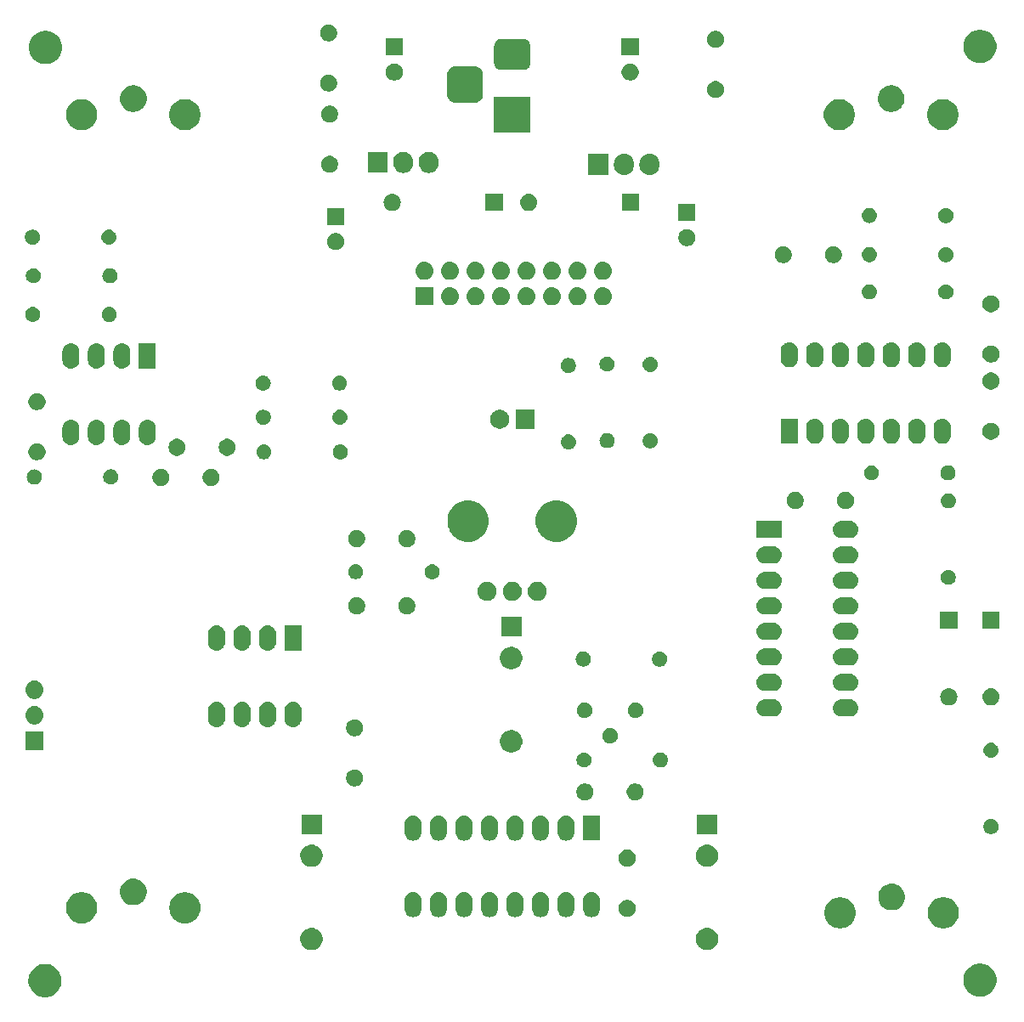
<source format=gbr>
G04 #@! TF.GenerationSoftware,KiCad,Pcbnew,(5.1.4-0-10_14)*
G04 #@! TF.CreationDate,2021-07-08T18:48:46+12:00*
G04 #@! TF.ProjectId,Sync-Ope-proto,53796e63-2d4f-4706-952d-70726f746f2e,0.2*
G04 #@! TF.SameCoordinates,Original*
G04 #@! TF.FileFunction,Soldermask,Bot*
G04 #@! TF.FilePolarity,Negative*
%FSLAX46Y46*%
G04 Gerber Fmt 4.6, Leading zero omitted, Abs format (unit mm)*
G04 Created by KiCad (PCBNEW (5.1.4-0-10_14)) date 2021-07-08 18:48:46*
%MOMM*%
%LPD*%
G04 APERTURE LIST*
%ADD10C,0.100000*%
G04 APERTURE END LIST*
D10*
G36*
X103825256Y-144941298D02*
G01*
X103931579Y-144962447D01*
X104232042Y-145086903D01*
X104502451Y-145267585D01*
X104732415Y-145497549D01*
X104913097Y-145767958D01*
X105016843Y-146018422D01*
X105037553Y-146068422D01*
X105091055Y-146337391D01*
X105101000Y-146387391D01*
X105101000Y-146712609D01*
X105037553Y-147031579D01*
X104913097Y-147332042D01*
X104732415Y-147602451D01*
X104502451Y-147832415D01*
X104232042Y-148013097D01*
X103931579Y-148137553D01*
X103863976Y-148151000D01*
X103612611Y-148201000D01*
X103287389Y-148201000D01*
X103036024Y-148151000D01*
X102968421Y-148137553D01*
X102667958Y-148013097D01*
X102397549Y-147832415D01*
X102167585Y-147602451D01*
X101986903Y-147332042D01*
X101862447Y-147031579D01*
X101799000Y-146712609D01*
X101799000Y-146387391D01*
X101808946Y-146337391D01*
X101862447Y-146068422D01*
X101883158Y-146018422D01*
X101986903Y-145767958D01*
X102167585Y-145497549D01*
X102397549Y-145267585D01*
X102667958Y-145086903D01*
X102968421Y-144962447D01*
X103074744Y-144941298D01*
X103287389Y-144899000D01*
X103612611Y-144899000D01*
X103825256Y-144941298D01*
X103825256Y-144941298D01*
G37*
G36*
X196975256Y-144891298D02*
G01*
X197081579Y-144912447D01*
X197382042Y-145036903D01*
X197652451Y-145217585D01*
X197882415Y-145447549D01*
X197882416Y-145447551D01*
X198063098Y-145717960D01*
X198187553Y-146018422D01*
X198251000Y-146337389D01*
X198251000Y-146662611D01*
X198241054Y-146712611D01*
X198187553Y-146981579D01*
X198063097Y-147282042D01*
X197882415Y-147552451D01*
X197652451Y-147782415D01*
X197382042Y-147963097D01*
X197081579Y-148087553D01*
X196975256Y-148108702D01*
X196762611Y-148151000D01*
X196437389Y-148151000D01*
X196224744Y-148108702D01*
X196118421Y-148087553D01*
X195817958Y-147963097D01*
X195547549Y-147782415D01*
X195317585Y-147552451D01*
X195136903Y-147282042D01*
X195012447Y-146981579D01*
X194958946Y-146712611D01*
X194949000Y-146662611D01*
X194949000Y-146337389D01*
X195012447Y-146018422D01*
X195136902Y-145717960D01*
X195317584Y-145447551D01*
X195317585Y-145447549D01*
X195547549Y-145217585D01*
X195817958Y-145036903D01*
X196118421Y-144912447D01*
X196224744Y-144891298D01*
X196437389Y-144849000D01*
X196762611Y-144849000D01*
X196975256Y-144891298D01*
X196975256Y-144891298D01*
G37*
G36*
X130253655Y-141312591D02*
G01*
X130325525Y-141326887D01*
X130528624Y-141411013D01*
X130711409Y-141533146D01*
X130866854Y-141688591D01*
X130988987Y-141871376D01*
X131073113Y-142074475D01*
X131116000Y-142290084D01*
X131116000Y-142509916D01*
X131073113Y-142725525D01*
X130988987Y-142928624D01*
X130866854Y-143111409D01*
X130711409Y-143266854D01*
X130528624Y-143388987D01*
X130325525Y-143473113D01*
X130253655Y-143487409D01*
X130109918Y-143516000D01*
X129890082Y-143516000D01*
X129746345Y-143487409D01*
X129674475Y-143473113D01*
X129471376Y-143388987D01*
X129288591Y-143266854D01*
X129133146Y-143111409D01*
X129011013Y-142928624D01*
X128926887Y-142725525D01*
X128884000Y-142509916D01*
X128884000Y-142290084D01*
X128926887Y-142074475D01*
X129011013Y-141871376D01*
X129133146Y-141688591D01*
X129288591Y-141533146D01*
X129471376Y-141411013D01*
X129674475Y-141326887D01*
X129746345Y-141312591D01*
X129890082Y-141284000D01*
X130109918Y-141284000D01*
X130253655Y-141312591D01*
X130253655Y-141312591D01*
G37*
G36*
X169653655Y-141312591D02*
G01*
X169725525Y-141326887D01*
X169928624Y-141411013D01*
X170111409Y-141533146D01*
X170266854Y-141688591D01*
X170388987Y-141871376D01*
X170473113Y-142074475D01*
X170516000Y-142290084D01*
X170516000Y-142509916D01*
X170473113Y-142725525D01*
X170388987Y-142928624D01*
X170266854Y-143111409D01*
X170111409Y-143266854D01*
X169928624Y-143388987D01*
X169725525Y-143473113D01*
X169653655Y-143487409D01*
X169509918Y-143516000D01*
X169290082Y-143516000D01*
X169146345Y-143487409D01*
X169074475Y-143473113D01*
X168871376Y-143388987D01*
X168688591Y-143266854D01*
X168533146Y-143111409D01*
X168411013Y-142928624D01*
X168326887Y-142725525D01*
X168284000Y-142509916D01*
X168284000Y-142290084D01*
X168326887Y-142074475D01*
X168411013Y-141871376D01*
X168533146Y-141688591D01*
X168688591Y-141533146D01*
X168871376Y-141411013D01*
X169074475Y-141326887D01*
X169146345Y-141312591D01*
X169290082Y-141284000D01*
X169509918Y-141284000D01*
X169653655Y-141312591D01*
X169653655Y-141312591D01*
G37*
G36*
X193252585Y-138278802D02*
G01*
X193402410Y-138308604D01*
X193684674Y-138425521D01*
X193938705Y-138595259D01*
X194154741Y-138811295D01*
X194324479Y-139065326D01*
X194441396Y-139347590D01*
X194501000Y-139647240D01*
X194501000Y-139952760D01*
X194441396Y-140252410D01*
X194324479Y-140534674D01*
X194154741Y-140788705D01*
X193938705Y-141004741D01*
X193684674Y-141174479D01*
X193402410Y-141291396D01*
X193252585Y-141321198D01*
X193102761Y-141351000D01*
X192797239Y-141351000D01*
X192647415Y-141321198D01*
X192497590Y-141291396D01*
X192215326Y-141174479D01*
X191961295Y-141004741D01*
X191745259Y-140788705D01*
X191575521Y-140534674D01*
X191458604Y-140252410D01*
X191399000Y-139952760D01*
X191399000Y-139647240D01*
X191458604Y-139347590D01*
X191575521Y-139065326D01*
X191745259Y-138811295D01*
X191961295Y-138595259D01*
X192215326Y-138425521D01*
X192497590Y-138308604D01*
X192647415Y-138278802D01*
X192797239Y-138249000D01*
X193102761Y-138249000D01*
X193252585Y-138278802D01*
X193252585Y-138278802D01*
G37*
G36*
X182952585Y-138278802D02*
G01*
X183102410Y-138308604D01*
X183384674Y-138425521D01*
X183638705Y-138595259D01*
X183854741Y-138811295D01*
X184024479Y-139065326D01*
X184141396Y-139347590D01*
X184201000Y-139647240D01*
X184201000Y-139952760D01*
X184141396Y-140252410D01*
X184024479Y-140534674D01*
X183854741Y-140788705D01*
X183638705Y-141004741D01*
X183384674Y-141174479D01*
X183102410Y-141291396D01*
X182952585Y-141321198D01*
X182802761Y-141351000D01*
X182497239Y-141351000D01*
X182347415Y-141321198D01*
X182197590Y-141291396D01*
X181915326Y-141174479D01*
X181661295Y-141004741D01*
X181445259Y-140788705D01*
X181275521Y-140534674D01*
X181158604Y-140252410D01*
X181099000Y-139952760D01*
X181099000Y-139647240D01*
X181158604Y-139347590D01*
X181275521Y-139065326D01*
X181445259Y-138811295D01*
X181661295Y-138595259D01*
X181915326Y-138425521D01*
X182197590Y-138308604D01*
X182347415Y-138278802D01*
X182497239Y-138249000D01*
X182802761Y-138249000D01*
X182952585Y-138278802D01*
X182952585Y-138278802D01*
G37*
G36*
X117702585Y-137778802D02*
G01*
X117852410Y-137808604D01*
X118134674Y-137925521D01*
X118388705Y-138095259D01*
X118604741Y-138311295D01*
X118774479Y-138565326D01*
X118891396Y-138847590D01*
X118916748Y-138975043D01*
X118951000Y-139147239D01*
X118951000Y-139452761D01*
X118922065Y-139598228D01*
X118891396Y-139752410D01*
X118774479Y-140034674D01*
X118604741Y-140288705D01*
X118388705Y-140504741D01*
X118134674Y-140674479D01*
X117852410Y-140791396D01*
X117702585Y-140821198D01*
X117552761Y-140851000D01*
X117247239Y-140851000D01*
X117097415Y-140821198D01*
X116947590Y-140791396D01*
X116665326Y-140674479D01*
X116411295Y-140504741D01*
X116195259Y-140288705D01*
X116025521Y-140034674D01*
X115908604Y-139752410D01*
X115877935Y-139598228D01*
X115849000Y-139452761D01*
X115849000Y-139147239D01*
X115883252Y-138975043D01*
X115908604Y-138847590D01*
X116025521Y-138565326D01*
X116195259Y-138311295D01*
X116411295Y-138095259D01*
X116665326Y-137925521D01*
X116947590Y-137808604D01*
X117097415Y-137778802D01*
X117247239Y-137749000D01*
X117552761Y-137749000D01*
X117702585Y-137778802D01*
X117702585Y-137778802D01*
G37*
G36*
X107402585Y-137778802D02*
G01*
X107552410Y-137808604D01*
X107834674Y-137925521D01*
X108088705Y-138095259D01*
X108304741Y-138311295D01*
X108474479Y-138565326D01*
X108591396Y-138847590D01*
X108616748Y-138975043D01*
X108651000Y-139147239D01*
X108651000Y-139452761D01*
X108622065Y-139598228D01*
X108591396Y-139752410D01*
X108474479Y-140034674D01*
X108304741Y-140288705D01*
X108088705Y-140504741D01*
X107834674Y-140674479D01*
X107552410Y-140791396D01*
X107402585Y-140821198D01*
X107252761Y-140851000D01*
X106947239Y-140851000D01*
X106797415Y-140821198D01*
X106647590Y-140791396D01*
X106365326Y-140674479D01*
X106111295Y-140504741D01*
X105895259Y-140288705D01*
X105725521Y-140034674D01*
X105608604Y-139752410D01*
X105577935Y-139598228D01*
X105549000Y-139452761D01*
X105549000Y-139147239D01*
X105583252Y-138975043D01*
X105608604Y-138847590D01*
X105725521Y-138565326D01*
X105895259Y-138311295D01*
X106111295Y-138095259D01*
X106365326Y-137925521D01*
X106647590Y-137808604D01*
X106797415Y-137778802D01*
X106947239Y-137749000D01*
X107252761Y-137749000D01*
X107402585Y-137778802D01*
X107402585Y-137778802D01*
G37*
G36*
X158066823Y-137731313D02*
G01*
X158227242Y-137779976D01*
X158359906Y-137850886D01*
X158375078Y-137858996D01*
X158504659Y-137965341D01*
X158611004Y-138094922D01*
X158611005Y-138094924D01*
X158690024Y-138242758D01*
X158690025Y-138242761D01*
X158709998Y-138308604D01*
X158738687Y-138403178D01*
X158751000Y-138528197D01*
X158751000Y-139411804D01*
X158738687Y-139536823D01*
X158690024Y-139697242D01*
X158660536Y-139752410D01*
X158611004Y-139845078D01*
X158572102Y-139892480D01*
X158504659Y-139974659D01*
X158375077Y-140081005D01*
X158227241Y-140160024D01*
X158066822Y-140208687D01*
X157900000Y-140225117D01*
X157733177Y-140208687D01*
X157572758Y-140160024D01*
X157424924Y-140081005D01*
X157424922Y-140081004D01*
X157295341Y-139974659D01*
X157227899Y-139892481D01*
X157188995Y-139845077D01*
X157109976Y-139697241D01*
X157061313Y-139536822D01*
X157049000Y-139411803D01*
X157049000Y-138528197D01*
X157061314Y-138403177D01*
X157109977Y-138242758D01*
X157188996Y-138094924D01*
X157188997Y-138094922D01*
X157295342Y-137965341D01*
X157424923Y-137858996D01*
X157440095Y-137850886D01*
X157572759Y-137779976D01*
X157733178Y-137731313D01*
X157900000Y-137714883D01*
X158066823Y-137731313D01*
X158066823Y-137731313D01*
G37*
G36*
X147906823Y-137731313D02*
G01*
X148067242Y-137779976D01*
X148199906Y-137850886D01*
X148215078Y-137858996D01*
X148344659Y-137965341D01*
X148451004Y-138094922D01*
X148451005Y-138094924D01*
X148530024Y-138242758D01*
X148530025Y-138242761D01*
X148549998Y-138308604D01*
X148578687Y-138403178D01*
X148591000Y-138528197D01*
X148591000Y-139411804D01*
X148578687Y-139536823D01*
X148530024Y-139697242D01*
X148500536Y-139752410D01*
X148451004Y-139845078D01*
X148412102Y-139892480D01*
X148344659Y-139974659D01*
X148215077Y-140081005D01*
X148067241Y-140160024D01*
X147906822Y-140208687D01*
X147740000Y-140225117D01*
X147573177Y-140208687D01*
X147412758Y-140160024D01*
X147264924Y-140081005D01*
X147264922Y-140081004D01*
X147135341Y-139974659D01*
X147067899Y-139892481D01*
X147028995Y-139845077D01*
X146949976Y-139697241D01*
X146901313Y-139536822D01*
X146889000Y-139411803D01*
X146889000Y-138528197D01*
X146901314Y-138403177D01*
X146949977Y-138242758D01*
X147028996Y-138094924D01*
X147028997Y-138094922D01*
X147135342Y-137965341D01*
X147264923Y-137858996D01*
X147280095Y-137850886D01*
X147412759Y-137779976D01*
X147573178Y-137731313D01*
X147740000Y-137714883D01*
X147906823Y-137731313D01*
X147906823Y-137731313D01*
G37*
G36*
X140286823Y-137731313D02*
G01*
X140447242Y-137779976D01*
X140579906Y-137850886D01*
X140595078Y-137858996D01*
X140724659Y-137965341D01*
X140831004Y-138094922D01*
X140831005Y-138094924D01*
X140910024Y-138242758D01*
X140910025Y-138242761D01*
X140929998Y-138308604D01*
X140958687Y-138403178D01*
X140971000Y-138528197D01*
X140971000Y-139411804D01*
X140958687Y-139536823D01*
X140910024Y-139697242D01*
X140880536Y-139752410D01*
X140831004Y-139845078D01*
X140792102Y-139892480D01*
X140724659Y-139974659D01*
X140595077Y-140081005D01*
X140447241Y-140160024D01*
X140286822Y-140208687D01*
X140120000Y-140225117D01*
X139953177Y-140208687D01*
X139792758Y-140160024D01*
X139644924Y-140081005D01*
X139644922Y-140081004D01*
X139515341Y-139974659D01*
X139447899Y-139892481D01*
X139408995Y-139845077D01*
X139329976Y-139697241D01*
X139281313Y-139536822D01*
X139269000Y-139411803D01*
X139269000Y-138528197D01*
X139281314Y-138403177D01*
X139329977Y-138242758D01*
X139408996Y-138094924D01*
X139408997Y-138094922D01*
X139515342Y-137965341D01*
X139644923Y-137858996D01*
X139660095Y-137850886D01*
X139792759Y-137779976D01*
X139953178Y-137731313D01*
X140120000Y-137714883D01*
X140286823Y-137731313D01*
X140286823Y-137731313D01*
G37*
G36*
X142826823Y-137731313D02*
G01*
X142987242Y-137779976D01*
X143119906Y-137850886D01*
X143135078Y-137858996D01*
X143264659Y-137965341D01*
X143371004Y-138094922D01*
X143371005Y-138094924D01*
X143450024Y-138242758D01*
X143450025Y-138242761D01*
X143469998Y-138308604D01*
X143498687Y-138403178D01*
X143511000Y-138528197D01*
X143511000Y-139411804D01*
X143498687Y-139536823D01*
X143450024Y-139697242D01*
X143420536Y-139752410D01*
X143371004Y-139845078D01*
X143332102Y-139892480D01*
X143264659Y-139974659D01*
X143135077Y-140081005D01*
X142987241Y-140160024D01*
X142826822Y-140208687D01*
X142660000Y-140225117D01*
X142493177Y-140208687D01*
X142332758Y-140160024D01*
X142184924Y-140081005D01*
X142184922Y-140081004D01*
X142055341Y-139974659D01*
X141987899Y-139892481D01*
X141948995Y-139845077D01*
X141869976Y-139697241D01*
X141821313Y-139536822D01*
X141809000Y-139411803D01*
X141809000Y-138528197D01*
X141821314Y-138403177D01*
X141869977Y-138242758D01*
X141948996Y-138094924D01*
X141948997Y-138094922D01*
X142055342Y-137965341D01*
X142184923Y-137858996D01*
X142200095Y-137850886D01*
X142332759Y-137779976D01*
X142493178Y-137731313D01*
X142660000Y-137714883D01*
X142826823Y-137731313D01*
X142826823Y-137731313D01*
G37*
G36*
X145366823Y-137731313D02*
G01*
X145527242Y-137779976D01*
X145659906Y-137850886D01*
X145675078Y-137858996D01*
X145804659Y-137965341D01*
X145911004Y-138094922D01*
X145911005Y-138094924D01*
X145990024Y-138242758D01*
X145990025Y-138242761D01*
X146009998Y-138308604D01*
X146038687Y-138403178D01*
X146051000Y-138528197D01*
X146051000Y-139411804D01*
X146038687Y-139536823D01*
X145990024Y-139697242D01*
X145960536Y-139752410D01*
X145911004Y-139845078D01*
X145872102Y-139892480D01*
X145804659Y-139974659D01*
X145675077Y-140081005D01*
X145527241Y-140160024D01*
X145366822Y-140208687D01*
X145200000Y-140225117D01*
X145033177Y-140208687D01*
X144872758Y-140160024D01*
X144724924Y-140081005D01*
X144724922Y-140081004D01*
X144595341Y-139974659D01*
X144527899Y-139892481D01*
X144488995Y-139845077D01*
X144409976Y-139697241D01*
X144361313Y-139536822D01*
X144349000Y-139411803D01*
X144349000Y-138528197D01*
X144361314Y-138403177D01*
X144409977Y-138242758D01*
X144488996Y-138094924D01*
X144488997Y-138094922D01*
X144595342Y-137965341D01*
X144724923Y-137858996D01*
X144740095Y-137850886D01*
X144872759Y-137779976D01*
X145033178Y-137731313D01*
X145200000Y-137714883D01*
X145366823Y-137731313D01*
X145366823Y-137731313D01*
G37*
G36*
X150446823Y-137731313D02*
G01*
X150607242Y-137779976D01*
X150739906Y-137850886D01*
X150755078Y-137858996D01*
X150884659Y-137965341D01*
X150991004Y-138094922D01*
X150991005Y-138094924D01*
X151070024Y-138242758D01*
X151070025Y-138242761D01*
X151089998Y-138308604D01*
X151118687Y-138403178D01*
X151131000Y-138528197D01*
X151131000Y-139411804D01*
X151118687Y-139536823D01*
X151070024Y-139697242D01*
X151040536Y-139752410D01*
X150991004Y-139845078D01*
X150952102Y-139892480D01*
X150884659Y-139974659D01*
X150755077Y-140081005D01*
X150607241Y-140160024D01*
X150446822Y-140208687D01*
X150280000Y-140225117D01*
X150113177Y-140208687D01*
X149952758Y-140160024D01*
X149804924Y-140081005D01*
X149804922Y-140081004D01*
X149675341Y-139974659D01*
X149607899Y-139892481D01*
X149568995Y-139845077D01*
X149489976Y-139697241D01*
X149441313Y-139536822D01*
X149429000Y-139411803D01*
X149429000Y-138528197D01*
X149441314Y-138403177D01*
X149489977Y-138242758D01*
X149568996Y-138094924D01*
X149568997Y-138094922D01*
X149675342Y-137965341D01*
X149804923Y-137858996D01*
X149820095Y-137850886D01*
X149952759Y-137779976D01*
X150113178Y-137731313D01*
X150280000Y-137714883D01*
X150446823Y-137731313D01*
X150446823Y-137731313D01*
G37*
G36*
X152986823Y-137731313D02*
G01*
X153147242Y-137779976D01*
X153279906Y-137850886D01*
X153295078Y-137858996D01*
X153424659Y-137965341D01*
X153531004Y-138094922D01*
X153531005Y-138094924D01*
X153610024Y-138242758D01*
X153610025Y-138242761D01*
X153629998Y-138308604D01*
X153658687Y-138403178D01*
X153671000Y-138528197D01*
X153671000Y-139411804D01*
X153658687Y-139536823D01*
X153610024Y-139697242D01*
X153580536Y-139752410D01*
X153531004Y-139845078D01*
X153492102Y-139892480D01*
X153424659Y-139974659D01*
X153295077Y-140081005D01*
X153147241Y-140160024D01*
X152986822Y-140208687D01*
X152820000Y-140225117D01*
X152653177Y-140208687D01*
X152492758Y-140160024D01*
X152344924Y-140081005D01*
X152344922Y-140081004D01*
X152215341Y-139974659D01*
X152147899Y-139892481D01*
X152108995Y-139845077D01*
X152029976Y-139697241D01*
X151981313Y-139536822D01*
X151969000Y-139411803D01*
X151969000Y-138528197D01*
X151981314Y-138403177D01*
X152029977Y-138242758D01*
X152108996Y-138094924D01*
X152108997Y-138094922D01*
X152215342Y-137965341D01*
X152344923Y-137858996D01*
X152360095Y-137850886D01*
X152492759Y-137779976D01*
X152653178Y-137731313D01*
X152820000Y-137714883D01*
X152986823Y-137731313D01*
X152986823Y-137731313D01*
G37*
G36*
X155526823Y-137731313D02*
G01*
X155687242Y-137779976D01*
X155819906Y-137850886D01*
X155835078Y-137858996D01*
X155964659Y-137965341D01*
X156071004Y-138094922D01*
X156071005Y-138094924D01*
X156150024Y-138242758D01*
X156150025Y-138242761D01*
X156169998Y-138308604D01*
X156198687Y-138403178D01*
X156211000Y-138528197D01*
X156211000Y-139411804D01*
X156198687Y-139536823D01*
X156150024Y-139697242D01*
X156120536Y-139752410D01*
X156071004Y-139845078D01*
X156032102Y-139892480D01*
X155964659Y-139974659D01*
X155835077Y-140081005D01*
X155687241Y-140160024D01*
X155526822Y-140208687D01*
X155360000Y-140225117D01*
X155193177Y-140208687D01*
X155032758Y-140160024D01*
X154884924Y-140081005D01*
X154884922Y-140081004D01*
X154755341Y-139974659D01*
X154687899Y-139892481D01*
X154648995Y-139845077D01*
X154569976Y-139697241D01*
X154521313Y-139536822D01*
X154509000Y-139411803D01*
X154509000Y-138528197D01*
X154521314Y-138403177D01*
X154569977Y-138242758D01*
X154648996Y-138094924D01*
X154648997Y-138094922D01*
X154755342Y-137965341D01*
X154884923Y-137858996D01*
X154900095Y-137850886D01*
X155032759Y-137779976D01*
X155193178Y-137731313D01*
X155360000Y-137714883D01*
X155526823Y-137731313D01*
X155526823Y-137731313D01*
G37*
G36*
X161698228Y-138531703D02*
G01*
X161853100Y-138595853D01*
X161992481Y-138688985D01*
X162111015Y-138807519D01*
X162204147Y-138946900D01*
X162268297Y-139101772D01*
X162301000Y-139266184D01*
X162301000Y-139433816D01*
X162268297Y-139598228D01*
X162204147Y-139753100D01*
X162111015Y-139892481D01*
X161992481Y-140011015D01*
X161853100Y-140104147D01*
X161698228Y-140168297D01*
X161533816Y-140201000D01*
X161366184Y-140201000D01*
X161201772Y-140168297D01*
X161046900Y-140104147D01*
X160907519Y-140011015D01*
X160788985Y-139892481D01*
X160695853Y-139753100D01*
X160631703Y-139598228D01*
X160599000Y-139433816D01*
X160599000Y-139266184D01*
X160631703Y-139101772D01*
X160695853Y-138946900D01*
X160788985Y-138807519D01*
X160907519Y-138688985D01*
X161046900Y-138595853D01*
X161201772Y-138531703D01*
X161366184Y-138499000D01*
X161533816Y-138499000D01*
X161698228Y-138531703D01*
X161698228Y-138531703D01*
G37*
G36*
X188058690Y-136899479D02*
G01*
X188186780Y-136924957D01*
X188428097Y-137024914D01*
X188645276Y-137170029D01*
X188829971Y-137354724D01*
X188973414Y-137569400D01*
X188975087Y-137571905D01*
X189075043Y-137813221D01*
X189126000Y-138069399D01*
X189126000Y-138330601D01*
X189107119Y-138425521D01*
X189075043Y-138586780D01*
X189032708Y-138688985D01*
X188975087Y-138828095D01*
X188876900Y-138975043D01*
X188829971Y-139045276D01*
X188645276Y-139229971D01*
X188428097Y-139375086D01*
X188186780Y-139475043D01*
X188058690Y-139500521D01*
X187930601Y-139526000D01*
X187669399Y-139526000D01*
X187541310Y-139500521D01*
X187413220Y-139475043D01*
X187171903Y-139375086D01*
X186954724Y-139229971D01*
X186770029Y-139045276D01*
X186723101Y-138975043D01*
X186624913Y-138828095D01*
X186567292Y-138688985D01*
X186524957Y-138586780D01*
X186492881Y-138425521D01*
X186474000Y-138330601D01*
X186474000Y-138069399D01*
X186524957Y-137813221D01*
X186624913Y-137571905D01*
X186626587Y-137569400D01*
X186770029Y-137354724D01*
X186954724Y-137170029D01*
X187171903Y-137024914D01*
X187413220Y-136924957D01*
X187541310Y-136899479D01*
X187669399Y-136874000D01*
X187930601Y-136874000D01*
X188058690Y-136899479D01*
X188058690Y-136899479D01*
G37*
G36*
X112508690Y-136399479D02*
G01*
X112636780Y-136424957D01*
X112878097Y-136524914D01*
X112987424Y-136597964D01*
X113095275Y-136670028D01*
X113279972Y-136854725D01*
X113352036Y-136962576D01*
X113425086Y-137071903D01*
X113525043Y-137313220D01*
X113576000Y-137569400D01*
X113576000Y-137830600D01*
X113525043Y-138086780D01*
X113425086Y-138328097D01*
X113423413Y-138330601D01*
X113289041Y-138531703D01*
X113279971Y-138545276D01*
X113095276Y-138729971D01*
X112878097Y-138875086D01*
X112636780Y-138975043D01*
X112508690Y-139000522D01*
X112380601Y-139026000D01*
X112119399Y-139026000D01*
X111991310Y-139000522D01*
X111863220Y-138975043D01*
X111621903Y-138875086D01*
X111404724Y-138729971D01*
X111220029Y-138545276D01*
X111210960Y-138531703D01*
X111076587Y-138330601D01*
X111074914Y-138328097D01*
X110974957Y-138086780D01*
X110924000Y-137830600D01*
X110924000Y-137569400D01*
X110974957Y-137313220D01*
X111074914Y-137071903D01*
X111147964Y-136962576D01*
X111220028Y-136854725D01*
X111404725Y-136670028D01*
X111512576Y-136597964D01*
X111621903Y-136524914D01*
X111863220Y-136424957D01*
X111991310Y-136399479D01*
X112119399Y-136374000D01*
X112380601Y-136374000D01*
X112508690Y-136399479D01*
X112508690Y-136399479D01*
G37*
G36*
X130253655Y-133012591D02*
G01*
X130325525Y-133026887D01*
X130528624Y-133111013D01*
X130711409Y-133233146D01*
X130866854Y-133388591D01*
X130988987Y-133571376D01*
X131037702Y-133688985D01*
X131073113Y-133774476D01*
X131116000Y-133990082D01*
X131116000Y-134209918D01*
X131087409Y-134353655D01*
X131073113Y-134425525D01*
X130988987Y-134628624D01*
X130866854Y-134811409D01*
X130711409Y-134966854D01*
X130528624Y-135088987D01*
X130325525Y-135173113D01*
X130253655Y-135187409D01*
X130109918Y-135216000D01*
X129890082Y-135216000D01*
X129746345Y-135187409D01*
X129674475Y-135173113D01*
X129471376Y-135088987D01*
X129288591Y-134966854D01*
X129133146Y-134811409D01*
X129011013Y-134628624D01*
X128926887Y-134425525D01*
X128912591Y-134353655D01*
X128884000Y-134209918D01*
X128884000Y-133990082D01*
X128926887Y-133774476D01*
X128962298Y-133688985D01*
X129011013Y-133571376D01*
X129133146Y-133388591D01*
X129288591Y-133233146D01*
X129471376Y-133111013D01*
X129674475Y-133026887D01*
X129746345Y-133012591D01*
X129890082Y-132984000D01*
X130109918Y-132984000D01*
X130253655Y-133012591D01*
X130253655Y-133012591D01*
G37*
G36*
X169653655Y-133012591D02*
G01*
X169725525Y-133026887D01*
X169928624Y-133111013D01*
X170111409Y-133233146D01*
X170266854Y-133388591D01*
X170388987Y-133571376D01*
X170437702Y-133688985D01*
X170473113Y-133774476D01*
X170516000Y-133990082D01*
X170516000Y-134209918D01*
X170487409Y-134353655D01*
X170473113Y-134425525D01*
X170388987Y-134628624D01*
X170266854Y-134811409D01*
X170111409Y-134966854D01*
X169928624Y-135088987D01*
X169725525Y-135173113D01*
X169653655Y-135187409D01*
X169509918Y-135216000D01*
X169290082Y-135216000D01*
X169146345Y-135187409D01*
X169074475Y-135173113D01*
X168871376Y-135088987D01*
X168688591Y-134966854D01*
X168533146Y-134811409D01*
X168411013Y-134628624D01*
X168326887Y-134425525D01*
X168312591Y-134353655D01*
X168284000Y-134209918D01*
X168284000Y-133990082D01*
X168326887Y-133774476D01*
X168362298Y-133688985D01*
X168411013Y-133571376D01*
X168533146Y-133388591D01*
X168688591Y-133233146D01*
X168871376Y-133111013D01*
X169074475Y-133026887D01*
X169146345Y-133012591D01*
X169290082Y-132984000D01*
X169509918Y-132984000D01*
X169653655Y-133012591D01*
X169653655Y-133012591D01*
G37*
G36*
X161698228Y-133531703D02*
G01*
X161853100Y-133595853D01*
X161992481Y-133688985D01*
X162111015Y-133807519D01*
X162204147Y-133946900D01*
X162268297Y-134101772D01*
X162301000Y-134266184D01*
X162301000Y-134433816D01*
X162268297Y-134598228D01*
X162204147Y-134753100D01*
X162111015Y-134892481D01*
X161992481Y-135011015D01*
X161853100Y-135104147D01*
X161698228Y-135168297D01*
X161533816Y-135201000D01*
X161366184Y-135201000D01*
X161201772Y-135168297D01*
X161046900Y-135104147D01*
X160907519Y-135011015D01*
X160788985Y-134892481D01*
X160695853Y-134753100D01*
X160631703Y-134598228D01*
X160599000Y-134433816D01*
X160599000Y-134266184D01*
X160631703Y-134101772D01*
X160695853Y-133946900D01*
X160788985Y-133807519D01*
X160907519Y-133688985D01*
X161046900Y-133595853D01*
X161201772Y-133531703D01*
X161366184Y-133499000D01*
X161533816Y-133499000D01*
X161698228Y-133531703D01*
X161698228Y-133531703D01*
G37*
G36*
X140286823Y-130111313D02*
G01*
X140447242Y-130159976D01*
X140579906Y-130230886D01*
X140595078Y-130238996D01*
X140724659Y-130345341D01*
X140831004Y-130474922D01*
X140831005Y-130474924D01*
X140910024Y-130622758D01*
X140958687Y-130783178D01*
X140971000Y-130908197D01*
X140971000Y-131791804D01*
X140958687Y-131916823D01*
X140910024Y-132077242D01*
X140839114Y-132209906D01*
X140831004Y-132225078D01*
X140724659Y-132354659D01*
X140595077Y-132461005D01*
X140447241Y-132540024D01*
X140286822Y-132588687D01*
X140120000Y-132605117D01*
X139953177Y-132588687D01*
X139792758Y-132540024D01*
X139644924Y-132461005D01*
X139644922Y-132461004D01*
X139515341Y-132354659D01*
X139408995Y-132225077D01*
X139329976Y-132077241D01*
X139281313Y-131916822D01*
X139269000Y-131791803D01*
X139269000Y-130908197D01*
X139281314Y-130783177D01*
X139329977Y-130622758D01*
X139408996Y-130474924D01*
X139408997Y-130474922D01*
X139515342Y-130345341D01*
X139644923Y-130238996D01*
X139660095Y-130230886D01*
X139792759Y-130159976D01*
X139953178Y-130111313D01*
X140120000Y-130094883D01*
X140286823Y-130111313D01*
X140286823Y-130111313D01*
G37*
G36*
X150446823Y-130111313D02*
G01*
X150607242Y-130159976D01*
X150739906Y-130230886D01*
X150755078Y-130238996D01*
X150884659Y-130345341D01*
X150991004Y-130474922D01*
X150991005Y-130474924D01*
X151070024Y-130622758D01*
X151118687Y-130783178D01*
X151131000Y-130908197D01*
X151131000Y-131791804D01*
X151118687Y-131916823D01*
X151070024Y-132077242D01*
X150999114Y-132209906D01*
X150991004Y-132225078D01*
X150884659Y-132354659D01*
X150755077Y-132461005D01*
X150607241Y-132540024D01*
X150446822Y-132588687D01*
X150280000Y-132605117D01*
X150113177Y-132588687D01*
X149952758Y-132540024D01*
X149804924Y-132461005D01*
X149804922Y-132461004D01*
X149675341Y-132354659D01*
X149568995Y-132225077D01*
X149489976Y-132077241D01*
X149441313Y-131916822D01*
X149429000Y-131791803D01*
X149429000Y-130908197D01*
X149441314Y-130783177D01*
X149489977Y-130622758D01*
X149568996Y-130474924D01*
X149568997Y-130474922D01*
X149675342Y-130345341D01*
X149804923Y-130238996D01*
X149820095Y-130230886D01*
X149952759Y-130159976D01*
X150113178Y-130111313D01*
X150280000Y-130094883D01*
X150446823Y-130111313D01*
X150446823Y-130111313D01*
G37*
G36*
X155526823Y-130111313D02*
G01*
X155687242Y-130159976D01*
X155819906Y-130230886D01*
X155835078Y-130238996D01*
X155964659Y-130345341D01*
X156071004Y-130474922D01*
X156071005Y-130474924D01*
X156150024Y-130622758D01*
X156198687Y-130783178D01*
X156211000Y-130908197D01*
X156211000Y-131791804D01*
X156198687Y-131916823D01*
X156150024Y-132077242D01*
X156079114Y-132209906D01*
X156071004Y-132225078D01*
X155964659Y-132354659D01*
X155835077Y-132461005D01*
X155687241Y-132540024D01*
X155526822Y-132588687D01*
X155360000Y-132605117D01*
X155193177Y-132588687D01*
X155032758Y-132540024D01*
X154884924Y-132461005D01*
X154884922Y-132461004D01*
X154755341Y-132354659D01*
X154648995Y-132225077D01*
X154569976Y-132077241D01*
X154521313Y-131916822D01*
X154509000Y-131791803D01*
X154509000Y-130908197D01*
X154521314Y-130783177D01*
X154569977Y-130622758D01*
X154648996Y-130474924D01*
X154648997Y-130474922D01*
X154755342Y-130345341D01*
X154884923Y-130238996D01*
X154900095Y-130230886D01*
X155032759Y-130159976D01*
X155193178Y-130111313D01*
X155360000Y-130094883D01*
X155526823Y-130111313D01*
X155526823Y-130111313D01*
G37*
G36*
X152986823Y-130111313D02*
G01*
X153147242Y-130159976D01*
X153279906Y-130230886D01*
X153295078Y-130238996D01*
X153424659Y-130345341D01*
X153531004Y-130474922D01*
X153531005Y-130474924D01*
X153610024Y-130622758D01*
X153658687Y-130783178D01*
X153671000Y-130908197D01*
X153671000Y-131791804D01*
X153658687Y-131916823D01*
X153610024Y-132077242D01*
X153539114Y-132209906D01*
X153531004Y-132225078D01*
X153424659Y-132354659D01*
X153295077Y-132461005D01*
X153147241Y-132540024D01*
X152986822Y-132588687D01*
X152820000Y-132605117D01*
X152653177Y-132588687D01*
X152492758Y-132540024D01*
X152344924Y-132461005D01*
X152344922Y-132461004D01*
X152215341Y-132354659D01*
X152108995Y-132225077D01*
X152029976Y-132077241D01*
X151981313Y-131916822D01*
X151969000Y-131791803D01*
X151969000Y-130908197D01*
X151981314Y-130783177D01*
X152029977Y-130622758D01*
X152108996Y-130474924D01*
X152108997Y-130474922D01*
X152215342Y-130345341D01*
X152344923Y-130238996D01*
X152360095Y-130230886D01*
X152492759Y-130159976D01*
X152653178Y-130111313D01*
X152820000Y-130094883D01*
X152986823Y-130111313D01*
X152986823Y-130111313D01*
G37*
G36*
X147906823Y-130111313D02*
G01*
X148067242Y-130159976D01*
X148199906Y-130230886D01*
X148215078Y-130238996D01*
X148344659Y-130345341D01*
X148451004Y-130474922D01*
X148451005Y-130474924D01*
X148530024Y-130622758D01*
X148578687Y-130783178D01*
X148591000Y-130908197D01*
X148591000Y-131791804D01*
X148578687Y-131916823D01*
X148530024Y-132077242D01*
X148459114Y-132209906D01*
X148451004Y-132225078D01*
X148344659Y-132354659D01*
X148215077Y-132461005D01*
X148067241Y-132540024D01*
X147906822Y-132588687D01*
X147740000Y-132605117D01*
X147573177Y-132588687D01*
X147412758Y-132540024D01*
X147264924Y-132461005D01*
X147264922Y-132461004D01*
X147135341Y-132354659D01*
X147028995Y-132225077D01*
X146949976Y-132077241D01*
X146901313Y-131916822D01*
X146889000Y-131791803D01*
X146889000Y-130908197D01*
X146901314Y-130783177D01*
X146949977Y-130622758D01*
X147028996Y-130474924D01*
X147028997Y-130474922D01*
X147135342Y-130345341D01*
X147264923Y-130238996D01*
X147280095Y-130230886D01*
X147412759Y-130159976D01*
X147573178Y-130111313D01*
X147740000Y-130094883D01*
X147906823Y-130111313D01*
X147906823Y-130111313D01*
G37*
G36*
X145366823Y-130111313D02*
G01*
X145527242Y-130159976D01*
X145659906Y-130230886D01*
X145675078Y-130238996D01*
X145804659Y-130345341D01*
X145911004Y-130474922D01*
X145911005Y-130474924D01*
X145990024Y-130622758D01*
X146038687Y-130783178D01*
X146051000Y-130908197D01*
X146051000Y-131791804D01*
X146038687Y-131916823D01*
X145990024Y-132077242D01*
X145919114Y-132209906D01*
X145911004Y-132225078D01*
X145804659Y-132354659D01*
X145675077Y-132461005D01*
X145527241Y-132540024D01*
X145366822Y-132588687D01*
X145200000Y-132605117D01*
X145033177Y-132588687D01*
X144872758Y-132540024D01*
X144724924Y-132461005D01*
X144724922Y-132461004D01*
X144595341Y-132354659D01*
X144488995Y-132225077D01*
X144409976Y-132077241D01*
X144361313Y-131916822D01*
X144349000Y-131791803D01*
X144349000Y-130908197D01*
X144361314Y-130783177D01*
X144409977Y-130622758D01*
X144488996Y-130474924D01*
X144488997Y-130474922D01*
X144595342Y-130345341D01*
X144724923Y-130238996D01*
X144740095Y-130230886D01*
X144872759Y-130159976D01*
X145033178Y-130111313D01*
X145200000Y-130094883D01*
X145366823Y-130111313D01*
X145366823Y-130111313D01*
G37*
G36*
X142826823Y-130111313D02*
G01*
X142987242Y-130159976D01*
X143119906Y-130230886D01*
X143135078Y-130238996D01*
X143264659Y-130345341D01*
X143371004Y-130474922D01*
X143371005Y-130474924D01*
X143450024Y-130622758D01*
X143498687Y-130783178D01*
X143511000Y-130908197D01*
X143511000Y-131791804D01*
X143498687Y-131916823D01*
X143450024Y-132077242D01*
X143379114Y-132209906D01*
X143371004Y-132225078D01*
X143264659Y-132354659D01*
X143135077Y-132461005D01*
X142987241Y-132540024D01*
X142826822Y-132588687D01*
X142660000Y-132605117D01*
X142493177Y-132588687D01*
X142332758Y-132540024D01*
X142184924Y-132461005D01*
X142184922Y-132461004D01*
X142055341Y-132354659D01*
X141948995Y-132225077D01*
X141869976Y-132077241D01*
X141821313Y-131916822D01*
X141809000Y-131791803D01*
X141809000Y-130908197D01*
X141821314Y-130783177D01*
X141869977Y-130622758D01*
X141948996Y-130474924D01*
X141948997Y-130474922D01*
X142055342Y-130345341D01*
X142184923Y-130238996D01*
X142200095Y-130230886D01*
X142332759Y-130159976D01*
X142493178Y-130111313D01*
X142660000Y-130094883D01*
X142826823Y-130111313D01*
X142826823Y-130111313D01*
G37*
G36*
X158751000Y-132601000D02*
G01*
X157049000Y-132601000D01*
X157049000Y-130099000D01*
X158751000Y-130099000D01*
X158751000Y-132601000D01*
X158751000Y-132601000D01*
G37*
G36*
X170416000Y-131966000D02*
G01*
X168384000Y-131966000D01*
X168384000Y-130034000D01*
X170416000Y-130034000D01*
X170416000Y-131966000D01*
X170416000Y-131966000D01*
G37*
G36*
X131016000Y-131966000D02*
G01*
X128984000Y-131966000D01*
X128984000Y-130034000D01*
X131016000Y-130034000D01*
X131016000Y-131966000D01*
X131016000Y-131966000D01*
G37*
G36*
X197919059Y-130477860D02*
G01*
X198055732Y-130534472D01*
X198178735Y-130616660D01*
X198283340Y-130721265D01*
X198365528Y-130844268D01*
X198422140Y-130980941D01*
X198451000Y-131126033D01*
X198451000Y-131273967D01*
X198422140Y-131419059D01*
X198365528Y-131555732D01*
X198283340Y-131678735D01*
X198178735Y-131783340D01*
X198055732Y-131865528D01*
X198055731Y-131865529D01*
X198055730Y-131865529D01*
X197919059Y-131922140D01*
X197773968Y-131951000D01*
X197626032Y-131951000D01*
X197480941Y-131922140D01*
X197344270Y-131865529D01*
X197344269Y-131865529D01*
X197344268Y-131865528D01*
X197221265Y-131783340D01*
X197116660Y-131678735D01*
X197034472Y-131555732D01*
X196977860Y-131419059D01*
X196949000Y-131273967D01*
X196949000Y-131126033D01*
X196977860Y-130980941D01*
X197034472Y-130844268D01*
X197116660Y-130721265D01*
X197221265Y-130616660D01*
X197344268Y-130534472D01*
X197480941Y-130477860D01*
X197626032Y-130449000D01*
X197773968Y-130449000D01*
X197919059Y-130477860D01*
X197919059Y-130477860D01*
G37*
G36*
X157498228Y-126931703D02*
G01*
X157653100Y-126995853D01*
X157792481Y-127088985D01*
X157911015Y-127207519D01*
X158004147Y-127346900D01*
X158068297Y-127501772D01*
X158101000Y-127666184D01*
X158101000Y-127833816D01*
X158068297Y-127998228D01*
X158004147Y-128153100D01*
X157911015Y-128292481D01*
X157792481Y-128411015D01*
X157653100Y-128504147D01*
X157498228Y-128568297D01*
X157333816Y-128601000D01*
X157166184Y-128601000D01*
X157001772Y-128568297D01*
X156846900Y-128504147D01*
X156707519Y-128411015D01*
X156588985Y-128292481D01*
X156495853Y-128153100D01*
X156431703Y-127998228D01*
X156399000Y-127833816D01*
X156399000Y-127666184D01*
X156431703Y-127501772D01*
X156495853Y-127346900D01*
X156588985Y-127207519D01*
X156707519Y-127088985D01*
X156846900Y-126995853D01*
X157001772Y-126931703D01*
X157166184Y-126899000D01*
X157333816Y-126899000D01*
X157498228Y-126931703D01*
X157498228Y-126931703D01*
G37*
G36*
X162498228Y-126931703D02*
G01*
X162653100Y-126995853D01*
X162792481Y-127088985D01*
X162911015Y-127207519D01*
X163004147Y-127346900D01*
X163068297Y-127501772D01*
X163101000Y-127666184D01*
X163101000Y-127833816D01*
X163068297Y-127998228D01*
X163004147Y-128153100D01*
X162911015Y-128292481D01*
X162792481Y-128411015D01*
X162653100Y-128504147D01*
X162498228Y-128568297D01*
X162333816Y-128601000D01*
X162166184Y-128601000D01*
X162001772Y-128568297D01*
X161846900Y-128504147D01*
X161707519Y-128411015D01*
X161588985Y-128292481D01*
X161495853Y-128153100D01*
X161431703Y-127998228D01*
X161399000Y-127833816D01*
X161399000Y-127666184D01*
X161431703Y-127501772D01*
X161495853Y-127346900D01*
X161588985Y-127207519D01*
X161707519Y-127088985D01*
X161846900Y-126995853D01*
X162001772Y-126931703D01*
X162166184Y-126899000D01*
X162333816Y-126899000D01*
X162498228Y-126931703D01*
X162498228Y-126931703D01*
G37*
G36*
X134548228Y-125531703D02*
G01*
X134703100Y-125595853D01*
X134842481Y-125688985D01*
X134961015Y-125807519D01*
X135054147Y-125946900D01*
X135118297Y-126101772D01*
X135151000Y-126266184D01*
X135151000Y-126433816D01*
X135118297Y-126598228D01*
X135054147Y-126753100D01*
X134961015Y-126892481D01*
X134842481Y-127011015D01*
X134703100Y-127104147D01*
X134548228Y-127168297D01*
X134383816Y-127201000D01*
X134216184Y-127201000D01*
X134051772Y-127168297D01*
X133896900Y-127104147D01*
X133757519Y-127011015D01*
X133638985Y-126892481D01*
X133545853Y-126753100D01*
X133481703Y-126598228D01*
X133449000Y-126433816D01*
X133449000Y-126266184D01*
X133481703Y-126101772D01*
X133545853Y-125946900D01*
X133638985Y-125807519D01*
X133757519Y-125688985D01*
X133896900Y-125595853D01*
X134051772Y-125531703D01*
X134216184Y-125499000D01*
X134383816Y-125499000D01*
X134548228Y-125531703D01*
X134548228Y-125531703D01*
G37*
G36*
X164843665Y-123802622D02*
G01*
X164917222Y-123809867D01*
X165058786Y-123852810D01*
X165189252Y-123922546D01*
X165219040Y-123946992D01*
X165303607Y-124016393D01*
X165373008Y-124100960D01*
X165397454Y-124130748D01*
X165467190Y-124261214D01*
X165510133Y-124402778D01*
X165524633Y-124550000D01*
X165510133Y-124697222D01*
X165467190Y-124838786D01*
X165397454Y-124969252D01*
X165373008Y-124999040D01*
X165303607Y-125083607D01*
X165243004Y-125133341D01*
X165189252Y-125177454D01*
X165058786Y-125247190D01*
X164917222Y-125290133D01*
X164843665Y-125297378D01*
X164806888Y-125301000D01*
X164733112Y-125301000D01*
X164696335Y-125297378D01*
X164622778Y-125290133D01*
X164481214Y-125247190D01*
X164350748Y-125177454D01*
X164296996Y-125133341D01*
X164236393Y-125083607D01*
X164166992Y-124999040D01*
X164142546Y-124969252D01*
X164072810Y-124838786D01*
X164029867Y-124697222D01*
X164015367Y-124550000D01*
X164029867Y-124402778D01*
X164072810Y-124261214D01*
X164142546Y-124130748D01*
X164166992Y-124100960D01*
X164236393Y-124016393D01*
X164320960Y-123946992D01*
X164350748Y-123922546D01*
X164481214Y-123852810D01*
X164622778Y-123809867D01*
X164696335Y-123802622D01*
X164733112Y-123799000D01*
X164806888Y-123799000D01*
X164843665Y-123802622D01*
X164843665Y-123802622D01*
G37*
G36*
X157369059Y-123827860D02*
G01*
X157429294Y-123852810D01*
X157505732Y-123884472D01*
X157628735Y-123966660D01*
X157733340Y-124071265D01*
X157815528Y-124194268D01*
X157872140Y-124330941D01*
X157901000Y-124476033D01*
X157901000Y-124623967D01*
X157872140Y-124769059D01*
X157815528Y-124905732D01*
X157733340Y-125028735D01*
X157628735Y-125133340D01*
X157505732Y-125215528D01*
X157505731Y-125215529D01*
X157505730Y-125215529D01*
X157369059Y-125272140D01*
X157223968Y-125301000D01*
X157076032Y-125301000D01*
X156930941Y-125272140D01*
X156794270Y-125215529D01*
X156794269Y-125215529D01*
X156794268Y-125215528D01*
X156671265Y-125133340D01*
X156566660Y-125028735D01*
X156484472Y-124905732D01*
X156427860Y-124769059D01*
X156399000Y-124623967D01*
X156399000Y-124476033D01*
X156427860Y-124330941D01*
X156484472Y-124194268D01*
X156566660Y-124071265D01*
X156671265Y-123966660D01*
X156794268Y-123884472D01*
X156870707Y-123852810D01*
X156930941Y-123827860D01*
X157076032Y-123799000D01*
X157223968Y-123799000D01*
X157369059Y-123827860D01*
X157369059Y-123827860D01*
G37*
G36*
X197773665Y-122832622D02*
G01*
X197847222Y-122839867D01*
X197988786Y-122882810D01*
X198119252Y-122952546D01*
X198149040Y-122976992D01*
X198233607Y-123046393D01*
X198303008Y-123130960D01*
X198327454Y-123160748D01*
X198397190Y-123291214D01*
X198440133Y-123432778D01*
X198454633Y-123580000D01*
X198440133Y-123727222D01*
X198397190Y-123868786D01*
X198327454Y-123999252D01*
X198313386Y-124016394D01*
X198233607Y-124113607D01*
X198149040Y-124183008D01*
X198119252Y-124207454D01*
X197988786Y-124277190D01*
X197847222Y-124320133D01*
X197773665Y-124327378D01*
X197736888Y-124331000D01*
X197663112Y-124331000D01*
X197626335Y-124327378D01*
X197552778Y-124320133D01*
X197411214Y-124277190D01*
X197280748Y-124207454D01*
X197250960Y-124183008D01*
X197166393Y-124113607D01*
X197086614Y-124016394D01*
X197072546Y-123999252D01*
X197002810Y-123868786D01*
X196959867Y-123727222D01*
X196945367Y-123580000D01*
X196959867Y-123432778D01*
X197002810Y-123291214D01*
X197072546Y-123160748D01*
X197096992Y-123130960D01*
X197166393Y-123046393D01*
X197250960Y-122976992D01*
X197280748Y-122952546D01*
X197411214Y-122882810D01*
X197552778Y-122839867D01*
X197626335Y-122832622D01*
X197663112Y-122829000D01*
X197736888Y-122829000D01*
X197773665Y-122832622D01*
X197773665Y-122832622D01*
G37*
G36*
X150153655Y-121612591D02*
G01*
X150225525Y-121626887D01*
X150428624Y-121711013D01*
X150611409Y-121833146D01*
X150766854Y-121988591D01*
X150888987Y-122171376D01*
X150907445Y-122215938D01*
X150973113Y-122374476D01*
X151016000Y-122590082D01*
X151016000Y-122809918D01*
X150995893Y-122911000D01*
X150973113Y-123025525D01*
X150888987Y-123228624D01*
X150766854Y-123411409D01*
X150611409Y-123566854D01*
X150428624Y-123688987D01*
X150225525Y-123773113D01*
X150153655Y-123787409D01*
X150009918Y-123816000D01*
X149790082Y-123816000D01*
X149646345Y-123787409D01*
X149574475Y-123773113D01*
X149371376Y-123688987D01*
X149188591Y-123566854D01*
X149033146Y-123411409D01*
X148911013Y-123228624D01*
X148826887Y-123025525D01*
X148804107Y-122911000D01*
X148784000Y-122809918D01*
X148784000Y-122590082D01*
X148826887Y-122374476D01*
X148892555Y-122215938D01*
X148911013Y-122171376D01*
X149033146Y-121988591D01*
X149188591Y-121833146D01*
X149371376Y-121711013D01*
X149574475Y-121626887D01*
X149646345Y-121612591D01*
X149790082Y-121584000D01*
X150009918Y-121584000D01*
X150153655Y-121612591D01*
X150153655Y-121612591D01*
G37*
G36*
X103301000Y-123551000D02*
G01*
X101499000Y-123551000D01*
X101499000Y-121749000D01*
X103301000Y-121749000D01*
X103301000Y-123551000D01*
X103301000Y-123551000D01*
G37*
G36*
X159865589Y-121378876D02*
G01*
X159964893Y-121398629D01*
X160105206Y-121456748D01*
X160231484Y-121541125D01*
X160338875Y-121648516D01*
X160423252Y-121774794D01*
X160481371Y-121915107D01*
X160511000Y-122064063D01*
X160511000Y-122215937D01*
X160481371Y-122364893D01*
X160423252Y-122505206D01*
X160338875Y-122631484D01*
X160231484Y-122738875D01*
X160105206Y-122823252D01*
X159964893Y-122881371D01*
X159865589Y-122901124D01*
X159815938Y-122911000D01*
X159664062Y-122911000D01*
X159614411Y-122901124D01*
X159515107Y-122881371D01*
X159374794Y-122823252D01*
X159248516Y-122738875D01*
X159141125Y-122631484D01*
X159056748Y-122505206D01*
X158998629Y-122364893D01*
X158969000Y-122215937D01*
X158969000Y-122064063D01*
X158998629Y-121915107D01*
X159056748Y-121774794D01*
X159141125Y-121648516D01*
X159248516Y-121541125D01*
X159374794Y-121456748D01*
X159515107Y-121398629D01*
X159614411Y-121378876D01*
X159664062Y-121369000D01*
X159815938Y-121369000D01*
X159865589Y-121378876D01*
X159865589Y-121378876D01*
G37*
G36*
X134548228Y-120531703D02*
G01*
X134703100Y-120595853D01*
X134842481Y-120688985D01*
X134961015Y-120807519D01*
X135054147Y-120946900D01*
X135118297Y-121101772D01*
X135151000Y-121266184D01*
X135151000Y-121433816D01*
X135118297Y-121598228D01*
X135054147Y-121753100D01*
X134961015Y-121892481D01*
X134842481Y-122011015D01*
X134703100Y-122104147D01*
X134548228Y-122168297D01*
X134383816Y-122201000D01*
X134216184Y-122201000D01*
X134051772Y-122168297D01*
X133896900Y-122104147D01*
X133757519Y-122011015D01*
X133638985Y-121892481D01*
X133545853Y-121753100D01*
X133481703Y-121598228D01*
X133449000Y-121433816D01*
X133449000Y-121266184D01*
X133481703Y-121101772D01*
X133545853Y-120946900D01*
X133638985Y-120807519D01*
X133757519Y-120688985D01*
X133896900Y-120595853D01*
X134051772Y-120531703D01*
X134216184Y-120499000D01*
X134383816Y-120499000D01*
X134548228Y-120531703D01*
X134548228Y-120531703D01*
G37*
G36*
X123236823Y-118781313D02*
G01*
X123397242Y-118829976D01*
X123480838Y-118874659D01*
X123545078Y-118908996D01*
X123674659Y-119015341D01*
X123781004Y-119144922D01*
X123781005Y-119144924D01*
X123860024Y-119292758D01*
X123908687Y-119453178D01*
X123921000Y-119578197D01*
X123921000Y-120461804D01*
X123908687Y-120586823D01*
X123860024Y-120747242D01*
X123798269Y-120862778D01*
X123781004Y-120895078D01*
X123738472Y-120946903D01*
X123674659Y-121024659D01*
X123545077Y-121131005D01*
X123397241Y-121210024D01*
X123236822Y-121258687D01*
X123070000Y-121275117D01*
X122903177Y-121258687D01*
X122742758Y-121210024D01*
X122594924Y-121131005D01*
X122594922Y-121131004D01*
X122465341Y-121024659D01*
X122401528Y-120946903D01*
X122358995Y-120895077D01*
X122279976Y-120747241D01*
X122231313Y-120586822D01*
X122219000Y-120461803D01*
X122219000Y-119578197D01*
X122231314Y-119453177D01*
X122279977Y-119292758D01*
X122358996Y-119144924D01*
X122358997Y-119144922D01*
X122465342Y-119015341D01*
X122594923Y-118908996D01*
X122659163Y-118874659D01*
X122742759Y-118829976D01*
X122903178Y-118781313D01*
X123070000Y-118764883D01*
X123236823Y-118781313D01*
X123236823Y-118781313D01*
G37*
G36*
X125776823Y-118781313D02*
G01*
X125937242Y-118829976D01*
X126020838Y-118874659D01*
X126085078Y-118908996D01*
X126214659Y-119015341D01*
X126321004Y-119144922D01*
X126321005Y-119144924D01*
X126400024Y-119292758D01*
X126448687Y-119453178D01*
X126461000Y-119578197D01*
X126461000Y-120461804D01*
X126448687Y-120586823D01*
X126400024Y-120747242D01*
X126338269Y-120862778D01*
X126321004Y-120895078D01*
X126278472Y-120946903D01*
X126214659Y-121024659D01*
X126085077Y-121131005D01*
X125937241Y-121210024D01*
X125776822Y-121258687D01*
X125610000Y-121275117D01*
X125443177Y-121258687D01*
X125282758Y-121210024D01*
X125134924Y-121131005D01*
X125134922Y-121131004D01*
X125005341Y-121024659D01*
X124941528Y-120946903D01*
X124898995Y-120895077D01*
X124819976Y-120747241D01*
X124771313Y-120586822D01*
X124759000Y-120461803D01*
X124759000Y-119578197D01*
X124771314Y-119453177D01*
X124819977Y-119292758D01*
X124898996Y-119144924D01*
X124898997Y-119144922D01*
X125005342Y-119015341D01*
X125134923Y-118908996D01*
X125199163Y-118874659D01*
X125282759Y-118829976D01*
X125443178Y-118781313D01*
X125610000Y-118764883D01*
X125776823Y-118781313D01*
X125776823Y-118781313D01*
G37*
G36*
X128316823Y-118781313D02*
G01*
X128477242Y-118829976D01*
X128560838Y-118874659D01*
X128625078Y-118908996D01*
X128754659Y-119015341D01*
X128861004Y-119144922D01*
X128861005Y-119144924D01*
X128940024Y-119292758D01*
X128988687Y-119453178D01*
X129001000Y-119578197D01*
X129001000Y-120461804D01*
X128988687Y-120586823D01*
X128940024Y-120747242D01*
X128878269Y-120862778D01*
X128861004Y-120895078D01*
X128818472Y-120946903D01*
X128754659Y-121024659D01*
X128625077Y-121131005D01*
X128477241Y-121210024D01*
X128316822Y-121258687D01*
X128150000Y-121275117D01*
X127983177Y-121258687D01*
X127822758Y-121210024D01*
X127674924Y-121131005D01*
X127674922Y-121131004D01*
X127545341Y-121024659D01*
X127481528Y-120946903D01*
X127438995Y-120895077D01*
X127359976Y-120747241D01*
X127311313Y-120586822D01*
X127299000Y-120461803D01*
X127299000Y-119578197D01*
X127311314Y-119453177D01*
X127359977Y-119292758D01*
X127438996Y-119144924D01*
X127438997Y-119144922D01*
X127545342Y-119015341D01*
X127674923Y-118908996D01*
X127739163Y-118874659D01*
X127822759Y-118829976D01*
X127983178Y-118781313D01*
X128150000Y-118764883D01*
X128316823Y-118781313D01*
X128316823Y-118781313D01*
G37*
G36*
X120696823Y-118781313D02*
G01*
X120857242Y-118829976D01*
X120940838Y-118874659D01*
X121005078Y-118908996D01*
X121134659Y-119015341D01*
X121241004Y-119144922D01*
X121241005Y-119144924D01*
X121320024Y-119292758D01*
X121368687Y-119453178D01*
X121381000Y-119578197D01*
X121381000Y-120461804D01*
X121368687Y-120586823D01*
X121320024Y-120747242D01*
X121258269Y-120862778D01*
X121241004Y-120895078D01*
X121198472Y-120946903D01*
X121134659Y-121024659D01*
X121005077Y-121131005D01*
X120857241Y-121210024D01*
X120696822Y-121258687D01*
X120530000Y-121275117D01*
X120363177Y-121258687D01*
X120202758Y-121210024D01*
X120054924Y-121131005D01*
X120054922Y-121131004D01*
X119925341Y-121024659D01*
X119861528Y-120946903D01*
X119818995Y-120895077D01*
X119739976Y-120747241D01*
X119691313Y-120586822D01*
X119679000Y-120461803D01*
X119679000Y-119578197D01*
X119691314Y-119453177D01*
X119739977Y-119292758D01*
X119818996Y-119144924D01*
X119818997Y-119144922D01*
X119925342Y-119015341D01*
X120054923Y-118908996D01*
X120119163Y-118874659D01*
X120202759Y-118829976D01*
X120363178Y-118781313D01*
X120530000Y-118764883D01*
X120696823Y-118781313D01*
X120696823Y-118781313D01*
G37*
G36*
X102510442Y-119215518D02*
G01*
X102576627Y-119222037D01*
X102746466Y-119273557D01*
X102902991Y-119357222D01*
X102924786Y-119375109D01*
X103040186Y-119469814D01*
X103103386Y-119546825D01*
X103152778Y-119607009D01*
X103236443Y-119763534D01*
X103287963Y-119933373D01*
X103305359Y-120110000D01*
X103287963Y-120286627D01*
X103236443Y-120456466D01*
X103152778Y-120612991D01*
X103123448Y-120648729D01*
X103040186Y-120750186D01*
X102970323Y-120807520D01*
X102902991Y-120862778D01*
X102746466Y-120946443D01*
X102576627Y-120997963D01*
X102510443Y-121004481D01*
X102444260Y-121011000D01*
X102355740Y-121011000D01*
X102289557Y-121004481D01*
X102223373Y-120997963D01*
X102053534Y-120946443D01*
X101897009Y-120862778D01*
X101829677Y-120807520D01*
X101759814Y-120750186D01*
X101676552Y-120648729D01*
X101647222Y-120612991D01*
X101563557Y-120456466D01*
X101512037Y-120286627D01*
X101494641Y-120110000D01*
X101512037Y-119933373D01*
X101563557Y-119763534D01*
X101647222Y-119607009D01*
X101696614Y-119546825D01*
X101759814Y-119469814D01*
X101875214Y-119375109D01*
X101897009Y-119357222D01*
X102053534Y-119273557D01*
X102223373Y-119222037D01*
X102289558Y-119215518D01*
X102355740Y-119209000D01*
X102444260Y-119209000D01*
X102510442Y-119215518D01*
X102510442Y-119215518D01*
G37*
G36*
X162405589Y-118838876D02*
G01*
X162504893Y-118858629D01*
X162645206Y-118916748D01*
X162771484Y-119001125D01*
X162878875Y-119108516D01*
X162963252Y-119234794D01*
X163021371Y-119375107D01*
X163051000Y-119524063D01*
X163051000Y-119675937D01*
X163021371Y-119824893D01*
X162963252Y-119965206D01*
X162878875Y-120091484D01*
X162771484Y-120198875D01*
X162645206Y-120283252D01*
X162504893Y-120341371D01*
X162405589Y-120361124D01*
X162355938Y-120371000D01*
X162204062Y-120371000D01*
X162154411Y-120361124D01*
X162055107Y-120341371D01*
X161914794Y-120283252D01*
X161788516Y-120198875D01*
X161681125Y-120091484D01*
X161596748Y-119965206D01*
X161538629Y-119824893D01*
X161509000Y-119675937D01*
X161509000Y-119524063D01*
X161538629Y-119375107D01*
X161596748Y-119234794D01*
X161681125Y-119108516D01*
X161788516Y-119001125D01*
X161914794Y-118916748D01*
X162055107Y-118858629D01*
X162154411Y-118838876D01*
X162204062Y-118829000D01*
X162355938Y-118829000D01*
X162405589Y-118838876D01*
X162405589Y-118838876D01*
G37*
G36*
X157325589Y-118838876D02*
G01*
X157424893Y-118858629D01*
X157565206Y-118916748D01*
X157691484Y-119001125D01*
X157798875Y-119108516D01*
X157883252Y-119234794D01*
X157941371Y-119375107D01*
X157971000Y-119524063D01*
X157971000Y-119675937D01*
X157941371Y-119824893D01*
X157883252Y-119965206D01*
X157798875Y-120091484D01*
X157691484Y-120198875D01*
X157565206Y-120283252D01*
X157424893Y-120341371D01*
X157325589Y-120361124D01*
X157275938Y-120371000D01*
X157124062Y-120371000D01*
X157074411Y-120361124D01*
X156975107Y-120341371D01*
X156834794Y-120283252D01*
X156708516Y-120198875D01*
X156601125Y-120091484D01*
X156516748Y-119965206D01*
X156458629Y-119824893D01*
X156429000Y-119675937D01*
X156429000Y-119524063D01*
X156458629Y-119375107D01*
X156516748Y-119234794D01*
X156601125Y-119108516D01*
X156708516Y-119001125D01*
X156834794Y-118916748D01*
X156975107Y-118858629D01*
X157074411Y-118838876D01*
X157124062Y-118829000D01*
X157275938Y-118829000D01*
X157325589Y-118838876D01*
X157325589Y-118838876D01*
G37*
G36*
X183786823Y-118541313D02*
G01*
X183947242Y-118589976D01*
X184079906Y-118660886D01*
X184095078Y-118668996D01*
X184224659Y-118775341D01*
X184331004Y-118904922D01*
X184331005Y-118904924D01*
X184410024Y-119052758D01*
X184410025Y-119052761D01*
X184419083Y-119082620D01*
X184458687Y-119213177D01*
X184475117Y-119380000D01*
X184458687Y-119546823D01*
X184410024Y-119707242D01*
X184379936Y-119763532D01*
X184331004Y-119855078D01*
X184224659Y-119984659D01*
X184095078Y-120091004D01*
X184095076Y-120091005D01*
X183947242Y-120170024D01*
X183786823Y-120218687D01*
X183661804Y-120231000D01*
X182778196Y-120231000D01*
X182653177Y-120218687D01*
X182492758Y-120170024D01*
X182344924Y-120091005D01*
X182344922Y-120091004D01*
X182215341Y-119984659D01*
X182108996Y-119855078D01*
X182060064Y-119763532D01*
X182029976Y-119707242D01*
X181981313Y-119546823D01*
X181964883Y-119380000D01*
X181981313Y-119213177D01*
X182020917Y-119082620D01*
X182029975Y-119052761D01*
X182029976Y-119052758D01*
X182108995Y-118904924D01*
X182108996Y-118904922D01*
X182215341Y-118775341D01*
X182344922Y-118668996D01*
X182360094Y-118660886D01*
X182492758Y-118589976D01*
X182653177Y-118541313D01*
X182778196Y-118529000D01*
X183661804Y-118529000D01*
X183786823Y-118541313D01*
X183786823Y-118541313D01*
G37*
G36*
X176166823Y-118541313D02*
G01*
X176327242Y-118589976D01*
X176459906Y-118660886D01*
X176475078Y-118668996D01*
X176604659Y-118775341D01*
X176711004Y-118904922D01*
X176711005Y-118904924D01*
X176790024Y-119052758D01*
X176790025Y-119052761D01*
X176799083Y-119082620D01*
X176838687Y-119213177D01*
X176855117Y-119380000D01*
X176838687Y-119546823D01*
X176790024Y-119707242D01*
X176759936Y-119763532D01*
X176711004Y-119855078D01*
X176604659Y-119984659D01*
X176475078Y-120091004D01*
X176475076Y-120091005D01*
X176327242Y-120170024D01*
X176166823Y-120218687D01*
X176041804Y-120231000D01*
X175158196Y-120231000D01*
X175033177Y-120218687D01*
X174872758Y-120170024D01*
X174724924Y-120091005D01*
X174724922Y-120091004D01*
X174595341Y-119984659D01*
X174488996Y-119855078D01*
X174440064Y-119763532D01*
X174409976Y-119707242D01*
X174361313Y-119546823D01*
X174344883Y-119380000D01*
X174361313Y-119213177D01*
X174400917Y-119082620D01*
X174409975Y-119052761D01*
X174409976Y-119052758D01*
X174488995Y-118904924D01*
X174488996Y-118904922D01*
X174595341Y-118775341D01*
X174724922Y-118668996D01*
X174740094Y-118660886D01*
X174872758Y-118589976D01*
X175033177Y-118541313D01*
X175158196Y-118529000D01*
X176041804Y-118529000D01*
X176166823Y-118541313D01*
X176166823Y-118541313D01*
G37*
G36*
X193666823Y-117431313D02*
G01*
X193827242Y-117479976D01*
X193959906Y-117550886D01*
X193975078Y-117558996D01*
X194104659Y-117665341D01*
X194211004Y-117794922D01*
X194211005Y-117794924D01*
X194290024Y-117942758D01*
X194338687Y-118103177D01*
X194355117Y-118270000D01*
X194338687Y-118436823D01*
X194338686Y-118436825D01*
X194292229Y-118589975D01*
X194290024Y-118597242D01*
X194219114Y-118729906D01*
X194211004Y-118745078D01*
X194104659Y-118874659D01*
X193975078Y-118981004D01*
X193975076Y-118981005D01*
X193827242Y-119060024D01*
X193666823Y-119108687D01*
X193541804Y-119121000D01*
X193458196Y-119121000D01*
X193333177Y-119108687D01*
X193172758Y-119060024D01*
X193024924Y-118981005D01*
X193024922Y-118981004D01*
X192895341Y-118874659D01*
X192788996Y-118745078D01*
X192780886Y-118729906D01*
X192709976Y-118597242D01*
X192707772Y-118589975D01*
X192661314Y-118436825D01*
X192661313Y-118436823D01*
X192644883Y-118270000D01*
X192661313Y-118103177D01*
X192709976Y-117942758D01*
X192788995Y-117794924D01*
X192788996Y-117794922D01*
X192895341Y-117665341D01*
X193024922Y-117558996D01*
X193040094Y-117550886D01*
X193172758Y-117479976D01*
X193333177Y-117431313D01*
X193458196Y-117419000D01*
X193541804Y-117419000D01*
X193666823Y-117431313D01*
X193666823Y-117431313D01*
G37*
G36*
X197866823Y-117431313D02*
G01*
X198027242Y-117479976D01*
X198159906Y-117550886D01*
X198175078Y-117558996D01*
X198304659Y-117665341D01*
X198411004Y-117794922D01*
X198411005Y-117794924D01*
X198490024Y-117942758D01*
X198538687Y-118103177D01*
X198555117Y-118270000D01*
X198538687Y-118436823D01*
X198538686Y-118436825D01*
X198492229Y-118589975D01*
X198490024Y-118597242D01*
X198419114Y-118729906D01*
X198411004Y-118745078D01*
X198304659Y-118874659D01*
X198175078Y-118981004D01*
X198175076Y-118981005D01*
X198027242Y-119060024D01*
X197866823Y-119108687D01*
X197741804Y-119121000D01*
X197658196Y-119121000D01*
X197533177Y-119108687D01*
X197372758Y-119060024D01*
X197224924Y-118981005D01*
X197224922Y-118981004D01*
X197095341Y-118874659D01*
X196988996Y-118745078D01*
X196980886Y-118729906D01*
X196909976Y-118597242D01*
X196907772Y-118589975D01*
X196861314Y-118436825D01*
X196861313Y-118436823D01*
X196844883Y-118270000D01*
X196861313Y-118103177D01*
X196909976Y-117942758D01*
X196988995Y-117794924D01*
X196988996Y-117794922D01*
X197095341Y-117665341D01*
X197224922Y-117558996D01*
X197240094Y-117550886D01*
X197372758Y-117479976D01*
X197533177Y-117431313D01*
X197658196Y-117419000D01*
X197741804Y-117419000D01*
X197866823Y-117431313D01*
X197866823Y-117431313D01*
G37*
G36*
X102510443Y-116675519D02*
G01*
X102576627Y-116682037D01*
X102746466Y-116733557D01*
X102902991Y-116817222D01*
X102930746Y-116840000D01*
X103040186Y-116929814D01*
X103103386Y-117006825D01*
X103152778Y-117067009D01*
X103236443Y-117223534D01*
X103287963Y-117393373D01*
X103305359Y-117570000D01*
X103287963Y-117746627D01*
X103236443Y-117916466D01*
X103152778Y-118072991D01*
X103128006Y-118103175D01*
X103040186Y-118210186D01*
X102967301Y-118270000D01*
X102902991Y-118322778D01*
X102746466Y-118406443D01*
X102576627Y-118457963D01*
X102510443Y-118464481D01*
X102444260Y-118471000D01*
X102355740Y-118471000D01*
X102289557Y-118464481D01*
X102223373Y-118457963D01*
X102053534Y-118406443D01*
X101897009Y-118322778D01*
X101832699Y-118270000D01*
X101759814Y-118210186D01*
X101671994Y-118103175D01*
X101647222Y-118072991D01*
X101563557Y-117916466D01*
X101512037Y-117746627D01*
X101494641Y-117570000D01*
X101512037Y-117393373D01*
X101563557Y-117223534D01*
X101647222Y-117067009D01*
X101696614Y-117006825D01*
X101759814Y-116929814D01*
X101869254Y-116840000D01*
X101897009Y-116817222D01*
X102053534Y-116733557D01*
X102223373Y-116682037D01*
X102289557Y-116675519D01*
X102355740Y-116669000D01*
X102444260Y-116669000D01*
X102510443Y-116675519D01*
X102510443Y-116675519D01*
G37*
G36*
X183786823Y-116001313D02*
G01*
X183947242Y-116049976D01*
X184079906Y-116120886D01*
X184095078Y-116128996D01*
X184224659Y-116235341D01*
X184331004Y-116364922D01*
X184331005Y-116364924D01*
X184410024Y-116512758D01*
X184458687Y-116673177D01*
X184475117Y-116840000D01*
X184458687Y-117006823D01*
X184410024Y-117167242D01*
X184379936Y-117223532D01*
X184331004Y-117315078D01*
X184224659Y-117444659D01*
X184095078Y-117551004D01*
X184095076Y-117551005D01*
X183947242Y-117630024D01*
X183786823Y-117678687D01*
X183661804Y-117691000D01*
X182778196Y-117691000D01*
X182653177Y-117678687D01*
X182492758Y-117630024D01*
X182344924Y-117551005D01*
X182344922Y-117551004D01*
X182215341Y-117444659D01*
X182108996Y-117315078D01*
X182060064Y-117223532D01*
X182029976Y-117167242D01*
X181981313Y-117006823D01*
X181964883Y-116840000D01*
X181981313Y-116673177D01*
X182029976Y-116512758D01*
X182108995Y-116364924D01*
X182108996Y-116364922D01*
X182215341Y-116235341D01*
X182344922Y-116128996D01*
X182360094Y-116120886D01*
X182492758Y-116049976D01*
X182653177Y-116001313D01*
X182778196Y-115989000D01*
X183661804Y-115989000D01*
X183786823Y-116001313D01*
X183786823Y-116001313D01*
G37*
G36*
X176166823Y-116001313D02*
G01*
X176327242Y-116049976D01*
X176459906Y-116120886D01*
X176475078Y-116128996D01*
X176604659Y-116235341D01*
X176711004Y-116364922D01*
X176711005Y-116364924D01*
X176790024Y-116512758D01*
X176838687Y-116673177D01*
X176855117Y-116840000D01*
X176838687Y-117006823D01*
X176790024Y-117167242D01*
X176759936Y-117223532D01*
X176711004Y-117315078D01*
X176604659Y-117444659D01*
X176475078Y-117551004D01*
X176475076Y-117551005D01*
X176327242Y-117630024D01*
X176166823Y-117678687D01*
X176041804Y-117691000D01*
X175158196Y-117691000D01*
X175033177Y-117678687D01*
X174872758Y-117630024D01*
X174724924Y-117551005D01*
X174724922Y-117551004D01*
X174595341Y-117444659D01*
X174488996Y-117315078D01*
X174440064Y-117223532D01*
X174409976Y-117167242D01*
X174361313Y-117006823D01*
X174344883Y-116840000D01*
X174361313Y-116673177D01*
X174409976Y-116512758D01*
X174488995Y-116364924D01*
X174488996Y-116364922D01*
X174595341Y-116235341D01*
X174724922Y-116128996D01*
X174740094Y-116120886D01*
X174872758Y-116049976D01*
X175033177Y-116001313D01*
X175158196Y-115989000D01*
X176041804Y-115989000D01*
X176166823Y-116001313D01*
X176166823Y-116001313D01*
G37*
G36*
X150153655Y-113312591D02*
G01*
X150225525Y-113326887D01*
X150428624Y-113411013D01*
X150611409Y-113533146D01*
X150766854Y-113688591D01*
X150888987Y-113871376D01*
X150973113Y-114074475D01*
X150973113Y-114074476D01*
X151016000Y-114290082D01*
X151016000Y-114509918D01*
X150992663Y-114627239D01*
X150973113Y-114725525D01*
X150888987Y-114928624D01*
X150766854Y-115111409D01*
X150611409Y-115266854D01*
X150428624Y-115388987D01*
X150225525Y-115473113D01*
X150153655Y-115487409D01*
X150009918Y-115516000D01*
X149790082Y-115516000D01*
X149646345Y-115487409D01*
X149574475Y-115473113D01*
X149371376Y-115388987D01*
X149188591Y-115266854D01*
X149033146Y-115111409D01*
X148911013Y-114928624D01*
X148826887Y-114725525D01*
X148807337Y-114627239D01*
X148784000Y-114509918D01*
X148784000Y-114290082D01*
X148826887Y-114074476D01*
X148826887Y-114074475D01*
X148911013Y-113871376D01*
X149033146Y-113688591D01*
X149188591Y-113533146D01*
X149371376Y-113411013D01*
X149574475Y-113326887D01*
X149646345Y-113312591D01*
X149790082Y-113284000D01*
X150009918Y-113284000D01*
X150153655Y-113312591D01*
X150153655Y-113312591D01*
G37*
G36*
X164919059Y-113777860D02*
G01*
X165032682Y-113824924D01*
X165055732Y-113834472D01*
X165178735Y-113916660D01*
X165283340Y-114021265D01*
X165365528Y-114144268D01*
X165422140Y-114280941D01*
X165451000Y-114426033D01*
X165451000Y-114573967D01*
X165422140Y-114719059D01*
X165365528Y-114855732D01*
X165283340Y-114978735D01*
X165178735Y-115083340D01*
X165055732Y-115165528D01*
X165055731Y-115165529D01*
X165055730Y-115165529D01*
X164919059Y-115222140D01*
X164773968Y-115251000D01*
X164626032Y-115251000D01*
X164480941Y-115222140D01*
X164344270Y-115165529D01*
X164344269Y-115165529D01*
X164344268Y-115165528D01*
X164221265Y-115083340D01*
X164116660Y-114978735D01*
X164034472Y-114855732D01*
X163977860Y-114719059D01*
X163949000Y-114573967D01*
X163949000Y-114426033D01*
X163977860Y-114280941D01*
X164034472Y-114144268D01*
X164116660Y-114021265D01*
X164221265Y-113916660D01*
X164344268Y-113834472D01*
X164367319Y-113824924D01*
X164480941Y-113777860D01*
X164626032Y-113749000D01*
X164773968Y-113749000D01*
X164919059Y-113777860D01*
X164919059Y-113777860D01*
G37*
G36*
X157153665Y-113752622D02*
G01*
X157227222Y-113759867D01*
X157368786Y-113802810D01*
X157499252Y-113872546D01*
X157529040Y-113896992D01*
X157613607Y-113966393D01*
X157683008Y-114050960D01*
X157707454Y-114080748D01*
X157777190Y-114211214D01*
X157820133Y-114352778D01*
X157834633Y-114500000D01*
X157820133Y-114647222D01*
X157777190Y-114788786D01*
X157707454Y-114919252D01*
X157683008Y-114949040D01*
X157613607Y-115033607D01*
X157529040Y-115103008D01*
X157499252Y-115127454D01*
X157368786Y-115197190D01*
X157227222Y-115240133D01*
X157153665Y-115247378D01*
X157116888Y-115251000D01*
X157043112Y-115251000D01*
X157006335Y-115247378D01*
X156932778Y-115240133D01*
X156791214Y-115197190D01*
X156660748Y-115127454D01*
X156630960Y-115103008D01*
X156546393Y-115033607D01*
X156476992Y-114949040D01*
X156452546Y-114919252D01*
X156382810Y-114788786D01*
X156339867Y-114647222D01*
X156325367Y-114500000D01*
X156339867Y-114352778D01*
X156382810Y-114211214D01*
X156452546Y-114080748D01*
X156476992Y-114050960D01*
X156546393Y-113966393D01*
X156630960Y-113896992D01*
X156660748Y-113872546D01*
X156791214Y-113802810D01*
X156932778Y-113759867D01*
X157006335Y-113752622D01*
X157043112Y-113749000D01*
X157116888Y-113749000D01*
X157153665Y-113752622D01*
X157153665Y-113752622D01*
G37*
G36*
X183786823Y-113461313D02*
G01*
X183947242Y-113509976D01*
X184079906Y-113580886D01*
X184095078Y-113588996D01*
X184224659Y-113695341D01*
X184331004Y-113824922D01*
X184331005Y-113824924D01*
X184410024Y-113972758D01*
X184458687Y-114133177D01*
X184475117Y-114300000D01*
X184458687Y-114466823D01*
X184410024Y-114627242D01*
X184339114Y-114759906D01*
X184331004Y-114775078D01*
X184224659Y-114904659D01*
X184095078Y-115011004D01*
X184095076Y-115011005D01*
X183947242Y-115090024D01*
X183786823Y-115138687D01*
X183661804Y-115151000D01*
X182778196Y-115151000D01*
X182653177Y-115138687D01*
X182492758Y-115090024D01*
X182344924Y-115011005D01*
X182344922Y-115011004D01*
X182215341Y-114904659D01*
X182108996Y-114775078D01*
X182100886Y-114759906D01*
X182029976Y-114627242D01*
X181981313Y-114466823D01*
X181964883Y-114300000D01*
X181981313Y-114133177D01*
X182029976Y-113972758D01*
X182108995Y-113824924D01*
X182108996Y-113824922D01*
X182215341Y-113695341D01*
X182344922Y-113588996D01*
X182360094Y-113580886D01*
X182492758Y-113509976D01*
X182653177Y-113461313D01*
X182778196Y-113449000D01*
X183661804Y-113449000D01*
X183786823Y-113461313D01*
X183786823Y-113461313D01*
G37*
G36*
X176166823Y-113461313D02*
G01*
X176327242Y-113509976D01*
X176459906Y-113580886D01*
X176475078Y-113588996D01*
X176604659Y-113695341D01*
X176711004Y-113824922D01*
X176711005Y-113824924D01*
X176790024Y-113972758D01*
X176838687Y-114133177D01*
X176855117Y-114300000D01*
X176838687Y-114466823D01*
X176790024Y-114627242D01*
X176719114Y-114759906D01*
X176711004Y-114775078D01*
X176604659Y-114904659D01*
X176475078Y-115011004D01*
X176475076Y-115011005D01*
X176327242Y-115090024D01*
X176166823Y-115138687D01*
X176041804Y-115151000D01*
X175158196Y-115151000D01*
X175033177Y-115138687D01*
X174872758Y-115090024D01*
X174724924Y-115011005D01*
X174724922Y-115011004D01*
X174595341Y-114904659D01*
X174488996Y-114775078D01*
X174480886Y-114759906D01*
X174409976Y-114627242D01*
X174361313Y-114466823D01*
X174344883Y-114300000D01*
X174361313Y-114133177D01*
X174409976Y-113972758D01*
X174488995Y-113824924D01*
X174488996Y-113824922D01*
X174595341Y-113695341D01*
X174724922Y-113588996D01*
X174740094Y-113580886D01*
X174872758Y-113509976D01*
X175033177Y-113461313D01*
X175158196Y-113449000D01*
X176041804Y-113449000D01*
X176166823Y-113461313D01*
X176166823Y-113461313D01*
G37*
G36*
X123236823Y-111161313D02*
G01*
X123397242Y-111209976D01*
X123529906Y-111280886D01*
X123545078Y-111288996D01*
X123674659Y-111395341D01*
X123781004Y-111524922D01*
X123781005Y-111524924D01*
X123860024Y-111672758D01*
X123908687Y-111833178D01*
X123921000Y-111958197D01*
X123921000Y-112841804D01*
X123908687Y-112966823D01*
X123860024Y-113127242D01*
X123789114Y-113259906D01*
X123781004Y-113275078D01*
X123738485Y-113326887D01*
X123674659Y-113404659D01*
X123545077Y-113511005D01*
X123397241Y-113590024D01*
X123236822Y-113638687D01*
X123070000Y-113655117D01*
X122903177Y-113638687D01*
X122742758Y-113590024D01*
X122594924Y-113511005D01*
X122594922Y-113511004D01*
X122465341Y-113404659D01*
X122401515Y-113326887D01*
X122358995Y-113275077D01*
X122279976Y-113127241D01*
X122231313Y-112966822D01*
X122219000Y-112841803D01*
X122219000Y-111958197D01*
X122231314Y-111833177D01*
X122279977Y-111672758D01*
X122358996Y-111524924D01*
X122358997Y-111524922D01*
X122465342Y-111395341D01*
X122594923Y-111288996D01*
X122610095Y-111280886D01*
X122742759Y-111209976D01*
X122903178Y-111161313D01*
X123070000Y-111144883D01*
X123236823Y-111161313D01*
X123236823Y-111161313D01*
G37*
G36*
X120696823Y-111161313D02*
G01*
X120857242Y-111209976D01*
X120989906Y-111280886D01*
X121005078Y-111288996D01*
X121134659Y-111395341D01*
X121241004Y-111524922D01*
X121241005Y-111524924D01*
X121320024Y-111672758D01*
X121368687Y-111833178D01*
X121381000Y-111958197D01*
X121381000Y-112841804D01*
X121368687Y-112966823D01*
X121320024Y-113127242D01*
X121249114Y-113259906D01*
X121241004Y-113275078D01*
X121198485Y-113326887D01*
X121134659Y-113404659D01*
X121005077Y-113511005D01*
X120857241Y-113590024D01*
X120696822Y-113638687D01*
X120530000Y-113655117D01*
X120363177Y-113638687D01*
X120202758Y-113590024D01*
X120054924Y-113511005D01*
X120054922Y-113511004D01*
X119925341Y-113404659D01*
X119861515Y-113326887D01*
X119818995Y-113275077D01*
X119739976Y-113127241D01*
X119691313Y-112966822D01*
X119679000Y-112841803D01*
X119679000Y-111958197D01*
X119691314Y-111833177D01*
X119739977Y-111672758D01*
X119818996Y-111524924D01*
X119818997Y-111524922D01*
X119925342Y-111395341D01*
X120054923Y-111288996D01*
X120070095Y-111280886D01*
X120202759Y-111209976D01*
X120363178Y-111161313D01*
X120530000Y-111144883D01*
X120696823Y-111161313D01*
X120696823Y-111161313D01*
G37*
G36*
X125776823Y-111161313D02*
G01*
X125937242Y-111209976D01*
X126069906Y-111280886D01*
X126085078Y-111288996D01*
X126214659Y-111395341D01*
X126321004Y-111524922D01*
X126321005Y-111524924D01*
X126400024Y-111672758D01*
X126448687Y-111833178D01*
X126461000Y-111958197D01*
X126461000Y-112841804D01*
X126448687Y-112966823D01*
X126400024Y-113127242D01*
X126329114Y-113259906D01*
X126321004Y-113275078D01*
X126278485Y-113326887D01*
X126214659Y-113404659D01*
X126085077Y-113511005D01*
X125937241Y-113590024D01*
X125776822Y-113638687D01*
X125610000Y-113655117D01*
X125443177Y-113638687D01*
X125282758Y-113590024D01*
X125134924Y-113511005D01*
X125134922Y-113511004D01*
X125005341Y-113404659D01*
X124941515Y-113326887D01*
X124898995Y-113275077D01*
X124819976Y-113127241D01*
X124771313Y-112966822D01*
X124759000Y-112841803D01*
X124759000Y-111958197D01*
X124771314Y-111833177D01*
X124819977Y-111672758D01*
X124898996Y-111524924D01*
X124898997Y-111524922D01*
X125005342Y-111395341D01*
X125134923Y-111288996D01*
X125150095Y-111280886D01*
X125282759Y-111209976D01*
X125443178Y-111161313D01*
X125610000Y-111144883D01*
X125776823Y-111161313D01*
X125776823Y-111161313D01*
G37*
G36*
X129001000Y-113651000D02*
G01*
X127299000Y-113651000D01*
X127299000Y-111149000D01*
X129001000Y-111149000D01*
X129001000Y-113651000D01*
X129001000Y-113651000D01*
G37*
G36*
X183786823Y-110921313D02*
G01*
X183947242Y-110969976D01*
X184079906Y-111040886D01*
X184095078Y-111048996D01*
X184224659Y-111155341D01*
X184331004Y-111284922D01*
X184331005Y-111284924D01*
X184410024Y-111432758D01*
X184458687Y-111593177D01*
X184475117Y-111760000D01*
X184458687Y-111926823D01*
X184410024Y-112087242D01*
X184339114Y-112219906D01*
X184331004Y-112235078D01*
X184224659Y-112364659D01*
X184095078Y-112471004D01*
X184095076Y-112471005D01*
X183947242Y-112550024D01*
X183786823Y-112598687D01*
X183661804Y-112611000D01*
X182778196Y-112611000D01*
X182653177Y-112598687D01*
X182492758Y-112550024D01*
X182344924Y-112471005D01*
X182344922Y-112471004D01*
X182215341Y-112364659D01*
X182108996Y-112235078D01*
X182100886Y-112219906D01*
X182029976Y-112087242D01*
X181981313Y-111926823D01*
X181964883Y-111760000D01*
X181981313Y-111593177D01*
X182029976Y-111432758D01*
X182108995Y-111284924D01*
X182108996Y-111284922D01*
X182215341Y-111155341D01*
X182344922Y-111048996D01*
X182360094Y-111040886D01*
X182492758Y-110969976D01*
X182653177Y-110921313D01*
X182778196Y-110909000D01*
X183661804Y-110909000D01*
X183786823Y-110921313D01*
X183786823Y-110921313D01*
G37*
G36*
X176166823Y-110921313D02*
G01*
X176327242Y-110969976D01*
X176459906Y-111040886D01*
X176475078Y-111048996D01*
X176604659Y-111155341D01*
X176711004Y-111284922D01*
X176711005Y-111284924D01*
X176790024Y-111432758D01*
X176838687Y-111593177D01*
X176855117Y-111760000D01*
X176838687Y-111926823D01*
X176790024Y-112087242D01*
X176719114Y-112219906D01*
X176711004Y-112235078D01*
X176604659Y-112364659D01*
X176475078Y-112471004D01*
X176475076Y-112471005D01*
X176327242Y-112550024D01*
X176166823Y-112598687D01*
X176041804Y-112611000D01*
X175158196Y-112611000D01*
X175033177Y-112598687D01*
X174872758Y-112550024D01*
X174724924Y-112471005D01*
X174724922Y-112471004D01*
X174595341Y-112364659D01*
X174488996Y-112235078D01*
X174480886Y-112219906D01*
X174409976Y-112087242D01*
X174361313Y-111926823D01*
X174344883Y-111760000D01*
X174361313Y-111593177D01*
X174409976Y-111432758D01*
X174488995Y-111284924D01*
X174488996Y-111284922D01*
X174595341Y-111155341D01*
X174724922Y-111048996D01*
X174740094Y-111040886D01*
X174872758Y-110969976D01*
X175033177Y-110921313D01*
X175158196Y-110909000D01*
X176041804Y-110909000D01*
X176166823Y-110921313D01*
X176166823Y-110921313D01*
G37*
G36*
X150916000Y-112266000D02*
G01*
X148884000Y-112266000D01*
X148884000Y-110334000D01*
X150916000Y-110334000D01*
X150916000Y-112266000D01*
X150916000Y-112266000D01*
G37*
G36*
X198551000Y-111501000D02*
G01*
X196849000Y-111501000D01*
X196849000Y-109799000D01*
X198551000Y-109799000D01*
X198551000Y-111501000D01*
X198551000Y-111501000D01*
G37*
G36*
X194351000Y-111501000D02*
G01*
X192649000Y-111501000D01*
X192649000Y-109799000D01*
X194351000Y-109799000D01*
X194351000Y-111501000D01*
X194351000Y-111501000D01*
G37*
G36*
X183786823Y-108381313D02*
G01*
X183947242Y-108429976D01*
X184057088Y-108488690D01*
X184095078Y-108508996D01*
X184224659Y-108615341D01*
X184331004Y-108744922D01*
X184331005Y-108744924D01*
X184410024Y-108892758D01*
X184458687Y-109053177D01*
X184475117Y-109220000D01*
X184458687Y-109386823D01*
X184410024Y-109547242D01*
X184380169Y-109603097D01*
X184331004Y-109695078D01*
X184224659Y-109824659D01*
X184095078Y-109931004D01*
X184095076Y-109931005D01*
X183947242Y-110010024D01*
X183786823Y-110058687D01*
X183661804Y-110071000D01*
X182778196Y-110071000D01*
X182653177Y-110058687D01*
X182492758Y-110010024D01*
X182344924Y-109931005D01*
X182344922Y-109931004D01*
X182215341Y-109824659D01*
X182108996Y-109695078D01*
X182059831Y-109603097D01*
X182029976Y-109547242D01*
X181981313Y-109386823D01*
X181964883Y-109220000D01*
X181981313Y-109053177D01*
X182029976Y-108892758D01*
X182108995Y-108744924D01*
X182108996Y-108744922D01*
X182215341Y-108615341D01*
X182344922Y-108508996D01*
X182382912Y-108488690D01*
X182492758Y-108429976D01*
X182653177Y-108381313D01*
X182778196Y-108369000D01*
X183661804Y-108369000D01*
X183786823Y-108381313D01*
X183786823Y-108381313D01*
G37*
G36*
X176166823Y-108381313D02*
G01*
X176327242Y-108429976D01*
X176437088Y-108488690D01*
X176475078Y-108508996D01*
X176604659Y-108615341D01*
X176711004Y-108744922D01*
X176711005Y-108744924D01*
X176790024Y-108892758D01*
X176838687Y-109053177D01*
X176855117Y-109220000D01*
X176838687Y-109386823D01*
X176790024Y-109547242D01*
X176760169Y-109603097D01*
X176711004Y-109695078D01*
X176604659Y-109824659D01*
X176475078Y-109931004D01*
X176475076Y-109931005D01*
X176327242Y-110010024D01*
X176166823Y-110058687D01*
X176041804Y-110071000D01*
X175158196Y-110071000D01*
X175033177Y-110058687D01*
X174872758Y-110010024D01*
X174724924Y-109931005D01*
X174724922Y-109931004D01*
X174595341Y-109824659D01*
X174488996Y-109695078D01*
X174439831Y-109603097D01*
X174409976Y-109547242D01*
X174361313Y-109386823D01*
X174344883Y-109220000D01*
X174361313Y-109053177D01*
X174409976Y-108892758D01*
X174488995Y-108744924D01*
X174488996Y-108744922D01*
X174595341Y-108615341D01*
X174724922Y-108508996D01*
X174762912Y-108488690D01*
X174872758Y-108429976D01*
X175033177Y-108381313D01*
X175158196Y-108369000D01*
X176041804Y-108369000D01*
X176166823Y-108381313D01*
X176166823Y-108381313D01*
G37*
G36*
X139748228Y-108381703D02*
G01*
X139903100Y-108445853D01*
X140042481Y-108538985D01*
X140161015Y-108657519D01*
X140254147Y-108796900D01*
X140318297Y-108951772D01*
X140351000Y-109116184D01*
X140351000Y-109283816D01*
X140318297Y-109448228D01*
X140254147Y-109603100D01*
X140161015Y-109742481D01*
X140042481Y-109861015D01*
X139903100Y-109954147D01*
X139748228Y-110018297D01*
X139583816Y-110051000D01*
X139416184Y-110051000D01*
X139251772Y-110018297D01*
X139096900Y-109954147D01*
X138957519Y-109861015D01*
X138838985Y-109742481D01*
X138745853Y-109603100D01*
X138681703Y-109448228D01*
X138649000Y-109283816D01*
X138649000Y-109116184D01*
X138681703Y-108951772D01*
X138745853Y-108796900D01*
X138838985Y-108657519D01*
X138957519Y-108538985D01*
X139096900Y-108445853D01*
X139251772Y-108381703D01*
X139416184Y-108349000D01*
X139583816Y-108349000D01*
X139748228Y-108381703D01*
X139748228Y-108381703D01*
G37*
G36*
X134748228Y-108381703D02*
G01*
X134903100Y-108445853D01*
X135042481Y-108538985D01*
X135161015Y-108657519D01*
X135254147Y-108796900D01*
X135318297Y-108951772D01*
X135351000Y-109116184D01*
X135351000Y-109283816D01*
X135318297Y-109448228D01*
X135254147Y-109603100D01*
X135161015Y-109742481D01*
X135042481Y-109861015D01*
X134903100Y-109954147D01*
X134748228Y-110018297D01*
X134583816Y-110051000D01*
X134416184Y-110051000D01*
X134251772Y-110018297D01*
X134096900Y-109954147D01*
X133957519Y-109861015D01*
X133838985Y-109742481D01*
X133745853Y-109603100D01*
X133681703Y-109448228D01*
X133649000Y-109283816D01*
X133649000Y-109116184D01*
X133681703Y-108951772D01*
X133745853Y-108796900D01*
X133838985Y-108657519D01*
X133957519Y-108538985D01*
X134096900Y-108445853D01*
X134251772Y-108381703D01*
X134416184Y-108349000D01*
X134583816Y-108349000D01*
X134748228Y-108381703D01*
X134748228Y-108381703D01*
G37*
G36*
X147777395Y-106835546D02*
G01*
X147950466Y-106907234D01*
X147950467Y-106907235D01*
X148106227Y-107011310D01*
X148238690Y-107143773D01*
X148291081Y-107222182D01*
X148342766Y-107299534D01*
X148414454Y-107472605D01*
X148451000Y-107656333D01*
X148451000Y-107843667D01*
X148414454Y-108027395D01*
X148342766Y-108200466D01*
X148342765Y-108200467D01*
X148238690Y-108356227D01*
X148106227Y-108488690D01*
X148030955Y-108538985D01*
X147950466Y-108592766D01*
X147777395Y-108664454D01*
X147593667Y-108701000D01*
X147406333Y-108701000D01*
X147222605Y-108664454D01*
X147049534Y-108592766D01*
X146969045Y-108538985D01*
X146893773Y-108488690D01*
X146761310Y-108356227D01*
X146657235Y-108200467D01*
X146657234Y-108200466D01*
X146585546Y-108027395D01*
X146549000Y-107843667D01*
X146549000Y-107656333D01*
X146585546Y-107472605D01*
X146657234Y-107299534D01*
X146708919Y-107222182D01*
X146761310Y-107143773D01*
X146893773Y-107011310D01*
X147049533Y-106907235D01*
X147049534Y-106907234D01*
X147222605Y-106835546D01*
X147406333Y-106799000D01*
X147593667Y-106799000D01*
X147777395Y-106835546D01*
X147777395Y-106835546D01*
G37*
G36*
X150277395Y-106835546D02*
G01*
X150450466Y-106907234D01*
X150450467Y-106907235D01*
X150606227Y-107011310D01*
X150738690Y-107143773D01*
X150791081Y-107222182D01*
X150842766Y-107299534D01*
X150914454Y-107472605D01*
X150951000Y-107656333D01*
X150951000Y-107843667D01*
X150914454Y-108027395D01*
X150842766Y-108200466D01*
X150842765Y-108200467D01*
X150738690Y-108356227D01*
X150606227Y-108488690D01*
X150530955Y-108538985D01*
X150450466Y-108592766D01*
X150277395Y-108664454D01*
X150093667Y-108701000D01*
X149906333Y-108701000D01*
X149722605Y-108664454D01*
X149549534Y-108592766D01*
X149469045Y-108538985D01*
X149393773Y-108488690D01*
X149261310Y-108356227D01*
X149157235Y-108200467D01*
X149157234Y-108200466D01*
X149085546Y-108027395D01*
X149049000Y-107843667D01*
X149049000Y-107656333D01*
X149085546Y-107472605D01*
X149157234Y-107299534D01*
X149208919Y-107222182D01*
X149261310Y-107143773D01*
X149393773Y-107011310D01*
X149549533Y-106907235D01*
X149549534Y-106907234D01*
X149722605Y-106835546D01*
X149906333Y-106799000D01*
X150093667Y-106799000D01*
X150277395Y-106835546D01*
X150277395Y-106835546D01*
G37*
G36*
X152777395Y-106835546D02*
G01*
X152950466Y-106907234D01*
X152950467Y-106907235D01*
X153106227Y-107011310D01*
X153238690Y-107143773D01*
X153291081Y-107222182D01*
X153342766Y-107299534D01*
X153414454Y-107472605D01*
X153451000Y-107656333D01*
X153451000Y-107843667D01*
X153414454Y-108027395D01*
X153342766Y-108200466D01*
X153342765Y-108200467D01*
X153238690Y-108356227D01*
X153106227Y-108488690D01*
X153030955Y-108538985D01*
X152950466Y-108592766D01*
X152777395Y-108664454D01*
X152593667Y-108701000D01*
X152406333Y-108701000D01*
X152222605Y-108664454D01*
X152049534Y-108592766D01*
X151969045Y-108538985D01*
X151893773Y-108488690D01*
X151761310Y-108356227D01*
X151657235Y-108200467D01*
X151657234Y-108200466D01*
X151585546Y-108027395D01*
X151549000Y-107843667D01*
X151549000Y-107656333D01*
X151585546Y-107472605D01*
X151657234Y-107299534D01*
X151708919Y-107222182D01*
X151761310Y-107143773D01*
X151893773Y-107011310D01*
X152049533Y-106907235D01*
X152049534Y-106907234D01*
X152222605Y-106835546D01*
X152406333Y-106799000D01*
X152593667Y-106799000D01*
X152777395Y-106835546D01*
X152777395Y-106835546D01*
G37*
G36*
X183786823Y-105841313D02*
G01*
X183947242Y-105889976D01*
X184079906Y-105960886D01*
X184095078Y-105968996D01*
X184224659Y-106075341D01*
X184331004Y-106204922D01*
X184331005Y-106204924D01*
X184410024Y-106352758D01*
X184458687Y-106513177D01*
X184475117Y-106680000D01*
X184458687Y-106846823D01*
X184410024Y-107007242D01*
X184375335Y-107072140D01*
X184331004Y-107155078D01*
X184224659Y-107284659D01*
X184095078Y-107391004D01*
X184095076Y-107391005D01*
X183947242Y-107470024D01*
X183786823Y-107518687D01*
X183661804Y-107531000D01*
X182778196Y-107531000D01*
X182653177Y-107518687D01*
X182492758Y-107470024D01*
X182344924Y-107391005D01*
X182344922Y-107391004D01*
X182215341Y-107284659D01*
X182108996Y-107155078D01*
X182064665Y-107072140D01*
X182029976Y-107007242D01*
X181981313Y-106846823D01*
X181964883Y-106680000D01*
X181981313Y-106513177D01*
X182029976Y-106352758D01*
X182108995Y-106204924D01*
X182108996Y-106204922D01*
X182215341Y-106075341D01*
X182344922Y-105968996D01*
X182360094Y-105960886D01*
X182492758Y-105889976D01*
X182653177Y-105841313D01*
X182778196Y-105829000D01*
X183661804Y-105829000D01*
X183786823Y-105841313D01*
X183786823Y-105841313D01*
G37*
G36*
X176166823Y-105841313D02*
G01*
X176327242Y-105889976D01*
X176459906Y-105960886D01*
X176475078Y-105968996D01*
X176604659Y-106075341D01*
X176711004Y-106204922D01*
X176711005Y-106204924D01*
X176790024Y-106352758D01*
X176838687Y-106513177D01*
X176855117Y-106680000D01*
X176838687Y-106846823D01*
X176790024Y-107007242D01*
X176755335Y-107072140D01*
X176711004Y-107155078D01*
X176604659Y-107284659D01*
X176475078Y-107391004D01*
X176475076Y-107391005D01*
X176327242Y-107470024D01*
X176166823Y-107518687D01*
X176041804Y-107531000D01*
X175158196Y-107531000D01*
X175033177Y-107518687D01*
X174872758Y-107470024D01*
X174724924Y-107391005D01*
X174724922Y-107391004D01*
X174595341Y-107284659D01*
X174488996Y-107155078D01*
X174444665Y-107072140D01*
X174409976Y-107007242D01*
X174361313Y-106846823D01*
X174344883Y-106680000D01*
X174361313Y-106513177D01*
X174409976Y-106352758D01*
X174488995Y-106204924D01*
X174488996Y-106204922D01*
X174595341Y-106075341D01*
X174724922Y-105968996D01*
X174740094Y-105960886D01*
X174872758Y-105889976D01*
X175033177Y-105841313D01*
X175158196Y-105829000D01*
X176041804Y-105829000D01*
X176166823Y-105841313D01*
X176166823Y-105841313D01*
G37*
G36*
X193669059Y-105627860D02*
G01*
X193805732Y-105684472D01*
X193928735Y-105766660D01*
X194033340Y-105871265D01*
X194115528Y-105994268D01*
X194115529Y-105994270D01*
X194172140Y-106130941D01*
X194201000Y-106276032D01*
X194201000Y-106423968D01*
X194200306Y-106427455D01*
X194172140Y-106569059D01*
X194115528Y-106705732D01*
X194033340Y-106828735D01*
X193928735Y-106933340D01*
X193805732Y-107015528D01*
X193805731Y-107015529D01*
X193805730Y-107015529D01*
X193669059Y-107072140D01*
X193523968Y-107101000D01*
X193376032Y-107101000D01*
X193230941Y-107072140D01*
X193094270Y-107015529D01*
X193094269Y-107015529D01*
X193094268Y-107015528D01*
X192971265Y-106933340D01*
X192866660Y-106828735D01*
X192784472Y-106705732D01*
X192727860Y-106569059D01*
X192699694Y-106427455D01*
X192699000Y-106423968D01*
X192699000Y-106276032D01*
X192727860Y-106130941D01*
X192784471Y-105994270D01*
X192784472Y-105994268D01*
X192866660Y-105871265D01*
X192971265Y-105766660D01*
X193094268Y-105684472D01*
X193230941Y-105627860D01*
X193376032Y-105599000D01*
X193523968Y-105599000D01*
X193669059Y-105627860D01*
X193669059Y-105627860D01*
G37*
G36*
X134619059Y-105077860D02*
G01*
X134679294Y-105102810D01*
X134755732Y-105134472D01*
X134878735Y-105216660D01*
X134983340Y-105321265D01*
X135065528Y-105444268D01*
X135122140Y-105580941D01*
X135151000Y-105726033D01*
X135151000Y-105873967D01*
X135122140Y-106019059D01*
X135065528Y-106155732D01*
X134983340Y-106278735D01*
X134878735Y-106383340D01*
X134755732Y-106465528D01*
X134755731Y-106465529D01*
X134755730Y-106465529D01*
X134619059Y-106522140D01*
X134473968Y-106551000D01*
X134326032Y-106551000D01*
X134180941Y-106522140D01*
X134044270Y-106465529D01*
X134044269Y-106465529D01*
X134044268Y-106465528D01*
X133921265Y-106383340D01*
X133816660Y-106278735D01*
X133734472Y-106155732D01*
X133677860Y-106019059D01*
X133649000Y-105873967D01*
X133649000Y-105726033D01*
X133677860Y-105580941D01*
X133734472Y-105444268D01*
X133816660Y-105321265D01*
X133921265Y-105216660D01*
X134044268Y-105134472D01*
X134120707Y-105102810D01*
X134180941Y-105077860D01*
X134326032Y-105049000D01*
X134473968Y-105049000D01*
X134619059Y-105077860D01*
X134619059Y-105077860D01*
G37*
G36*
X142093665Y-105052622D02*
G01*
X142167222Y-105059867D01*
X142308786Y-105102810D01*
X142439252Y-105172546D01*
X142469040Y-105196992D01*
X142553607Y-105266393D01*
X142623008Y-105350960D01*
X142647454Y-105380748D01*
X142717190Y-105511214D01*
X142760133Y-105652778D01*
X142774633Y-105800000D01*
X142760133Y-105947222D01*
X142717190Y-106088786D01*
X142647454Y-106219252D01*
X142623008Y-106249040D01*
X142553607Y-106333607D01*
X142493004Y-106383341D01*
X142439252Y-106427454D01*
X142308786Y-106497190D01*
X142167222Y-106540133D01*
X142093665Y-106547378D01*
X142056888Y-106551000D01*
X141983112Y-106551000D01*
X141946335Y-106547378D01*
X141872778Y-106540133D01*
X141731214Y-106497190D01*
X141600748Y-106427454D01*
X141546996Y-106383341D01*
X141486393Y-106333607D01*
X141416992Y-106249040D01*
X141392546Y-106219252D01*
X141322810Y-106088786D01*
X141279867Y-105947222D01*
X141265367Y-105800000D01*
X141279867Y-105652778D01*
X141322810Y-105511214D01*
X141392546Y-105380748D01*
X141416992Y-105350960D01*
X141486393Y-105266393D01*
X141570960Y-105196992D01*
X141600748Y-105172546D01*
X141731214Y-105102810D01*
X141872778Y-105059867D01*
X141946335Y-105052622D01*
X141983112Y-105049000D01*
X142056888Y-105049000D01*
X142093665Y-105052622D01*
X142093665Y-105052622D01*
G37*
G36*
X176166823Y-103301313D02*
G01*
X176327242Y-103349976D01*
X176459906Y-103420886D01*
X176475078Y-103428996D01*
X176604659Y-103535341D01*
X176711004Y-103664922D01*
X176711005Y-103664924D01*
X176790024Y-103812758D01*
X176838687Y-103973177D01*
X176855117Y-104140000D01*
X176838687Y-104306823D01*
X176790024Y-104467242D01*
X176719114Y-104599906D01*
X176711004Y-104615078D01*
X176604659Y-104744659D01*
X176475078Y-104851004D01*
X176475076Y-104851005D01*
X176327242Y-104930024D01*
X176166823Y-104978687D01*
X176041804Y-104991000D01*
X175158196Y-104991000D01*
X175033177Y-104978687D01*
X174872758Y-104930024D01*
X174724924Y-104851005D01*
X174724922Y-104851004D01*
X174595341Y-104744659D01*
X174488996Y-104615078D01*
X174480886Y-104599906D01*
X174409976Y-104467242D01*
X174361313Y-104306823D01*
X174344883Y-104140000D01*
X174361313Y-103973177D01*
X174409976Y-103812758D01*
X174488995Y-103664924D01*
X174488996Y-103664922D01*
X174595341Y-103535341D01*
X174724922Y-103428996D01*
X174740094Y-103420886D01*
X174872758Y-103349976D01*
X175033177Y-103301313D01*
X175158196Y-103289000D01*
X176041804Y-103289000D01*
X176166823Y-103301313D01*
X176166823Y-103301313D01*
G37*
G36*
X183786823Y-103301313D02*
G01*
X183947242Y-103349976D01*
X184079906Y-103420886D01*
X184095078Y-103428996D01*
X184224659Y-103535341D01*
X184331004Y-103664922D01*
X184331005Y-103664924D01*
X184410024Y-103812758D01*
X184458687Y-103973177D01*
X184475117Y-104140000D01*
X184458687Y-104306823D01*
X184410024Y-104467242D01*
X184339114Y-104599906D01*
X184331004Y-104615078D01*
X184224659Y-104744659D01*
X184095078Y-104851004D01*
X184095076Y-104851005D01*
X183947242Y-104930024D01*
X183786823Y-104978687D01*
X183661804Y-104991000D01*
X182778196Y-104991000D01*
X182653177Y-104978687D01*
X182492758Y-104930024D01*
X182344924Y-104851005D01*
X182344922Y-104851004D01*
X182215341Y-104744659D01*
X182108996Y-104615078D01*
X182100886Y-104599906D01*
X182029976Y-104467242D01*
X181981313Y-104306823D01*
X181964883Y-104140000D01*
X181981313Y-103973177D01*
X182029976Y-103812758D01*
X182108995Y-103664924D01*
X182108996Y-103664922D01*
X182215341Y-103535341D01*
X182344922Y-103428996D01*
X182360094Y-103420886D01*
X182492758Y-103349976D01*
X182653177Y-103301313D01*
X182778196Y-103289000D01*
X183661804Y-103289000D01*
X183786823Y-103301313D01*
X183786823Y-103301313D01*
G37*
G36*
X134748228Y-101681703D02*
G01*
X134903100Y-101745853D01*
X135042481Y-101838985D01*
X135161015Y-101957519D01*
X135254147Y-102096900D01*
X135318297Y-102251772D01*
X135351000Y-102416184D01*
X135351000Y-102583816D01*
X135318297Y-102748228D01*
X135254147Y-102903100D01*
X135161015Y-103042481D01*
X135042481Y-103161015D01*
X134903100Y-103254147D01*
X134748228Y-103318297D01*
X134583816Y-103351000D01*
X134416184Y-103351000D01*
X134251772Y-103318297D01*
X134096900Y-103254147D01*
X133957519Y-103161015D01*
X133838985Y-103042481D01*
X133745853Y-102903100D01*
X133681703Y-102748228D01*
X133649000Y-102583816D01*
X133649000Y-102416184D01*
X133681703Y-102251772D01*
X133745853Y-102096900D01*
X133838985Y-101957519D01*
X133957519Y-101838985D01*
X134096900Y-101745853D01*
X134251772Y-101681703D01*
X134416184Y-101649000D01*
X134583816Y-101649000D01*
X134748228Y-101681703D01*
X134748228Y-101681703D01*
G37*
G36*
X139748228Y-101681703D02*
G01*
X139903100Y-101745853D01*
X140042481Y-101838985D01*
X140161015Y-101957519D01*
X140254147Y-102096900D01*
X140318297Y-102251772D01*
X140351000Y-102416184D01*
X140351000Y-102583816D01*
X140318297Y-102748228D01*
X140254147Y-102903100D01*
X140161015Y-103042481D01*
X140042481Y-103161015D01*
X139903100Y-103254147D01*
X139748228Y-103318297D01*
X139583816Y-103351000D01*
X139416184Y-103351000D01*
X139251772Y-103318297D01*
X139096900Y-103254147D01*
X138957519Y-103161015D01*
X138838985Y-103042481D01*
X138745853Y-102903100D01*
X138681703Y-102748228D01*
X138649000Y-102583816D01*
X138649000Y-102416184D01*
X138681703Y-102251772D01*
X138745853Y-102096900D01*
X138838985Y-101957519D01*
X138957519Y-101838985D01*
X139096900Y-101745853D01*
X139251772Y-101681703D01*
X139416184Y-101649000D01*
X139583816Y-101649000D01*
X139748228Y-101681703D01*
X139748228Y-101681703D01*
G37*
G36*
X146198254Y-98777818D02*
G01*
X146571511Y-98932426D01*
X146571513Y-98932427D01*
X146595162Y-98948229D01*
X146907436Y-99156884D01*
X147193116Y-99442564D01*
X147417574Y-99778489D01*
X147572182Y-100151746D01*
X147651000Y-100547993D01*
X147651000Y-100952007D01*
X147572182Y-101348254D01*
X147467905Y-101600000D01*
X147417573Y-101721513D01*
X147193116Y-102057436D01*
X146907436Y-102343116D01*
X146571513Y-102567573D01*
X146571512Y-102567574D01*
X146571511Y-102567574D01*
X146198254Y-102722182D01*
X145802007Y-102801000D01*
X145397993Y-102801000D01*
X145001746Y-102722182D01*
X144628489Y-102567574D01*
X144628488Y-102567574D01*
X144628487Y-102567573D01*
X144292564Y-102343116D01*
X144006884Y-102057436D01*
X143782427Y-101721513D01*
X143732095Y-101600000D01*
X143627818Y-101348254D01*
X143549000Y-100952007D01*
X143549000Y-100547993D01*
X143627818Y-100151746D01*
X143782426Y-99778489D01*
X144006884Y-99442564D01*
X144292564Y-99156884D01*
X144604838Y-98948229D01*
X144628487Y-98932427D01*
X144628489Y-98932426D01*
X145001746Y-98777818D01*
X145397993Y-98699000D01*
X145802007Y-98699000D01*
X146198254Y-98777818D01*
X146198254Y-98777818D01*
G37*
G36*
X154998254Y-98777818D02*
G01*
X155371511Y-98932426D01*
X155371513Y-98932427D01*
X155395162Y-98948229D01*
X155707436Y-99156884D01*
X155993116Y-99442564D01*
X156217574Y-99778489D01*
X156372182Y-100151746D01*
X156451000Y-100547993D01*
X156451000Y-100952007D01*
X156372182Y-101348254D01*
X156267905Y-101600000D01*
X156217573Y-101721513D01*
X155993116Y-102057436D01*
X155707436Y-102343116D01*
X155371513Y-102567573D01*
X155371512Y-102567574D01*
X155371511Y-102567574D01*
X154998254Y-102722182D01*
X154602007Y-102801000D01*
X154197993Y-102801000D01*
X153801746Y-102722182D01*
X153428489Y-102567574D01*
X153428488Y-102567574D01*
X153428487Y-102567573D01*
X153092564Y-102343116D01*
X152806884Y-102057436D01*
X152582427Y-101721513D01*
X152532095Y-101600000D01*
X152427818Y-101348254D01*
X152349000Y-100952007D01*
X152349000Y-100547993D01*
X152427818Y-100151746D01*
X152582426Y-99778489D01*
X152806884Y-99442564D01*
X153092564Y-99156884D01*
X153404838Y-98948229D01*
X153428487Y-98932427D01*
X153428489Y-98932426D01*
X153801746Y-98777818D01*
X154197993Y-98699000D01*
X154602007Y-98699000D01*
X154998254Y-98777818D01*
X154998254Y-98777818D01*
G37*
G36*
X176851000Y-102451000D02*
G01*
X174349000Y-102451000D01*
X174349000Y-100749000D01*
X176851000Y-100749000D01*
X176851000Y-102451000D01*
X176851000Y-102451000D01*
G37*
G36*
X183786823Y-100761313D02*
G01*
X183947242Y-100809976D01*
X184079906Y-100880886D01*
X184095078Y-100888996D01*
X184224659Y-100995341D01*
X184331004Y-101124922D01*
X184331005Y-101124924D01*
X184410024Y-101272758D01*
X184458687Y-101433177D01*
X184475117Y-101600000D01*
X184458687Y-101766823D01*
X184410024Y-101927242D01*
X184393840Y-101957520D01*
X184331004Y-102075078D01*
X184224659Y-102204659D01*
X184095078Y-102311004D01*
X184095076Y-102311005D01*
X183947242Y-102390024D01*
X183786823Y-102438687D01*
X183661804Y-102451000D01*
X182778196Y-102451000D01*
X182653177Y-102438687D01*
X182492758Y-102390024D01*
X182344924Y-102311005D01*
X182344922Y-102311004D01*
X182215341Y-102204659D01*
X182108996Y-102075078D01*
X182046160Y-101957520D01*
X182029976Y-101927242D01*
X181981313Y-101766823D01*
X181964883Y-101600000D01*
X181981313Y-101433177D01*
X182029976Y-101272758D01*
X182108995Y-101124924D01*
X182108996Y-101124922D01*
X182215341Y-100995341D01*
X182344922Y-100888996D01*
X182360094Y-100880886D01*
X182492758Y-100809976D01*
X182653177Y-100761313D01*
X182778196Y-100749000D01*
X183661804Y-100749000D01*
X183786823Y-100761313D01*
X183786823Y-100761313D01*
G37*
G36*
X183448228Y-97881703D02*
G01*
X183603100Y-97945853D01*
X183742481Y-98038985D01*
X183861015Y-98157519D01*
X183954147Y-98296900D01*
X184018297Y-98451772D01*
X184051000Y-98616184D01*
X184051000Y-98783816D01*
X184018297Y-98948228D01*
X183954147Y-99103100D01*
X183861015Y-99242481D01*
X183742481Y-99361015D01*
X183603100Y-99454147D01*
X183448228Y-99518297D01*
X183283816Y-99551000D01*
X183116184Y-99551000D01*
X182951772Y-99518297D01*
X182796900Y-99454147D01*
X182657519Y-99361015D01*
X182538985Y-99242481D01*
X182445853Y-99103100D01*
X182381703Y-98948228D01*
X182349000Y-98783816D01*
X182349000Y-98616184D01*
X182381703Y-98451772D01*
X182445853Y-98296900D01*
X182538985Y-98157519D01*
X182657519Y-98038985D01*
X182796900Y-97945853D01*
X182951772Y-97881703D01*
X183116184Y-97849000D01*
X183283816Y-97849000D01*
X183448228Y-97881703D01*
X183448228Y-97881703D01*
G37*
G36*
X178448228Y-97881703D02*
G01*
X178603100Y-97945853D01*
X178742481Y-98038985D01*
X178861015Y-98157519D01*
X178954147Y-98296900D01*
X179018297Y-98451772D01*
X179051000Y-98616184D01*
X179051000Y-98783816D01*
X179018297Y-98948228D01*
X178954147Y-99103100D01*
X178861015Y-99242481D01*
X178742481Y-99361015D01*
X178603100Y-99454147D01*
X178448228Y-99518297D01*
X178283816Y-99551000D01*
X178116184Y-99551000D01*
X177951772Y-99518297D01*
X177796900Y-99454147D01*
X177657519Y-99361015D01*
X177538985Y-99242481D01*
X177445853Y-99103100D01*
X177381703Y-98948228D01*
X177349000Y-98783816D01*
X177349000Y-98616184D01*
X177381703Y-98451772D01*
X177445853Y-98296900D01*
X177538985Y-98157519D01*
X177657519Y-98038985D01*
X177796900Y-97945853D01*
X177951772Y-97881703D01*
X178116184Y-97849000D01*
X178283816Y-97849000D01*
X178448228Y-97881703D01*
X178448228Y-97881703D01*
G37*
G36*
X193523665Y-97982622D02*
G01*
X193597222Y-97989867D01*
X193738786Y-98032810D01*
X193869252Y-98102546D01*
X193899040Y-98126992D01*
X193983607Y-98196393D01*
X194053008Y-98280960D01*
X194077454Y-98310748D01*
X194147190Y-98441214D01*
X194190133Y-98582778D01*
X194204633Y-98730000D01*
X194190133Y-98877222D01*
X194147190Y-99018786D01*
X194077454Y-99149252D01*
X194053008Y-99179040D01*
X193983607Y-99263607D01*
X193899040Y-99333008D01*
X193869252Y-99357454D01*
X193738786Y-99427190D01*
X193597222Y-99470133D01*
X193523665Y-99477378D01*
X193486888Y-99481000D01*
X193413112Y-99481000D01*
X193376335Y-99477378D01*
X193302778Y-99470133D01*
X193161214Y-99427190D01*
X193030748Y-99357454D01*
X193000960Y-99333008D01*
X192916393Y-99263607D01*
X192846992Y-99179040D01*
X192822546Y-99149252D01*
X192752810Y-99018786D01*
X192709867Y-98877222D01*
X192695367Y-98730000D01*
X192709867Y-98582778D01*
X192752810Y-98441214D01*
X192822546Y-98310748D01*
X192846992Y-98280960D01*
X192916393Y-98196393D01*
X193000960Y-98126992D01*
X193030748Y-98102546D01*
X193161214Y-98032810D01*
X193302778Y-97989867D01*
X193376335Y-97982622D01*
X193413112Y-97979000D01*
X193486888Y-97979000D01*
X193523665Y-97982622D01*
X193523665Y-97982622D01*
G37*
G36*
X115248228Y-95581703D02*
G01*
X115403100Y-95645853D01*
X115542481Y-95738985D01*
X115661015Y-95857519D01*
X115754147Y-95996900D01*
X115818297Y-96151772D01*
X115851000Y-96316184D01*
X115851000Y-96483816D01*
X115818297Y-96648228D01*
X115754147Y-96803100D01*
X115661015Y-96942481D01*
X115542481Y-97061015D01*
X115403100Y-97154147D01*
X115248228Y-97218297D01*
X115083816Y-97251000D01*
X114916184Y-97251000D01*
X114751772Y-97218297D01*
X114596900Y-97154147D01*
X114457519Y-97061015D01*
X114338985Y-96942481D01*
X114245853Y-96803100D01*
X114181703Y-96648228D01*
X114149000Y-96483816D01*
X114149000Y-96316184D01*
X114181703Y-96151772D01*
X114245853Y-95996900D01*
X114338985Y-95857519D01*
X114457519Y-95738985D01*
X114596900Y-95645853D01*
X114751772Y-95581703D01*
X114916184Y-95549000D01*
X115083816Y-95549000D01*
X115248228Y-95581703D01*
X115248228Y-95581703D01*
G37*
G36*
X120248228Y-95581703D02*
G01*
X120403100Y-95645853D01*
X120542481Y-95738985D01*
X120661015Y-95857519D01*
X120754147Y-95996900D01*
X120818297Y-96151772D01*
X120851000Y-96316184D01*
X120851000Y-96483816D01*
X120818297Y-96648228D01*
X120754147Y-96803100D01*
X120661015Y-96942481D01*
X120542481Y-97061015D01*
X120403100Y-97154147D01*
X120248228Y-97218297D01*
X120083816Y-97251000D01*
X119916184Y-97251000D01*
X119751772Y-97218297D01*
X119596900Y-97154147D01*
X119457519Y-97061015D01*
X119338985Y-96942481D01*
X119245853Y-96803100D01*
X119181703Y-96648228D01*
X119149000Y-96483816D01*
X119149000Y-96316184D01*
X119181703Y-96151772D01*
X119245853Y-95996900D01*
X119338985Y-95857519D01*
X119457519Y-95738985D01*
X119596900Y-95645853D01*
X119751772Y-95581703D01*
X119916184Y-95549000D01*
X120083816Y-95549000D01*
X120248228Y-95581703D01*
X120248228Y-95581703D01*
G37*
G36*
X110219059Y-95627860D02*
G01*
X110299583Y-95661214D01*
X110355732Y-95684472D01*
X110478735Y-95766660D01*
X110583340Y-95871265D01*
X110635949Y-95950000D01*
X110665529Y-95994270D01*
X110677830Y-96023967D01*
X110722140Y-96130941D01*
X110751000Y-96276033D01*
X110751000Y-96423967D01*
X110722140Y-96569059D01*
X110665528Y-96705732D01*
X110583340Y-96828735D01*
X110478735Y-96933340D01*
X110355732Y-97015528D01*
X110355731Y-97015529D01*
X110355730Y-97015529D01*
X110219059Y-97072140D01*
X110073968Y-97101000D01*
X109926032Y-97101000D01*
X109780941Y-97072140D01*
X109644270Y-97015529D01*
X109644269Y-97015529D01*
X109644268Y-97015528D01*
X109521265Y-96933340D01*
X109416660Y-96828735D01*
X109334472Y-96705732D01*
X109277860Y-96569059D01*
X109249000Y-96423967D01*
X109249000Y-96276033D01*
X109277860Y-96130941D01*
X109322170Y-96023967D01*
X109334471Y-95994270D01*
X109364051Y-95950000D01*
X109416660Y-95871265D01*
X109521265Y-95766660D01*
X109644268Y-95684472D01*
X109700418Y-95661214D01*
X109780941Y-95627860D01*
X109926032Y-95599000D01*
X110073968Y-95599000D01*
X110219059Y-95627860D01*
X110219059Y-95627860D01*
G37*
G36*
X102453665Y-95602622D02*
G01*
X102527222Y-95609867D01*
X102668786Y-95652810D01*
X102799252Y-95722546D01*
X102809481Y-95730941D01*
X102913607Y-95816393D01*
X102962550Y-95876032D01*
X103007454Y-95930748D01*
X103077190Y-96061214D01*
X103120133Y-96202778D01*
X103134633Y-96350000D01*
X103120133Y-96497222D01*
X103084245Y-96615528D01*
X103077189Y-96638788D01*
X103072698Y-96647190D01*
X103007454Y-96769252D01*
X102983008Y-96799040D01*
X102913607Y-96883607D01*
X102853004Y-96933341D01*
X102799252Y-96977454D01*
X102668786Y-97047190D01*
X102527222Y-97090133D01*
X102453665Y-97097378D01*
X102416888Y-97101000D01*
X102343112Y-97101000D01*
X102306335Y-97097378D01*
X102232778Y-97090133D01*
X102091214Y-97047190D01*
X101960748Y-96977454D01*
X101906996Y-96933341D01*
X101846393Y-96883607D01*
X101776992Y-96799040D01*
X101752546Y-96769252D01*
X101687302Y-96647190D01*
X101682811Y-96638788D01*
X101675755Y-96615528D01*
X101639867Y-96497222D01*
X101625367Y-96350000D01*
X101639867Y-96202778D01*
X101682810Y-96061214D01*
X101752546Y-95930748D01*
X101797450Y-95876032D01*
X101846393Y-95816393D01*
X101950519Y-95730941D01*
X101960748Y-95722546D01*
X102091214Y-95652810D01*
X102232778Y-95609867D01*
X102306335Y-95602622D01*
X102343112Y-95599000D01*
X102416888Y-95599000D01*
X102453665Y-95602622D01*
X102453665Y-95602622D01*
G37*
G36*
X186019059Y-95227860D02*
G01*
X186079294Y-95252810D01*
X186155732Y-95284472D01*
X186278735Y-95366660D01*
X186383340Y-95471265D01*
X186465528Y-95594268D01*
X186465529Y-95594270D01*
X186522140Y-95730941D01*
X186547318Y-95857519D01*
X186551000Y-95876033D01*
X186551000Y-96023967D01*
X186522140Y-96169059D01*
X186465528Y-96305732D01*
X186383340Y-96428735D01*
X186278735Y-96533340D01*
X186155732Y-96615528D01*
X186155731Y-96615529D01*
X186155730Y-96615529D01*
X186019059Y-96672140D01*
X185873968Y-96701000D01*
X185726032Y-96701000D01*
X185580941Y-96672140D01*
X185444270Y-96615529D01*
X185444269Y-96615529D01*
X185444268Y-96615528D01*
X185321265Y-96533340D01*
X185216660Y-96428735D01*
X185134472Y-96305732D01*
X185077860Y-96169059D01*
X185049000Y-96023967D01*
X185049000Y-95876033D01*
X185052683Y-95857519D01*
X185077860Y-95730941D01*
X185134471Y-95594270D01*
X185134472Y-95594268D01*
X185216660Y-95471265D01*
X185321265Y-95366660D01*
X185444268Y-95284472D01*
X185520707Y-95252810D01*
X185580941Y-95227860D01*
X185726032Y-95199000D01*
X185873968Y-95199000D01*
X186019059Y-95227860D01*
X186019059Y-95227860D01*
G37*
G36*
X193493665Y-95202622D02*
G01*
X193567222Y-95209867D01*
X193708786Y-95252810D01*
X193839252Y-95322546D01*
X193869040Y-95346992D01*
X193953607Y-95416393D01*
X194023008Y-95500960D01*
X194047454Y-95530748D01*
X194047455Y-95530750D01*
X194112699Y-95652811D01*
X194117190Y-95661214D01*
X194160133Y-95802778D01*
X194174633Y-95950000D01*
X194160133Y-96097222D01*
X194117190Y-96238786D01*
X194047454Y-96369252D01*
X194023008Y-96399040D01*
X193953607Y-96483607D01*
X193893004Y-96533341D01*
X193839252Y-96577454D01*
X193708786Y-96647190D01*
X193567222Y-96690133D01*
X193493665Y-96697378D01*
X193456888Y-96701000D01*
X193383112Y-96701000D01*
X193346335Y-96697378D01*
X193272778Y-96690133D01*
X193131214Y-96647190D01*
X193000748Y-96577454D01*
X192946996Y-96533341D01*
X192886393Y-96483607D01*
X192816992Y-96399040D01*
X192792546Y-96369252D01*
X192722810Y-96238786D01*
X192679867Y-96097222D01*
X192665367Y-95950000D01*
X192679867Y-95802778D01*
X192722810Y-95661214D01*
X192727302Y-95652811D01*
X192792545Y-95530750D01*
X192792546Y-95530748D01*
X192816992Y-95500960D01*
X192886393Y-95416393D01*
X192970960Y-95346992D01*
X193000748Y-95322546D01*
X193131214Y-95252810D01*
X193272778Y-95209867D01*
X193346335Y-95202622D01*
X193383112Y-95199000D01*
X193456888Y-95199000D01*
X193493665Y-95202622D01*
X193493665Y-95202622D01*
G37*
G36*
X102898228Y-93031703D02*
G01*
X103053100Y-93095853D01*
X103192481Y-93188985D01*
X103311015Y-93307519D01*
X103404147Y-93446900D01*
X103468297Y-93601772D01*
X103501000Y-93766184D01*
X103501000Y-93933816D01*
X103468297Y-94098228D01*
X103404147Y-94253100D01*
X103311015Y-94392481D01*
X103192481Y-94511015D01*
X103053100Y-94604147D01*
X102898228Y-94668297D01*
X102733816Y-94701000D01*
X102566184Y-94701000D01*
X102401772Y-94668297D01*
X102246900Y-94604147D01*
X102107519Y-94511015D01*
X101988985Y-94392481D01*
X101895853Y-94253100D01*
X101831703Y-94098228D01*
X101799000Y-93933816D01*
X101799000Y-93766184D01*
X101831703Y-93601772D01*
X101895853Y-93446900D01*
X101988985Y-93307519D01*
X102107519Y-93188985D01*
X102246900Y-93095853D01*
X102401772Y-93031703D01*
X102566184Y-92999000D01*
X102733816Y-92999000D01*
X102898228Y-93031703D01*
X102898228Y-93031703D01*
G37*
G36*
X132943665Y-93102622D02*
G01*
X133017222Y-93109867D01*
X133158786Y-93152810D01*
X133289252Y-93222546D01*
X133296793Y-93228735D01*
X133403607Y-93316393D01*
X133473008Y-93400960D01*
X133497454Y-93430748D01*
X133567190Y-93561214D01*
X133610133Y-93702778D01*
X133624633Y-93850000D01*
X133610133Y-93997222D01*
X133567190Y-94138786D01*
X133497454Y-94269252D01*
X133473008Y-94299040D01*
X133403607Y-94383607D01*
X133343004Y-94433341D01*
X133289252Y-94477454D01*
X133158786Y-94547190D01*
X133017222Y-94590133D01*
X132943665Y-94597378D01*
X132906888Y-94601000D01*
X132833112Y-94601000D01*
X132796335Y-94597378D01*
X132722778Y-94590133D01*
X132581214Y-94547190D01*
X132450748Y-94477454D01*
X132396996Y-94433341D01*
X132336393Y-94383607D01*
X132266992Y-94299040D01*
X132242546Y-94269252D01*
X132172810Y-94138786D01*
X132129867Y-93997222D01*
X132115367Y-93850000D01*
X132129867Y-93702778D01*
X132172810Y-93561214D01*
X132242546Y-93430748D01*
X132266992Y-93400960D01*
X132336393Y-93316393D01*
X132443207Y-93228735D01*
X132450748Y-93222546D01*
X132581214Y-93152810D01*
X132722778Y-93109867D01*
X132796335Y-93102622D01*
X132833112Y-93099000D01*
X132906888Y-93099000D01*
X132943665Y-93102622D01*
X132943665Y-93102622D01*
G37*
G36*
X125469059Y-93127860D02*
G01*
X125543480Y-93158686D01*
X125605732Y-93184472D01*
X125728735Y-93266660D01*
X125833340Y-93371265D01*
X125908544Y-93483816D01*
X125915529Y-93494270D01*
X125972140Y-93630941D01*
X126001000Y-93776032D01*
X126001000Y-93923968D01*
X125986429Y-93997220D01*
X125972140Y-94069059D01*
X125915528Y-94205732D01*
X125833340Y-94328735D01*
X125728735Y-94433340D01*
X125605732Y-94515528D01*
X125605731Y-94515529D01*
X125605730Y-94515529D01*
X125469059Y-94572140D01*
X125323968Y-94601000D01*
X125176032Y-94601000D01*
X125030941Y-94572140D01*
X124894270Y-94515529D01*
X124894269Y-94515529D01*
X124894268Y-94515528D01*
X124771265Y-94433340D01*
X124666660Y-94328735D01*
X124584472Y-94205732D01*
X124527860Y-94069059D01*
X124513571Y-93997220D01*
X124499000Y-93923968D01*
X124499000Y-93776032D01*
X124527860Y-93630941D01*
X124584471Y-93494270D01*
X124591456Y-93483816D01*
X124666660Y-93371265D01*
X124771265Y-93266660D01*
X124894268Y-93184472D01*
X124956521Y-93158686D01*
X125030941Y-93127860D01*
X125176032Y-93099000D01*
X125323968Y-93099000D01*
X125469059Y-93127860D01*
X125469059Y-93127860D01*
G37*
G36*
X121848228Y-92581703D02*
G01*
X122003100Y-92645853D01*
X122142481Y-92738985D01*
X122261015Y-92857519D01*
X122354147Y-92996900D01*
X122418297Y-93151772D01*
X122451000Y-93316184D01*
X122451000Y-93483816D01*
X122418297Y-93648228D01*
X122354147Y-93803100D01*
X122261015Y-93942481D01*
X122142481Y-94061015D01*
X122003100Y-94154147D01*
X121848228Y-94218297D01*
X121683816Y-94251000D01*
X121516184Y-94251000D01*
X121351772Y-94218297D01*
X121196900Y-94154147D01*
X121057519Y-94061015D01*
X120938985Y-93942481D01*
X120845853Y-93803100D01*
X120781703Y-93648228D01*
X120749000Y-93483816D01*
X120749000Y-93316184D01*
X120781703Y-93151772D01*
X120845853Y-92996900D01*
X120938985Y-92857519D01*
X121057519Y-92738985D01*
X121196900Y-92645853D01*
X121351772Y-92581703D01*
X121516184Y-92549000D01*
X121683816Y-92549000D01*
X121848228Y-92581703D01*
X121848228Y-92581703D01*
G37*
G36*
X116848228Y-92581703D02*
G01*
X117003100Y-92645853D01*
X117142481Y-92738985D01*
X117261015Y-92857519D01*
X117354147Y-92996900D01*
X117418297Y-93151772D01*
X117451000Y-93316184D01*
X117451000Y-93483816D01*
X117418297Y-93648228D01*
X117354147Y-93803100D01*
X117261015Y-93942481D01*
X117142481Y-94061015D01*
X117003100Y-94154147D01*
X116848228Y-94218297D01*
X116683816Y-94251000D01*
X116516184Y-94251000D01*
X116351772Y-94218297D01*
X116196900Y-94154147D01*
X116057519Y-94061015D01*
X115938985Y-93942481D01*
X115845853Y-93803100D01*
X115781703Y-93648228D01*
X115749000Y-93483816D01*
X115749000Y-93316184D01*
X115781703Y-93151772D01*
X115845853Y-92996900D01*
X115938985Y-92857519D01*
X116057519Y-92738985D01*
X116196900Y-92645853D01*
X116351772Y-92581703D01*
X116516184Y-92549000D01*
X116683816Y-92549000D01*
X116848228Y-92581703D01*
X116848228Y-92581703D01*
G37*
G36*
X155673665Y-92122622D02*
G01*
X155747222Y-92129867D01*
X155888786Y-92172810D01*
X156019252Y-92242546D01*
X156049040Y-92266992D01*
X156133607Y-92336393D01*
X156181104Y-92394270D01*
X156227454Y-92450748D01*
X156297190Y-92581214D01*
X156340133Y-92722778D01*
X156354633Y-92870000D01*
X156340133Y-93017222D01*
X156297190Y-93158786D01*
X156227454Y-93289252D01*
X156212462Y-93307520D01*
X156133607Y-93403607D01*
X156080849Y-93446903D01*
X156019252Y-93497454D01*
X155888786Y-93567190D01*
X155747222Y-93610133D01*
X155673665Y-93617378D01*
X155636888Y-93621000D01*
X155563112Y-93621000D01*
X155526335Y-93617378D01*
X155452778Y-93610133D01*
X155311214Y-93567190D01*
X155180748Y-93497454D01*
X155119151Y-93446903D01*
X155066393Y-93403607D01*
X154987538Y-93307520D01*
X154972546Y-93289252D01*
X154902810Y-93158786D01*
X154859867Y-93017222D01*
X154845367Y-92870000D01*
X154859867Y-92722778D01*
X154902810Y-92581214D01*
X154972546Y-92450748D01*
X155018896Y-92394270D01*
X155066393Y-92336393D01*
X155150960Y-92266992D01*
X155180748Y-92242546D01*
X155311214Y-92172810D01*
X155452778Y-92129867D01*
X155526335Y-92122622D01*
X155563112Y-92119000D01*
X155636888Y-92119000D01*
X155673665Y-92122622D01*
X155673665Y-92122622D01*
G37*
G36*
X163969059Y-92027860D02*
G01*
X164105732Y-92084472D01*
X164228735Y-92166660D01*
X164333340Y-92271265D01*
X164397191Y-92366825D01*
X164415529Y-92394270D01*
X164472140Y-92530941D01*
X164501000Y-92676032D01*
X164501000Y-92823968D01*
X164472140Y-92969059D01*
X164418317Y-93099000D01*
X164415528Y-93105732D01*
X164333340Y-93228735D01*
X164228735Y-93333340D01*
X164105732Y-93415528D01*
X164105731Y-93415529D01*
X164105730Y-93415529D01*
X163969059Y-93472140D01*
X163823968Y-93501000D01*
X163676032Y-93501000D01*
X163530941Y-93472140D01*
X163394270Y-93415529D01*
X163394269Y-93415529D01*
X163394268Y-93415528D01*
X163271265Y-93333340D01*
X163166660Y-93228735D01*
X163084472Y-93105732D01*
X163081684Y-93099000D01*
X163027860Y-92969059D01*
X162999000Y-92823968D01*
X162999000Y-92676032D01*
X163027860Y-92530941D01*
X163084471Y-92394270D01*
X163102809Y-92366825D01*
X163166660Y-92271265D01*
X163271265Y-92166660D01*
X163394268Y-92084472D01*
X163530941Y-92027860D01*
X163676032Y-91999000D01*
X163823968Y-91999000D01*
X163969059Y-92027860D01*
X163969059Y-92027860D01*
G37*
G36*
X159523665Y-91972622D02*
G01*
X159597222Y-91979867D01*
X159738786Y-92022810D01*
X159869252Y-92092546D01*
X159899040Y-92116992D01*
X159983607Y-92186393D01*
X160029689Y-92242546D01*
X160077454Y-92300748D01*
X160147190Y-92431214D01*
X160190133Y-92572778D01*
X160204633Y-92720000D01*
X160190133Y-92867222D01*
X160147190Y-93008786D01*
X160147189Y-93008788D01*
X160124626Y-93051000D01*
X160077454Y-93139252D01*
X160067180Y-93151771D01*
X159983607Y-93253607D01*
X159907100Y-93316393D01*
X159869252Y-93347454D01*
X159869250Y-93347455D01*
X159741894Y-93415529D01*
X159738786Y-93417190D01*
X159597222Y-93460133D01*
X159523665Y-93467378D01*
X159486888Y-93471000D01*
X159413112Y-93471000D01*
X159376335Y-93467378D01*
X159302778Y-93460133D01*
X159161214Y-93417190D01*
X159158107Y-93415529D01*
X159030750Y-93347455D01*
X159030748Y-93347454D01*
X158992900Y-93316393D01*
X158916393Y-93253607D01*
X158832820Y-93151771D01*
X158822546Y-93139252D01*
X158775374Y-93051000D01*
X158752811Y-93008788D01*
X158752810Y-93008786D01*
X158709867Y-92867222D01*
X158695367Y-92720000D01*
X158709867Y-92572778D01*
X158752810Y-92431214D01*
X158822546Y-92300748D01*
X158870311Y-92242546D01*
X158916393Y-92186393D01*
X159000960Y-92116992D01*
X159030748Y-92092546D01*
X159161214Y-92022810D01*
X159302778Y-91979867D01*
X159376335Y-91972622D01*
X159413112Y-91969000D01*
X159486888Y-91969000D01*
X159523665Y-91972622D01*
X159523665Y-91972622D01*
G37*
G36*
X113816823Y-90681313D02*
G01*
X113977242Y-90729976D01*
X114099531Y-90795341D01*
X114125078Y-90808996D01*
X114254659Y-90915341D01*
X114361004Y-91044922D01*
X114361005Y-91044924D01*
X114440024Y-91192758D01*
X114488687Y-91353178D01*
X114501000Y-91478197D01*
X114501000Y-92361804D01*
X114488687Y-92486823D01*
X114440024Y-92647242D01*
X114401134Y-92720000D01*
X114361004Y-92795078D01*
X114265865Y-92911004D01*
X114254659Y-92924659D01*
X114125077Y-93031005D01*
X113977241Y-93110024D01*
X113816822Y-93158687D01*
X113650000Y-93175117D01*
X113483177Y-93158687D01*
X113322758Y-93110024D01*
X113189294Y-93038686D01*
X113174922Y-93031004D01*
X113045341Y-92924659D01*
X113034135Y-92911004D01*
X112938995Y-92795077D01*
X112859976Y-92647241D01*
X112811313Y-92486822D01*
X112799000Y-92361803D01*
X112799000Y-91478197D01*
X112811314Y-91353177D01*
X112859977Y-91192758D01*
X112938996Y-91044924D01*
X112938997Y-91044922D01*
X113045342Y-90915341D01*
X113174923Y-90808996D01*
X113200470Y-90795341D01*
X113322759Y-90729976D01*
X113483178Y-90681313D01*
X113650000Y-90664883D01*
X113816823Y-90681313D01*
X113816823Y-90681313D01*
G37*
G36*
X111276823Y-90681313D02*
G01*
X111437242Y-90729976D01*
X111559531Y-90795341D01*
X111585078Y-90808996D01*
X111714659Y-90915341D01*
X111821004Y-91044922D01*
X111821005Y-91044924D01*
X111900024Y-91192758D01*
X111948687Y-91353178D01*
X111961000Y-91478197D01*
X111961000Y-92361804D01*
X111948687Y-92486823D01*
X111900024Y-92647242D01*
X111861134Y-92720000D01*
X111821004Y-92795078D01*
X111725865Y-92911004D01*
X111714659Y-92924659D01*
X111585077Y-93031005D01*
X111437241Y-93110024D01*
X111276822Y-93158687D01*
X111110000Y-93175117D01*
X110943177Y-93158687D01*
X110782758Y-93110024D01*
X110649294Y-93038686D01*
X110634922Y-93031004D01*
X110505341Y-92924659D01*
X110494135Y-92911004D01*
X110398995Y-92795077D01*
X110319976Y-92647241D01*
X110271313Y-92486822D01*
X110259000Y-92361803D01*
X110259000Y-91478197D01*
X110271314Y-91353177D01*
X110319977Y-91192758D01*
X110398996Y-91044924D01*
X110398997Y-91044922D01*
X110505342Y-90915341D01*
X110634923Y-90808996D01*
X110660470Y-90795341D01*
X110782759Y-90729976D01*
X110943178Y-90681313D01*
X111110000Y-90664883D01*
X111276823Y-90681313D01*
X111276823Y-90681313D01*
G37*
G36*
X108736823Y-90681313D02*
G01*
X108897242Y-90729976D01*
X109019531Y-90795341D01*
X109045078Y-90808996D01*
X109174659Y-90915341D01*
X109281004Y-91044922D01*
X109281005Y-91044924D01*
X109360024Y-91192758D01*
X109408687Y-91353178D01*
X109421000Y-91478197D01*
X109421000Y-92361804D01*
X109408687Y-92486823D01*
X109360024Y-92647242D01*
X109321134Y-92720000D01*
X109281004Y-92795078D01*
X109185865Y-92911004D01*
X109174659Y-92924659D01*
X109045077Y-93031005D01*
X108897241Y-93110024D01*
X108736822Y-93158687D01*
X108570000Y-93175117D01*
X108403177Y-93158687D01*
X108242758Y-93110024D01*
X108109294Y-93038686D01*
X108094922Y-93031004D01*
X107965341Y-92924659D01*
X107954135Y-92911004D01*
X107858995Y-92795077D01*
X107779976Y-92647241D01*
X107731313Y-92486822D01*
X107719000Y-92361803D01*
X107719000Y-91478197D01*
X107731314Y-91353177D01*
X107779977Y-91192758D01*
X107858996Y-91044924D01*
X107858997Y-91044922D01*
X107965342Y-90915341D01*
X108094923Y-90808996D01*
X108120470Y-90795341D01*
X108242759Y-90729976D01*
X108403178Y-90681313D01*
X108570000Y-90664883D01*
X108736823Y-90681313D01*
X108736823Y-90681313D01*
G37*
G36*
X106196823Y-90681313D02*
G01*
X106357242Y-90729976D01*
X106479531Y-90795341D01*
X106505078Y-90808996D01*
X106634659Y-90915341D01*
X106741004Y-91044922D01*
X106741005Y-91044924D01*
X106820024Y-91192758D01*
X106868687Y-91353178D01*
X106881000Y-91478197D01*
X106881000Y-92361804D01*
X106868687Y-92486823D01*
X106820024Y-92647242D01*
X106781134Y-92720000D01*
X106741004Y-92795078D01*
X106645865Y-92911004D01*
X106634659Y-92924659D01*
X106505077Y-93031005D01*
X106357241Y-93110024D01*
X106196822Y-93158687D01*
X106030000Y-93175117D01*
X105863177Y-93158687D01*
X105702758Y-93110024D01*
X105569294Y-93038686D01*
X105554922Y-93031004D01*
X105425341Y-92924659D01*
X105414135Y-92911004D01*
X105318995Y-92795077D01*
X105239976Y-92647241D01*
X105191313Y-92486822D01*
X105179000Y-92361803D01*
X105179000Y-91478197D01*
X105191314Y-91353177D01*
X105239977Y-91192758D01*
X105318996Y-91044924D01*
X105318997Y-91044922D01*
X105425342Y-90915341D01*
X105554923Y-90808996D01*
X105580470Y-90795341D01*
X105702759Y-90729976D01*
X105863178Y-90681313D01*
X106030000Y-90664883D01*
X106196823Y-90681313D01*
X106196823Y-90681313D01*
G37*
G36*
X180306822Y-90561313D02*
G01*
X180467241Y-90609976D01*
X180615077Y-90688995D01*
X180744659Y-90795341D01*
X180851004Y-90924922D01*
X180851005Y-90924924D01*
X180930024Y-91072758D01*
X180978687Y-91233177D01*
X180991000Y-91358196D01*
X180991000Y-92241803D01*
X180978687Y-92366822D01*
X180930024Y-92527242D01*
X180915642Y-92554148D01*
X180851004Y-92675078D01*
X180744659Y-92804659D01*
X180615078Y-92911004D01*
X180615076Y-92911005D01*
X180467242Y-92990024D01*
X180306823Y-93038687D01*
X180140000Y-93055117D01*
X179973178Y-93038687D01*
X179812759Y-92990024D01*
X179664925Y-92911005D01*
X179664923Y-92911004D01*
X179535342Y-92804659D01*
X179428997Y-92675078D01*
X179364359Y-92554148D01*
X179349977Y-92527242D01*
X179301314Y-92366823D01*
X179289000Y-92241803D01*
X179289000Y-91358197D01*
X179301313Y-91233178D01*
X179349976Y-91072759D01*
X179428995Y-90924923D01*
X179535341Y-90795341D01*
X179664922Y-90688996D01*
X179680094Y-90680886D01*
X179812758Y-90609976D01*
X179973177Y-90561313D01*
X180140000Y-90544883D01*
X180306822Y-90561313D01*
X180306822Y-90561313D01*
G37*
G36*
X193006822Y-90561313D02*
G01*
X193167241Y-90609976D01*
X193315077Y-90688995D01*
X193444659Y-90795341D01*
X193551004Y-90924922D01*
X193551005Y-90924924D01*
X193630024Y-91072758D01*
X193678687Y-91233177D01*
X193691000Y-91358196D01*
X193691000Y-92241803D01*
X193678687Y-92366822D01*
X193630024Y-92527242D01*
X193615642Y-92554148D01*
X193551004Y-92675078D01*
X193444659Y-92804659D01*
X193315078Y-92911004D01*
X193315076Y-92911005D01*
X193167242Y-92990024D01*
X193006823Y-93038687D01*
X192840000Y-93055117D01*
X192673178Y-93038687D01*
X192512759Y-92990024D01*
X192364925Y-92911005D01*
X192364923Y-92911004D01*
X192235342Y-92804659D01*
X192128997Y-92675078D01*
X192064359Y-92554148D01*
X192049977Y-92527242D01*
X192001314Y-92366823D01*
X191989000Y-92241803D01*
X191989000Y-91358197D01*
X192001313Y-91233178D01*
X192049976Y-91072759D01*
X192128995Y-90924923D01*
X192235341Y-90795341D01*
X192364922Y-90688996D01*
X192380094Y-90680886D01*
X192512758Y-90609976D01*
X192673177Y-90561313D01*
X192840000Y-90544883D01*
X193006822Y-90561313D01*
X193006822Y-90561313D01*
G37*
G36*
X190466822Y-90561313D02*
G01*
X190627241Y-90609976D01*
X190775077Y-90688995D01*
X190904659Y-90795341D01*
X191011004Y-90924922D01*
X191011005Y-90924924D01*
X191090024Y-91072758D01*
X191138687Y-91233177D01*
X191151000Y-91358196D01*
X191151000Y-92241803D01*
X191138687Y-92366822D01*
X191090024Y-92527242D01*
X191075642Y-92554148D01*
X191011004Y-92675078D01*
X190904659Y-92804659D01*
X190775078Y-92911004D01*
X190775076Y-92911005D01*
X190627242Y-92990024D01*
X190466823Y-93038687D01*
X190300000Y-93055117D01*
X190133178Y-93038687D01*
X189972759Y-92990024D01*
X189824925Y-92911005D01*
X189824923Y-92911004D01*
X189695342Y-92804659D01*
X189588997Y-92675078D01*
X189524359Y-92554148D01*
X189509977Y-92527242D01*
X189461314Y-92366823D01*
X189449000Y-92241803D01*
X189449000Y-91358197D01*
X189461313Y-91233178D01*
X189509976Y-91072759D01*
X189588995Y-90924923D01*
X189695341Y-90795341D01*
X189824922Y-90688996D01*
X189840094Y-90680886D01*
X189972758Y-90609976D01*
X190133177Y-90561313D01*
X190300000Y-90544883D01*
X190466822Y-90561313D01*
X190466822Y-90561313D01*
G37*
G36*
X187926822Y-90561313D02*
G01*
X188087241Y-90609976D01*
X188235077Y-90688995D01*
X188364659Y-90795341D01*
X188471004Y-90924922D01*
X188471005Y-90924924D01*
X188550024Y-91072758D01*
X188598687Y-91233177D01*
X188611000Y-91358196D01*
X188611000Y-92241803D01*
X188598687Y-92366822D01*
X188550024Y-92527242D01*
X188535642Y-92554148D01*
X188471004Y-92675078D01*
X188364659Y-92804659D01*
X188235078Y-92911004D01*
X188235076Y-92911005D01*
X188087242Y-92990024D01*
X187926823Y-93038687D01*
X187760000Y-93055117D01*
X187593178Y-93038687D01*
X187432759Y-92990024D01*
X187284925Y-92911005D01*
X187284923Y-92911004D01*
X187155342Y-92804659D01*
X187048997Y-92675078D01*
X186984359Y-92554148D01*
X186969977Y-92527242D01*
X186921314Y-92366823D01*
X186909000Y-92241803D01*
X186909000Y-91358197D01*
X186921313Y-91233178D01*
X186969976Y-91072759D01*
X187048995Y-90924923D01*
X187155341Y-90795341D01*
X187284922Y-90688996D01*
X187300094Y-90680886D01*
X187432758Y-90609976D01*
X187593177Y-90561313D01*
X187760000Y-90544883D01*
X187926822Y-90561313D01*
X187926822Y-90561313D01*
G37*
G36*
X182846822Y-90561313D02*
G01*
X183007241Y-90609976D01*
X183155077Y-90688995D01*
X183284659Y-90795341D01*
X183391004Y-90924922D01*
X183391005Y-90924924D01*
X183470024Y-91072758D01*
X183518687Y-91233177D01*
X183531000Y-91358196D01*
X183531000Y-92241803D01*
X183518687Y-92366822D01*
X183470024Y-92527242D01*
X183455642Y-92554148D01*
X183391004Y-92675078D01*
X183284659Y-92804659D01*
X183155078Y-92911004D01*
X183155076Y-92911005D01*
X183007242Y-92990024D01*
X182846823Y-93038687D01*
X182680000Y-93055117D01*
X182513178Y-93038687D01*
X182352759Y-92990024D01*
X182204925Y-92911005D01*
X182204923Y-92911004D01*
X182075342Y-92804659D01*
X181968997Y-92675078D01*
X181904359Y-92554148D01*
X181889977Y-92527242D01*
X181841314Y-92366823D01*
X181829000Y-92241803D01*
X181829000Y-91358197D01*
X181841313Y-91233178D01*
X181889976Y-91072759D01*
X181968995Y-90924923D01*
X182075341Y-90795341D01*
X182204922Y-90688996D01*
X182220094Y-90680886D01*
X182352758Y-90609976D01*
X182513177Y-90561313D01*
X182680000Y-90544883D01*
X182846822Y-90561313D01*
X182846822Y-90561313D01*
G37*
G36*
X185386822Y-90561313D02*
G01*
X185547241Y-90609976D01*
X185695077Y-90688995D01*
X185824659Y-90795341D01*
X185931004Y-90924922D01*
X185931005Y-90924924D01*
X186010024Y-91072758D01*
X186058687Y-91233177D01*
X186071000Y-91358196D01*
X186071000Y-92241803D01*
X186058687Y-92366822D01*
X186010024Y-92527242D01*
X185995642Y-92554148D01*
X185931004Y-92675078D01*
X185824659Y-92804659D01*
X185695078Y-92911004D01*
X185695076Y-92911005D01*
X185547242Y-92990024D01*
X185386823Y-93038687D01*
X185220000Y-93055117D01*
X185053178Y-93038687D01*
X184892759Y-92990024D01*
X184744925Y-92911005D01*
X184744923Y-92911004D01*
X184615342Y-92804659D01*
X184508997Y-92675078D01*
X184444359Y-92554148D01*
X184429977Y-92527242D01*
X184381314Y-92366823D01*
X184369000Y-92241803D01*
X184369000Y-91358197D01*
X184381313Y-91233178D01*
X184429976Y-91072759D01*
X184508995Y-90924923D01*
X184615341Y-90795341D01*
X184744922Y-90688996D01*
X184760094Y-90680886D01*
X184892758Y-90609976D01*
X185053177Y-90561313D01*
X185220000Y-90544883D01*
X185386822Y-90561313D01*
X185386822Y-90561313D01*
G37*
G36*
X178451000Y-93051000D02*
G01*
X176749000Y-93051000D01*
X176749000Y-90549000D01*
X178451000Y-90549000D01*
X178451000Y-93051000D01*
X178451000Y-93051000D01*
G37*
G36*
X197948228Y-90981703D02*
G01*
X198103100Y-91045853D01*
X198242481Y-91138985D01*
X198361015Y-91257519D01*
X198454147Y-91396900D01*
X198518297Y-91551772D01*
X198551000Y-91716184D01*
X198551000Y-91883816D01*
X198518297Y-92048228D01*
X198454147Y-92203100D01*
X198361015Y-92342481D01*
X198242481Y-92461015D01*
X198103100Y-92554147D01*
X197948228Y-92618297D01*
X197783816Y-92651000D01*
X197616184Y-92651000D01*
X197451772Y-92618297D01*
X197296900Y-92554147D01*
X197157519Y-92461015D01*
X197038985Y-92342481D01*
X196945853Y-92203100D01*
X196881703Y-92048228D01*
X196849000Y-91883816D01*
X196849000Y-91716184D01*
X196881703Y-91551772D01*
X196945853Y-91396900D01*
X197038985Y-91257519D01*
X197157519Y-91138985D01*
X197296900Y-91045853D01*
X197451772Y-90981703D01*
X197616184Y-90949000D01*
X197783816Y-90949000D01*
X197948228Y-90981703D01*
X197948228Y-90981703D01*
G37*
G36*
X149037395Y-89685546D02*
G01*
X149210466Y-89757234D01*
X149210467Y-89757235D01*
X149366227Y-89861310D01*
X149498690Y-89993773D01*
X149532431Y-90044270D01*
X149602766Y-90149534D01*
X149674454Y-90322605D01*
X149711000Y-90506333D01*
X149711000Y-90693667D01*
X149674454Y-90877395D01*
X149602766Y-91050466D01*
X149602765Y-91050467D01*
X149498690Y-91206227D01*
X149366227Y-91338690D01*
X149287818Y-91391081D01*
X149210466Y-91442766D01*
X149037395Y-91514454D01*
X148853667Y-91551000D01*
X148666333Y-91551000D01*
X148482605Y-91514454D01*
X148309534Y-91442766D01*
X148232182Y-91391081D01*
X148153773Y-91338690D01*
X148021310Y-91206227D01*
X147917235Y-91050467D01*
X147917234Y-91050466D01*
X147845546Y-90877395D01*
X147809000Y-90693667D01*
X147809000Y-90506333D01*
X147845546Y-90322605D01*
X147917234Y-90149534D01*
X147987569Y-90044270D01*
X148021310Y-89993773D01*
X148153773Y-89861310D01*
X148309533Y-89757235D01*
X148309534Y-89757234D01*
X148482605Y-89685546D01*
X148666333Y-89649000D01*
X148853667Y-89649000D01*
X149037395Y-89685546D01*
X149037395Y-89685546D01*
G37*
G36*
X152251000Y-91551000D02*
G01*
X150349000Y-91551000D01*
X150349000Y-89649000D01*
X152251000Y-89649000D01*
X152251000Y-91551000D01*
X152251000Y-91551000D01*
G37*
G36*
X125419059Y-89677860D02*
G01*
X125479294Y-89702810D01*
X125555732Y-89734472D01*
X125678735Y-89816660D01*
X125783340Y-89921265D01*
X125865528Y-90044268D01*
X125865529Y-90044270D01*
X125922140Y-90180941D01*
X125951000Y-90326032D01*
X125951000Y-90473968D01*
X125922140Y-90619059D01*
X125893172Y-90688995D01*
X125865528Y-90755732D01*
X125783340Y-90878735D01*
X125678735Y-90983340D01*
X125555732Y-91065528D01*
X125555731Y-91065529D01*
X125555730Y-91065529D01*
X125419059Y-91122140D01*
X125273968Y-91151000D01*
X125126032Y-91151000D01*
X124980941Y-91122140D01*
X124844270Y-91065529D01*
X124844269Y-91065529D01*
X124844268Y-91065528D01*
X124721265Y-90983340D01*
X124616660Y-90878735D01*
X124534472Y-90755732D01*
X124506829Y-90688995D01*
X124477860Y-90619059D01*
X124449000Y-90473968D01*
X124449000Y-90326032D01*
X124477860Y-90180941D01*
X124534471Y-90044270D01*
X124534472Y-90044268D01*
X124616660Y-89921265D01*
X124721265Y-89816660D01*
X124844268Y-89734472D01*
X124920707Y-89702810D01*
X124980941Y-89677860D01*
X125126032Y-89649000D01*
X125273968Y-89649000D01*
X125419059Y-89677860D01*
X125419059Y-89677860D01*
G37*
G36*
X132893665Y-89652622D02*
G01*
X132967222Y-89659867D01*
X133108786Y-89702810D01*
X133239252Y-89772546D01*
X133269040Y-89796992D01*
X133353607Y-89866393D01*
X133423008Y-89950960D01*
X133447454Y-89980748D01*
X133517190Y-90111214D01*
X133560133Y-90252778D01*
X133574633Y-90400000D01*
X133560133Y-90547222D01*
X133517190Y-90688786D01*
X133447454Y-90819252D01*
X133423008Y-90849040D01*
X133353607Y-90933607D01*
X133293004Y-90983341D01*
X133239252Y-91027454D01*
X133108786Y-91097190D01*
X132967222Y-91140133D01*
X132893665Y-91147378D01*
X132856888Y-91151000D01*
X132783112Y-91151000D01*
X132746335Y-91147378D01*
X132672778Y-91140133D01*
X132531214Y-91097190D01*
X132400748Y-91027454D01*
X132346996Y-90983341D01*
X132286393Y-90933607D01*
X132216992Y-90849040D01*
X132192546Y-90819252D01*
X132122810Y-90688786D01*
X132079867Y-90547222D01*
X132065367Y-90400000D01*
X132079867Y-90252778D01*
X132122810Y-90111214D01*
X132192546Y-89980748D01*
X132216992Y-89950960D01*
X132286393Y-89866393D01*
X132370960Y-89796992D01*
X132400748Y-89772546D01*
X132531214Y-89702810D01*
X132672778Y-89659867D01*
X132746335Y-89652622D01*
X132783112Y-89649000D01*
X132856888Y-89649000D01*
X132893665Y-89652622D01*
X132893665Y-89652622D01*
G37*
G36*
X102898228Y-88031703D02*
G01*
X103053100Y-88095853D01*
X103192481Y-88188985D01*
X103311015Y-88307519D01*
X103404147Y-88446900D01*
X103468297Y-88601772D01*
X103501000Y-88766184D01*
X103501000Y-88933816D01*
X103468297Y-89098228D01*
X103404147Y-89253100D01*
X103311015Y-89392481D01*
X103192481Y-89511015D01*
X103053100Y-89604147D01*
X102898228Y-89668297D01*
X102733816Y-89701000D01*
X102566184Y-89701000D01*
X102401772Y-89668297D01*
X102246900Y-89604147D01*
X102107519Y-89511015D01*
X101988985Y-89392481D01*
X101895853Y-89253100D01*
X101831703Y-89098228D01*
X101799000Y-88933816D01*
X101799000Y-88766184D01*
X101831703Y-88601772D01*
X101895853Y-88446900D01*
X101988985Y-88307519D01*
X102107519Y-88188985D01*
X102246900Y-88095853D01*
X102401772Y-88031703D01*
X102566184Y-87999000D01*
X102733816Y-87999000D01*
X102898228Y-88031703D01*
X102898228Y-88031703D01*
G37*
G36*
X133019059Y-86277860D02*
G01*
X133079294Y-86302810D01*
X133155732Y-86334472D01*
X133278735Y-86416660D01*
X133383340Y-86521265D01*
X133465528Y-86644268D01*
X133465529Y-86644270D01*
X133522140Y-86780941D01*
X133542603Y-86883815D01*
X133551000Y-86926033D01*
X133551000Y-87073967D01*
X133522140Y-87219059D01*
X133465528Y-87355732D01*
X133383340Y-87478735D01*
X133278735Y-87583340D01*
X133155732Y-87665528D01*
X133155731Y-87665529D01*
X133155730Y-87665529D01*
X133019059Y-87722140D01*
X132873968Y-87751000D01*
X132726032Y-87751000D01*
X132580941Y-87722140D01*
X132444270Y-87665529D01*
X132444269Y-87665529D01*
X132444268Y-87665528D01*
X132321265Y-87583340D01*
X132216660Y-87478735D01*
X132134472Y-87355732D01*
X132077860Y-87219059D01*
X132049000Y-87073967D01*
X132049000Y-86926033D01*
X132057398Y-86883815D01*
X132077860Y-86780941D01*
X132134471Y-86644270D01*
X132134472Y-86644268D01*
X132216660Y-86521265D01*
X132321265Y-86416660D01*
X132444268Y-86334472D01*
X132520707Y-86302810D01*
X132580941Y-86277860D01*
X132726032Y-86249000D01*
X132873968Y-86249000D01*
X133019059Y-86277860D01*
X133019059Y-86277860D01*
G37*
G36*
X125253665Y-86252622D02*
G01*
X125327222Y-86259867D01*
X125468786Y-86302810D01*
X125599252Y-86372546D01*
X125628927Y-86396900D01*
X125713607Y-86466393D01*
X125783008Y-86550960D01*
X125807454Y-86580748D01*
X125877190Y-86711214D01*
X125920133Y-86852778D01*
X125934633Y-87000000D01*
X125920133Y-87147222D01*
X125877190Y-87288786D01*
X125807454Y-87419252D01*
X125783008Y-87449040D01*
X125713607Y-87533607D01*
X125653004Y-87583341D01*
X125599252Y-87627454D01*
X125468786Y-87697190D01*
X125327222Y-87740133D01*
X125253665Y-87747378D01*
X125216888Y-87751000D01*
X125143112Y-87751000D01*
X125106335Y-87747378D01*
X125032778Y-87740133D01*
X124891214Y-87697190D01*
X124760748Y-87627454D01*
X124706996Y-87583341D01*
X124646393Y-87533607D01*
X124576992Y-87449040D01*
X124552546Y-87419252D01*
X124482810Y-87288786D01*
X124439867Y-87147222D01*
X124425367Y-87000000D01*
X124439867Y-86852778D01*
X124482810Y-86711214D01*
X124552546Y-86580748D01*
X124576992Y-86550960D01*
X124646393Y-86466393D01*
X124731073Y-86396900D01*
X124760748Y-86372546D01*
X124891214Y-86302810D01*
X125032778Y-86259867D01*
X125106335Y-86252622D01*
X125143112Y-86249000D01*
X125216888Y-86249000D01*
X125253665Y-86252622D01*
X125253665Y-86252622D01*
G37*
G36*
X197948228Y-85981703D02*
G01*
X198103100Y-86045853D01*
X198242481Y-86138985D01*
X198361015Y-86257519D01*
X198454147Y-86396900D01*
X198518297Y-86551772D01*
X198551000Y-86716184D01*
X198551000Y-86883816D01*
X198518297Y-87048228D01*
X198454147Y-87203100D01*
X198361015Y-87342481D01*
X198242481Y-87461015D01*
X198103100Y-87554147D01*
X197948228Y-87618297D01*
X197783816Y-87651000D01*
X197616184Y-87651000D01*
X197451772Y-87618297D01*
X197296900Y-87554147D01*
X197157519Y-87461015D01*
X197038985Y-87342481D01*
X196945853Y-87203100D01*
X196881703Y-87048228D01*
X196849000Y-86883816D01*
X196849000Y-86716184D01*
X196881703Y-86551772D01*
X196945853Y-86396900D01*
X197038985Y-86257519D01*
X197157519Y-86138985D01*
X197296900Y-86045853D01*
X197451772Y-85981703D01*
X197616184Y-85949000D01*
X197783816Y-85949000D01*
X197948228Y-85981703D01*
X197948228Y-85981703D01*
G37*
G36*
X155694580Y-84503100D02*
G01*
X155819059Y-84527860D01*
X155955732Y-84584472D01*
X156078735Y-84666660D01*
X156183340Y-84771265D01*
X156247191Y-84866825D01*
X156265529Y-84894270D01*
X156322140Y-85030941D01*
X156351000Y-85176032D01*
X156351000Y-85323968D01*
X156322140Y-85469059D01*
X156276712Y-85578733D01*
X156265528Y-85605732D01*
X156183340Y-85728735D01*
X156078735Y-85833340D01*
X155955732Y-85915528D01*
X155955731Y-85915529D01*
X155955730Y-85915529D01*
X155819059Y-85972140D01*
X155673968Y-86001000D01*
X155526032Y-86001000D01*
X155380941Y-85972140D01*
X155244270Y-85915529D01*
X155244269Y-85915529D01*
X155244268Y-85915528D01*
X155121265Y-85833340D01*
X155016660Y-85728735D01*
X154934472Y-85605732D01*
X154923289Y-85578733D01*
X154877860Y-85469059D01*
X154849000Y-85323968D01*
X154849000Y-85176032D01*
X154877860Y-85030941D01*
X154934471Y-84894270D01*
X154952809Y-84866825D01*
X155016660Y-84771265D01*
X155121265Y-84666660D01*
X155244268Y-84584472D01*
X155380941Y-84527860D01*
X155505420Y-84503100D01*
X155526032Y-84499000D01*
X155673968Y-84499000D01*
X155694580Y-84503100D01*
X155694580Y-84503100D01*
G37*
G36*
X163823665Y-84382622D02*
G01*
X163897222Y-84389867D01*
X164038786Y-84432810D01*
X164038788Y-84432811D01*
X164041895Y-84434472D01*
X164169252Y-84502546D01*
X164186450Y-84516660D01*
X164283607Y-84596393D01*
X164321429Y-84642481D01*
X164377454Y-84710748D01*
X164447190Y-84841214D01*
X164490133Y-84982778D01*
X164504633Y-85130000D01*
X164490133Y-85277222D01*
X164447190Y-85418786D01*
X164377454Y-85549252D01*
X164353260Y-85578733D01*
X164283607Y-85663607D01*
X164204249Y-85728733D01*
X164169252Y-85757454D01*
X164038786Y-85827190D01*
X163897222Y-85870133D01*
X163823665Y-85877378D01*
X163786888Y-85881000D01*
X163713112Y-85881000D01*
X163676335Y-85877378D01*
X163602778Y-85870133D01*
X163461214Y-85827190D01*
X163330748Y-85757454D01*
X163295751Y-85728733D01*
X163216393Y-85663607D01*
X163146740Y-85578733D01*
X163122546Y-85549252D01*
X163052810Y-85418786D01*
X163009867Y-85277222D01*
X162995367Y-85130000D01*
X163009867Y-84982778D01*
X163052810Y-84841214D01*
X163122546Y-84710748D01*
X163178571Y-84642481D01*
X163216393Y-84596393D01*
X163313550Y-84516660D01*
X163330748Y-84502546D01*
X163458105Y-84434472D01*
X163461212Y-84432811D01*
X163461214Y-84432810D01*
X163602778Y-84389867D01*
X163676335Y-84382622D01*
X163713112Y-84379000D01*
X163786888Y-84379000D01*
X163823665Y-84382622D01*
X163823665Y-84382622D01*
G37*
G36*
X159669059Y-84377860D02*
G01*
X159805732Y-84434472D01*
X159928735Y-84516660D01*
X160033340Y-84621265D01*
X160115528Y-84744268D01*
X160115529Y-84744270D01*
X160172140Y-84880941D01*
X160201000Y-85026032D01*
X160201000Y-85173968D01*
X160200779Y-85175077D01*
X160172140Y-85319059D01*
X160115528Y-85455732D01*
X160033340Y-85578735D01*
X159928735Y-85683340D01*
X159805732Y-85765528D01*
X159805731Y-85765529D01*
X159805730Y-85765529D01*
X159669059Y-85822140D01*
X159523968Y-85851000D01*
X159376032Y-85851000D01*
X159230941Y-85822140D01*
X159094270Y-85765529D01*
X159094269Y-85765529D01*
X159094268Y-85765528D01*
X158971265Y-85683340D01*
X158866660Y-85578735D01*
X158784472Y-85455732D01*
X158727860Y-85319059D01*
X158699221Y-85175077D01*
X158699000Y-85173968D01*
X158699000Y-85026032D01*
X158727860Y-84880941D01*
X158784471Y-84744270D01*
X158784472Y-84744268D01*
X158866660Y-84621265D01*
X158971265Y-84516660D01*
X159094268Y-84434472D01*
X159230941Y-84377860D01*
X159376032Y-84349000D01*
X159523968Y-84349000D01*
X159669059Y-84377860D01*
X159669059Y-84377860D01*
G37*
G36*
X111276823Y-83061313D02*
G01*
X111437242Y-83109976D01*
X111559531Y-83175341D01*
X111585078Y-83188996D01*
X111714659Y-83295341D01*
X111821004Y-83424922D01*
X111821005Y-83424924D01*
X111900024Y-83572758D01*
X111948687Y-83733178D01*
X111961000Y-83858197D01*
X111961000Y-84741804D01*
X111948687Y-84866823D01*
X111900024Y-85027242D01*
X111885146Y-85055076D01*
X111821004Y-85175078D01*
X111737178Y-85277220D01*
X111714659Y-85304659D01*
X111585077Y-85411005D01*
X111437241Y-85490024D01*
X111276822Y-85538687D01*
X111110000Y-85555117D01*
X110943177Y-85538687D01*
X110782758Y-85490024D01*
X110634924Y-85411005D01*
X110634922Y-85411004D01*
X110505341Y-85304659D01*
X110482822Y-85277220D01*
X110398995Y-85175077D01*
X110319976Y-85027241D01*
X110319610Y-85026033D01*
X110286928Y-84918297D01*
X110271313Y-84866822D01*
X110259000Y-84741803D01*
X110259000Y-83858197D01*
X110271314Y-83733177D01*
X110319977Y-83572758D01*
X110398996Y-83424924D01*
X110398997Y-83424922D01*
X110505342Y-83295341D01*
X110634923Y-83188996D01*
X110660470Y-83175341D01*
X110782759Y-83109976D01*
X110943178Y-83061313D01*
X111110000Y-83044883D01*
X111276823Y-83061313D01*
X111276823Y-83061313D01*
G37*
G36*
X108736823Y-83061313D02*
G01*
X108897242Y-83109976D01*
X109019531Y-83175341D01*
X109045078Y-83188996D01*
X109174659Y-83295341D01*
X109281004Y-83424922D01*
X109281005Y-83424924D01*
X109360024Y-83572758D01*
X109408687Y-83733178D01*
X109421000Y-83858197D01*
X109421000Y-84741804D01*
X109408687Y-84866823D01*
X109360024Y-85027242D01*
X109345146Y-85055076D01*
X109281004Y-85175078D01*
X109197178Y-85277220D01*
X109174659Y-85304659D01*
X109045077Y-85411005D01*
X108897241Y-85490024D01*
X108736822Y-85538687D01*
X108570000Y-85555117D01*
X108403177Y-85538687D01*
X108242758Y-85490024D01*
X108094924Y-85411005D01*
X108094922Y-85411004D01*
X107965341Y-85304659D01*
X107942822Y-85277220D01*
X107858995Y-85175077D01*
X107779976Y-85027241D01*
X107779610Y-85026033D01*
X107746928Y-84918297D01*
X107731313Y-84866822D01*
X107719000Y-84741803D01*
X107719000Y-83858197D01*
X107731314Y-83733177D01*
X107779977Y-83572758D01*
X107858996Y-83424924D01*
X107858997Y-83424922D01*
X107965342Y-83295341D01*
X108094923Y-83188996D01*
X108120470Y-83175341D01*
X108242759Y-83109976D01*
X108403178Y-83061313D01*
X108570000Y-83044883D01*
X108736823Y-83061313D01*
X108736823Y-83061313D01*
G37*
G36*
X106196823Y-83061313D02*
G01*
X106357242Y-83109976D01*
X106479531Y-83175341D01*
X106505078Y-83188996D01*
X106634659Y-83295341D01*
X106741004Y-83424922D01*
X106741005Y-83424924D01*
X106820024Y-83572758D01*
X106868687Y-83733178D01*
X106881000Y-83858197D01*
X106881000Y-84741804D01*
X106868687Y-84866823D01*
X106820024Y-85027242D01*
X106805146Y-85055076D01*
X106741004Y-85175078D01*
X106657178Y-85277220D01*
X106634659Y-85304659D01*
X106505077Y-85411005D01*
X106357241Y-85490024D01*
X106196822Y-85538687D01*
X106030000Y-85555117D01*
X105863177Y-85538687D01*
X105702758Y-85490024D01*
X105554924Y-85411005D01*
X105554922Y-85411004D01*
X105425341Y-85304659D01*
X105402822Y-85277220D01*
X105318995Y-85175077D01*
X105239976Y-85027241D01*
X105239610Y-85026033D01*
X105206928Y-84918297D01*
X105191313Y-84866822D01*
X105179000Y-84741803D01*
X105179000Y-83858197D01*
X105191314Y-83733177D01*
X105239977Y-83572758D01*
X105318996Y-83424924D01*
X105318997Y-83424922D01*
X105425342Y-83295341D01*
X105554923Y-83188996D01*
X105580470Y-83175341D01*
X105702759Y-83109976D01*
X105863178Y-83061313D01*
X106030000Y-83044883D01*
X106196823Y-83061313D01*
X106196823Y-83061313D01*
G37*
G36*
X114501000Y-85551000D02*
G01*
X112799000Y-85551000D01*
X112799000Y-83049000D01*
X114501000Y-83049000D01*
X114501000Y-85551000D01*
X114501000Y-85551000D01*
G37*
G36*
X190466822Y-82941313D02*
G01*
X190627241Y-82989976D01*
X190775077Y-83068995D01*
X190904659Y-83175341D01*
X191011004Y-83304922D01*
X191011005Y-83304924D01*
X191090024Y-83452758D01*
X191138687Y-83613177D01*
X191151000Y-83738196D01*
X191151000Y-84621803D01*
X191138687Y-84746822D01*
X191090024Y-84907242D01*
X191049649Y-84982778D01*
X191011004Y-85055078D01*
X190904659Y-85184659D01*
X190775078Y-85291004D01*
X190775076Y-85291005D01*
X190627242Y-85370024D01*
X190466823Y-85418687D01*
X190300000Y-85435117D01*
X190133178Y-85418687D01*
X189972759Y-85370024D01*
X189824925Y-85291005D01*
X189824923Y-85291004D01*
X189695342Y-85184659D01*
X189588997Y-85055078D01*
X189550352Y-84982778D01*
X189509977Y-84907242D01*
X189461314Y-84746823D01*
X189449000Y-84621803D01*
X189449000Y-83738197D01*
X189461313Y-83613178D01*
X189509976Y-83452759D01*
X189588995Y-83304923D01*
X189695341Y-83175341D01*
X189774988Y-83109976D01*
X189824922Y-83068996D01*
X189862332Y-83049000D01*
X189972758Y-82989976D01*
X190133177Y-82941313D01*
X190300000Y-82924883D01*
X190466822Y-82941313D01*
X190466822Y-82941313D01*
G37*
G36*
X180306822Y-82941313D02*
G01*
X180467241Y-82989976D01*
X180615077Y-83068995D01*
X180744659Y-83175341D01*
X180851004Y-83304922D01*
X180851005Y-83304924D01*
X180930024Y-83452758D01*
X180978687Y-83613177D01*
X180991000Y-83738196D01*
X180991000Y-84621803D01*
X180978687Y-84746822D01*
X180930024Y-84907242D01*
X180889649Y-84982778D01*
X180851004Y-85055078D01*
X180744659Y-85184659D01*
X180615078Y-85291004D01*
X180615076Y-85291005D01*
X180467242Y-85370024D01*
X180306823Y-85418687D01*
X180140000Y-85435117D01*
X179973178Y-85418687D01*
X179812759Y-85370024D01*
X179664925Y-85291005D01*
X179664923Y-85291004D01*
X179535342Y-85184659D01*
X179428997Y-85055078D01*
X179390352Y-84982778D01*
X179349977Y-84907242D01*
X179301314Y-84746823D01*
X179289000Y-84621803D01*
X179289000Y-83738197D01*
X179301313Y-83613178D01*
X179349976Y-83452759D01*
X179428995Y-83304923D01*
X179535341Y-83175341D01*
X179614988Y-83109976D01*
X179664922Y-83068996D01*
X179702332Y-83049000D01*
X179812758Y-82989976D01*
X179973177Y-82941313D01*
X180140000Y-82924883D01*
X180306822Y-82941313D01*
X180306822Y-82941313D01*
G37*
G36*
X193006822Y-82941313D02*
G01*
X193167241Y-82989976D01*
X193315077Y-83068995D01*
X193444659Y-83175341D01*
X193551004Y-83304922D01*
X193551005Y-83304924D01*
X193630024Y-83452758D01*
X193678687Y-83613177D01*
X193691000Y-83738196D01*
X193691000Y-84621803D01*
X193678687Y-84746822D01*
X193630024Y-84907242D01*
X193589649Y-84982778D01*
X193551004Y-85055078D01*
X193444659Y-85184659D01*
X193315078Y-85291004D01*
X193315076Y-85291005D01*
X193167242Y-85370024D01*
X193006823Y-85418687D01*
X192840000Y-85435117D01*
X192673178Y-85418687D01*
X192512759Y-85370024D01*
X192364925Y-85291005D01*
X192364923Y-85291004D01*
X192235342Y-85184659D01*
X192128997Y-85055078D01*
X192090352Y-84982778D01*
X192049977Y-84907242D01*
X192001314Y-84746823D01*
X191989000Y-84621803D01*
X191989000Y-83738197D01*
X192001313Y-83613178D01*
X192049976Y-83452759D01*
X192128995Y-83304923D01*
X192235341Y-83175341D01*
X192314988Y-83109976D01*
X192364922Y-83068996D01*
X192402332Y-83049000D01*
X192512758Y-82989976D01*
X192673177Y-82941313D01*
X192840000Y-82924883D01*
X193006822Y-82941313D01*
X193006822Y-82941313D01*
G37*
G36*
X177766822Y-82941313D02*
G01*
X177927241Y-82989976D01*
X178075077Y-83068995D01*
X178204659Y-83175341D01*
X178311004Y-83304922D01*
X178311005Y-83304924D01*
X178390024Y-83452758D01*
X178438687Y-83613177D01*
X178451000Y-83738196D01*
X178451000Y-84621803D01*
X178438687Y-84746822D01*
X178390024Y-84907242D01*
X178349649Y-84982778D01*
X178311004Y-85055078D01*
X178204659Y-85184659D01*
X178075078Y-85291004D01*
X178075076Y-85291005D01*
X177927242Y-85370024D01*
X177766823Y-85418687D01*
X177600000Y-85435117D01*
X177433178Y-85418687D01*
X177272759Y-85370024D01*
X177124925Y-85291005D01*
X177124923Y-85291004D01*
X176995342Y-85184659D01*
X176888997Y-85055078D01*
X176850352Y-84982778D01*
X176809977Y-84907242D01*
X176761314Y-84746823D01*
X176749000Y-84621803D01*
X176749000Y-83738197D01*
X176761313Y-83613178D01*
X176809976Y-83452759D01*
X176888995Y-83304923D01*
X176995341Y-83175341D01*
X177074988Y-83109976D01*
X177124922Y-83068996D01*
X177162332Y-83049000D01*
X177272758Y-82989976D01*
X177433177Y-82941313D01*
X177600000Y-82924883D01*
X177766822Y-82941313D01*
X177766822Y-82941313D01*
G37*
G36*
X187926822Y-82941313D02*
G01*
X188087241Y-82989976D01*
X188235077Y-83068995D01*
X188364659Y-83175341D01*
X188471004Y-83304922D01*
X188471005Y-83304924D01*
X188550024Y-83452758D01*
X188598687Y-83613177D01*
X188611000Y-83738196D01*
X188611000Y-84621803D01*
X188598687Y-84746822D01*
X188550024Y-84907242D01*
X188509649Y-84982778D01*
X188471004Y-85055078D01*
X188364659Y-85184659D01*
X188235078Y-85291004D01*
X188235076Y-85291005D01*
X188087242Y-85370024D01*
X187926823Y-85418687D01*
X187760000Y-85435117D01*
X187593178Y-85418687D01*
X187432759Y-85370024D01*
X187284925Y-85291005D01*
X187284923Y-85291004D01*
X187155342Y-85184659D01*
X187048997Y-85055078D01*
X187010352Y-84982778D01*
X186969977Y-84907242D01*
X186921314Y-84746823D01*
X186909000Y-84621803D01*
X186909000Y-83738197D01*
X186921313Y-83613178D01*
X186969976Y-83452759D01*
X187048995Y-83304923D01*
X187155341Y-83175341D01*
X187234988Y-83109976D01*
X187284922Y-83068996D01*
X187322332Y-83049000D01*
X187432758Y-82989976D01*
X187593177Y-82941313D01*
X187760000Y-82924883D01*
X187926822Y-82941313D01*
X187926822Y-82941313D01*
G37*
G36*
X182846822Y-82941313D02*
G01*
X183007241Y-82989976D01*
X183155077Y-83068995D01*
X183284659Y-83175341D01*
X183391004Y-83304922D01*
X183391005Y-83304924D01*
X183470024Y-83452758D01*
X183518687Y-83613177D01*
X183531000Y-83738196D01*
X183531000Y-84621803D01*
X183518687Y-84746822D01*
X183470024Y-84907242D01*
X183429649Y-84982778D01*
X183391004Y-85055078D01*
X183284659Y-85184659D01*
X183155078Y-85291004D01*
X183155076Y-85291005D01*
X183007242Y-85370024D01*
X182846823Y-85418687D01*
X182680000Y-85435117D01*
X182513178Y-85418687D01*
X182352759Y-85370024D01*
X182204925Y-85291005D01*
X182204923Y-85291004D01*
X182075342Y-85184659D01*
X181968997Y-85055078D01*
X181930352Y-84982778D01*
X181889977Y-84907242D01*
X181841314Y-84746823D01*
X181829000Y-84621803D01*
X181829000Y-83738197D01*
X181841313Y-83613178D01*
X181889976Y-83452759D01*
X181968995Y-83304923D01*
X182075341Y-83175341D01*
X182154988Y-83109976D01*
X182204922Y-83068996D01*
X182242332Y-83049000D01*
X182352758Y-82989976D01*
X182513177Y-82941313D01*
X182680000Y-82924883D01*
X182846822Y-82941313D01*
X182846822Y-82941313D01*
G37*
G36*
X185386822Y-82941313D02*
G01*
X185547241Y-82989976D01*
X185695077Y-83068995D01*
X185824659Y-83175341D01*
X185931004Y-83304922D01*
X185931005Y-83304924D01*
X186010024Y-83452758D01*
X186058687Y-83613177D01*
X186071000Y-83738196D01*
X186071000Y-84621803D01*
X186058687Y-84746822D01*
X186010024Y-84907242D01*
X185969649Y-84982778D01*
X185931004Y-85055078D01*
X185824659Y-85184659D01*
X185695078Y-85291004D01*
X185695076Y-85291005D01*
X185547242Y-85370024D01*
X185386823Y-85418687D01*
X185220000Y-85435117D01*
X185053178Y-85418687D01*
X184892759Y-85370024D01*
X184744925Y-85291005D01*
X184744923Y-85291004D01*
X184615342Y-85184659D01*
X184508997Y-85055078D01*
X184470352Y-84982778D01*
X184429977Y-84907242D01*
X184381314Y-84746823D01*
X184369000Y-84621803D01*
X184369000Y-83738197D01*
X184381313Y-83613178D01*
X184429976Y-83452759D01*
X184508995Y-83304923D01*
X184615341Y-83175341D01*
X184694988Y-83109976D01*
X184744922Y-83068996D01*
X184782332Y-83049000D01*
X184892758Y-82989976D01*
X185053177Y-82941313D01*
X185220000Y-82924883D01*
X185386822Y-82941313D01*
X185386822Y-82941313D01*
G37*
G36*
X197948228Y-83281703D02*
G01*
X198103100Y-83345853D01*
X198242481Y-83438985D01*
X198361015Y-83557519D01*
X198454147Y-83696900D01*
X198518297Y-83851772D01*
X198551000Y-84016184D01*
X198551000Y-84183816D01*
X198518297Y-84348228D01*
X198454147Y-84503100D01*
X198361015Y-84642481D01*
X198242481Y-84761015D01*
X198103100Y-84854147D01*
X197948228Y-84918297D01*
X197783816Y-84951000D01*
X197616184Y-84951000D01*
X197451772Y-84918297D01*
X197296900Y-84854147D01*
X197157519Y-84761015D01*
X197038985Y-84642481D01*
X196945853Y-84503100D01*
X196881703Y-84348228D01*
X196849000Y-84183816D01*
X196849000Y-84016184D01*
X196881703Y-83851772D01*
X196945853Y-83696900D01*
X197038985Y-83557519D01*
X197157519Y-83438985D01*
X197296900Y-83345853D01*
X197451772Y-83281703D01*
X197616184Y-83249000D01*
X197783816Y-83249000D01*
X197948228Y-83281703D01*
X197948228Y-83281703D01*
G37*
G36*
X110069059Y-79427860D02*
G01*
X110129294Y-79452810D01*
X110205732Y-79484472D01*
X110328735Y-79566660D01*
X110433340Y-79671265D01*
X110515528Y-79794268D01*
X110572140Y-79930941D01*
X110601000Y-80076033D01*
X110601000Y-80223967D01*
X110572140Y-80369059D01*
X110515528Y-80505732D01*
X110433340Y-80628735D01*
X110328735Y-80733340D01*
X110205732Y-80815528D01*
X110205731Y-80815529D01*
X110205730Y-80815529D01*
X110069059Y-80872140D01*
X109923968Y-80901000D01*
X109776032Y-80901000D01*
X109630941Y-80872140D01*
X109494270Y-80815529D01*
X109494269Y-80815529D01*
X109494268Y-80815528D01*
X109371265Y-80733340D01*
X109266660Y-80628735D01*
X109184472Y-80505732D01*
X109127860Y-80369059D01*
X109099000Y-80223967D01*
X109099000Y-80076033D01*
X109127860Y-79930941D01*
X109184472Y-79794268D01*
X109266660Y-79671265D01*
X109371265Y-79566660D01*
X109494268Y-79484472D01*
X109570707Y-79452810D01*
X109630941Y-79427860D01*
X109776032Y-79399000D01*
X109923968Y-79399000D01*
X110069059Y-79427860D01*
X110069059Y-79427860D01*
G37*
G36*
X102303665Y-79402622D02*
G01*
X102377222Y-79409867D01*
X102518786Y-79452810D01*
X102649252Y-79522546D01*
X102679040Y-79546992D01*
X102763607Y-79616393D01*
X102833008Y-79700960D01*
X102857454Y-79730748D01*
X102927190Y-79861214D01*
X102970133Y-80002778D01*
X102984633Y-80150000D01*
X102970133Y-80297222D01*
X102927190Y-80438786D01*
X102857454Y-80569252D01*
X102833008Y-80599040D01*
X102763607Y-80683607D01*
X102703004Y-80733341D01*
X102649252Y-80777454D01*
X102518786Y-80847190D01*
X102377222Y-80890133D01*
X102303665Y-80897378D01*
X102266888Y-80901000D01*
X102193112Y-80901000D01*
X102156335Y-80897378D01*
X102082778Y-80890133D01*
X101941214Y-80847190D01*
X101810748Y-80777454D01*
X101756996Y-80733341D01*
X101696393Y-80683607D01*
X101626992Y-80599040D01*
X101602546Y-80569252D01*
X101532810Y-80438786D01*
X101489867Y-80297222D01*
X101475367Y-80150000D01*
X101489867Y-80002778D01*
X101532810Y-79861214D01*
X101602546Y-79730748D01*
X101626992Y-79700960D01*
X101696393Y-79616393D01*
X101780960Y-79546992D01*
X101810748Y-79522546D01*
X101941214Y-79452810D01*
X102082778Y-79409867D01*
X102156335Y-79402622D01*
X102193112Y-79399000D01*
X102266888Y-79399000D01*
X102303665Y-79402622D01*
X102303665Y-79402622D01*
G37*
G36*
X197948228Y-78281703D02*
G01*
X198103100Y-78345853D01*
X198242481Y-78438985D01*
X198361015Y-78557519D01*
X198454147Y-78696900D01*
X198518297Y-78851772D01*
X198551000Y-79016184D01*
X198551000Y-79183816D01*
X198518297Y-79348228D01*
X198454147Y-79503100D01*
X198361015Y-79642481D01*
X198242481Y-79761015D01*
X198103100Y-79854147D01*
X197948228Y-79918297D01*
X197783816Y-79951000D01*
X197616184Y-79951000D01*
X197451772Y-79918297D01*
X197296900Y-79854147D01*
X197157519Y-79761015D01*
X197038985Y-79642481D01*
X196945853Y-79503100D01*
X196881703Y-79348228D01*
X196849000Y-79183816D01*
X196849000Y-79016184D01*
X196881703Y-78851772D01*
X196945853Y-78696900D01*
X197038985Y-78557519D01*
X197157519Y-78438985D01*
X197296900Y-78345853D01*
X197451772Y-78281703D01*
X197616184Y-78249000D01*
X197783816Y-78249000D01*
X197948228Y-78281703D01*
X197948228Y-78281703D01*
G37*
G36*
X142151000Y-79251000D02*
G01*
X140349000Y-79251000D01*
X140349000Y-77449000D01*
X142151000Y-77449000D01*
X142151000Y-79251000D01*
X142151000Y-79251000D01*
G37*
G36*
X159140443Y-77455519D02*
G01*
X159206627Y-77462037D01*
X159376466Y-77513557D01*
X159532991Y-77597222D01*
X159550040Y-77611214D01*
X159670186Y-77709814D01*
X159753448Y-77811271D01*
X159782778Y-77847009D01*
X159866443Y-78003534D01*
X159917963Y-78173373D01*
X159935359Y-78350000D01*
X159917963Y-78526627D01*
X159866443Y-78696466D01*
X159782778Y-78852991D01*
X159753448Y-78888729D01*
X159670186Y-78990186D01*
X159568729Y-79073448D01*
X159532991Y-79102778D01*
X159376466Y-79186443D01*
X159206627Y-79237963D01*
X159140442Y-79244482D01*
X159074260Y-79251000D01*
X158985740Y-79251000D01*
X158919558Y-79244482D01*
X158853373Y-79237963D01*
X158683534Y-79186443D01*
X158527009Y-79102778D01*
X158491271Y-79073448D01*
X158389814Y-78990186D01*
X158306552Y-78888729D01*
X158277222Y-78852991D01*
X158193557Y-78696466D01*
X158142037Y-78526627D01*
X158124641Y-78350000D01*
X158142037Y-78173373D01*
X158193557Y-78003534D01*
X158277222Y-77847009D01*
X158306552Y-77811271D01*
X158389814Y-77709814D01*
X158509960Y-77611214D01*
X158527009Y-77597222D01*
X158683534Y-77513557D01*
X158853373Y-77462037D01*
X158919557Y-77455519D01*
X158985740Y-77449000D01*
X159074260Y-77449000D01*
X159140443Y-77455519D01*
X159140443Y-77455519D01*
G37*
G36*
X146440443Y-77455519D02*
G01*
X146506627Y-77462037D01*
X146676466Y-77513557D01*
X146832991Y-77597222D01*
X146850040Y-77611214D01*
X146970186Y-77709814D01*
X147053448Y-77811271D01*
X147082778Y-77847009D01*
X147166443Y-78003534D01*
X147217963Y-78173373D01*
X147235359Y-78350000D01*
X147217963Y-78526627D01*
X147166443Y-78696466D01*
X147082778Y-78852991D01*
X147053448Y-78888729D01*
X146970186Y-78990186D01*
X146868729Y-79073448D01*
X146832991Y-79102778D01*
X146676466Y-79186443D01*
X146506627Y-79237963D01*
X146440442Y-79244482D01*
X146374260Y-79251000D01*
X146285740Y-79251000D01*
X146219558Y-79244482D01*
X146153373Y-79237963D01*
X145983534Y-79186443D01*
X145827009Y-79102778D01*
X145791271Y-79073448D01*
X145689814Y-78990186D01*
X145606552Y-78888729D01*
X145577222Y-78852991D01*
X145493557Y-78696466D01*
X145442037Y-78526627D01*
X145424641Y-78350000D01*
X145442037Y-78173373D01*
X145493557Y-78003534D01*
X145577222Y-77847009D01*
X145606552Y-77811271D01*
X145689814Y-77709814D01*
X145809960Y-77611214D01*
X145827009Y-77597222D01*
X145983534Y-77513557D01*
X146153373Y-77462037D01*
X146219557Y-77455519D01*
X146285740Y-77449000D01*
X146374260Y-77449000D01*
X146440443Y-77455519D01*
X146440443Y-77455519D01*
G37*
G36*
X148980443Y-77455519D02*
G01*
X149046627Y-77462037D01*
X149216466Y-77513557D01*
X149372991Y-77597222D01*
X149390040Y-77611214D01*
X149510186Y-77709814D01*
X149593448Y-77811271D01*
X149622778Y-77847009D01*
X149706443Y-78003534D01*
X149757963Y-78173373D01*
X149775359Y-78350000D01*
X149757963Y-78526627D01*
X149706443Y-78696466D01*
X149622778Y-78852991D01*
X149593448Y-78888729D01*
X149510186Y-78990186D01*
X149408729Y-79073448D01*
X149372991Y-79102778D01*
X149216466Y-79186443D01*
X149046627Y-79237963D01*
X148980442Y-79244482D01*
X148914260Y-79251000D01*
X148825740Y-79251000D01*
X148759558Y-79244482D01*
X148693373Y-79237963D01*
X148523534Y-79186443D01*
X148367009Y-79102778D01*
X148331271Y-79073448D01*
X148229814Y-78990186D01*
X148146552Y-78888729D01*
X148117222Y-78852991D01*
X148033557Y-78696466D01*
X147982037Y-78526627D01*
X147964641Y-78350000D01*
X147982037Y-78173373D01*
X148033557Y-78003534D01*
X148117222Y-77847009D01*
X148146552Y-77811271D01*
X148229814Y-77709814D01*
X148349960Y-77611214D01*
X148367009Y-77597222D01*
X148523534Y-77513557D01*
X148693373Y-77462037D01*
X148759557Y-77455519D01*
X148825740Y-77449000D01*
X148914260Y-77449000D01*
X148980443Y-77455519D01*
X148980443Y-77455519D01*
G37*
G36*
X143900443Y-77455519D02*
G01*
X143966627Y-77462037D01*
X144136466Y-77513557D01*
X144292991Y-77597222D01*
X144310040Y-77611214D01*
X144430186Y-77709814D01*
X144513448Y-77811271D01*
X144542778Y-77847009D01*
X144626443Y-78003534D01*
X144677963Y-78173373D01*
X144695359Y-78350000D01*
X144677963Y-78526627D01*
X144626443Y-78696466D01*
X144542778Y-78852991D01*
X144513448Y-78888729D01*
X144430186Y-78990186D01*
X144328729Y-79073448D01*
X144292991Y-79102778D01*
X144136466Y-79186443D01*
X143966627Y-79237963D01*
X143900442Y-79244482D01*
X143834260Y-79251000D01*
X143745740Y-79251000D01*
X143679558Y-79244482D01*
X143613373Y-79237963D01*
X143443534Y-79186443D01*
X143287009Y-79102778D01*
X143251271Y-79073448D01*
X143149814Y-78990186D01*
X143066552Y-78888729D01*
X143037222Y-78852991D01*
X142953557Y-78696466D01*
X142902037Y-78526627D01*
X142884641Y-78350000D01*
X142902037Y-78173373D01*
X142953557Y-78003534D01*
X143037222Y-77847009D01*
X143066552Y-77811271D01*
X143149814Y-77709814D01*
X143269960Y-77611214D01*
X143287009Y-77597222D01*
X143443534Y-77513557D01*
X143613373Y-77462037D01*
X143679557Y-77455519D01*
X143745740Y-77449000D01*
X143834260Y-77449000D01*
X143900443Y-77455519D01*
X143900443Y-77455519D01*
G37*
G36*
X151520443Y-77455519D02*
G01*
X151586627Y-77462037D01*
X151756466Y-77513557D01*
X151912991Y-77597222D01*
X151930040Y-77611214D01*
X152050186Y-77709814D01*
X152133448Y-77811271D01*
X152162778Y-77847009D01*
X152246443Y-78003534D01*
X152297963Y-78173373D01*
X152315359Y-78350000D01*
X152297963Y-78526627D01*
X152246443Y-78696466D01*
X152162778Y-78852991D01*
X152133448Y-78888729D01*
X152050186Y-78990186D01*
X151948729Y-79073448D01*
X151912991Y-79102778D01*
X151756466Y-79186443D01*
X151586627Y-79237963D01*
X151520442Y-79244482D01*
X151454260Y-79251000D01*
X151365740Y-79251000D01*
X151299558Y-79244482D01*
X151233373Y-79237963D01*
X151063534Y-79186443D01*
X150907009Y-79102778D01*
X150871271Y-79073448D01*
X150769814Y-78990186D01*
X150686552Y-78888729D01*
X150657222Y-78852991D01*
X150573557Y-78696466D01*
X150522037Y-78526627D01*
X150504641Y-78350000D01*
X150522037Y-78173373D01*
X150573557Y-78003534D01*
X150657222Y-77847009D01*
X150686552Y-77811271D01*
X150769814Y-77709814D01*
X150889960Y-77611214D01*
X150907009Y-77597222D01*
X151063534Y-77513557D01*
X151233373Y-77462037D01*
X151299557Y-77455519D01*
X151365740Y-77449000D01*
X151454260Y-77449000D01*
X151520443Y-77455519D01*
X151520443Y-77455519D01*
G37*
G36*
X154060443Y-77455519D02*
G01*
X154126627Y-77462037D01*
X154296466Y-77513557D01*
X154452991Y-77597222D01*
X154470040Y-77611214D01*
X154590186Y-77709814D01*
X154673448Y-77811271D01*
X154702778Y-77847009D01*
X154786443Y-78003534D01*
X154837963Y-78173373D01*
X154855359Y-78350000D01*
X154837963Y-78526627D01*
X154786443Y-78696466D01*
X154702778Y-78852991D01*
X154673448Y-78888729D01*
X154590186Y-78990186D01*
X154488729Y-79073448D01*
X154452991Y-79102778D01*
X154296466Y-79186443D01*
X154126627Y-79237963D01*
X154060442Y-79244482D01*
X153994260Y-79251000D01*
X153905740Y-79251000D01*
X153839558Y-79244482D01*
X153773373Y-79237963D01*
X153603534Y-79186443D01*
X153447009Y-79102778D01*
X153411271Y-79073448D01*
X153309814Y-78990186D01*
X153226552Y-78888729D01*
X153197222Y-78852991D01*
X153113557Y-78696466D01*
X153062037Y-78526627D01*
X153044641Y-78350000D01*
X153062037Y-78173373D01*
X153113557Y-78003534D01*
X153197222Y-77847009D01*
X153226552Y-77811271D01*
X153309814Y-77709814D01*
X153429960Y-77611214D01*
X153447009Y-77597222D01*
X153603534Y-77513557D01*
X153773373Y-77462037D01*
X153839557Y-77455519D01*
X153905740Y-77449000D01*
X153994260Y-77449000D01*
X154060443Y-77455519D01*
X154060443Y-77455519D01*
G37*
G36*
X156600443Y-77455519D02*
G01*
X156666627Y-77462037D01*
X156836466Y-77513557D01*
X156992991Y-77597222D01*
X157010040Y-77611214D01*
X157130186Y-77709814D01*
X157213448Y-77811271D01*
X157242778Y-77847009D01*
X157326443Y-78003534D01*
X157377963Y-78173373D01*
X157395359Y-78350000D01*
X157377963Y-78526627D01*
X157326443Y-78696466D01*
X157242778Y-78852991D01*
X157213448Y-78888729D01*
X157130186Y-78990186D01*
X157028729Y-79073448D01*
X156992991Y-79102778D01*
X156836466Y-79186443D01*
X156666627Y-79237963D01*
X156600442Y-79244482D01*
X156534260Y-79251000D01*
X156445740Y-79251000D01*
X156379558Y-79244482D01*
X156313373Y-79237963D01*
X156143534Y-79186443D01*
X155987009Y-79102778D01*
X155951271Y-79073448D01*
X155849814Y-78990186D01*
X155766552Y-78888729D01*
X155737222Y-78852991D01*
X155653557Y-78696466D01*
X155602037Y-78526627D01*
X155584641Y-78350000D01*
X155602037Y-78173373D01*
X155653557Y-78003534D01*
X155737222Y-77847009D01*
X155766552Y-77811271D01*
X155849814Y-77709814D01*
X155969960Y-77611214D01*
X155987009Y-77597222D01*
X156143534Y-77513557D01*
X156313373Y-77462037D01*
X156379557Y-77455519D01*
X156445740Y-77449000D01*
X156534260Y-77449000D01*
X156600443Y-77455519D01*
X156600443Y-77455519D01*
G37*
G36*
X185653665Y-77152622D02*
G01*
X185727222Y-77159867D01*
X185868786Y-77202810D01*
X185999252Y-77272546D01*
X186029040Y-77296992D01*
X186113607Y-77366393D01*
X186181399Y-77449000D01*
X186207454Y-77480748D01*
X186277190Y-77611214D01*
X186320133Y-77752778D01*
X186334633Y-77900000D01*
X186320133Y-78047222D01*
X186277190Y-78188786D01*
X186207454Y-78319252D01*
X186185624Y-78345852D01*
X186113607Y-78433607D01*
X186053004Y-78483341D01*
X185999252Y-78527454D01*
X185868786Y-78597190D01*
X185727222Y-78640133D01*
X185653665Y-78647378D01*
X185616888Y-78651000D01*
X185543112Y-78651000D01*
X185506335Y-78647378D01*
X185432778Y-78640133D01*
X185291214Y-78597190D01*
X185160748Y-78527454D01*
X185106996Y-78483341D01*
X185046393Y-78433607D01*
X184974376Y-78345852D01*
X184952546Y-78319252D01*
X184882810Y-78188786D01*
X184839867Y-78047222D01*
X184825367Y-77900000D01*
X184839867Y-77752778D01*
X184882810Y-77611214D01*
X184952546Y-77480748D01*
X184978601Y-77449000D01*
X185046393Y-77366393D01*
X185130960Y-77296992D01*
X185160748Y-77272546D01*
X185291214Y-77202810D01*
X185432778Y-77159867D01*
X185506335Y-77152622D01*
X185543112Y-77149000D01*
X185616888Y-77149000D01*
X185653665Y-77152622D01*
X185653665Y-77152622D01*
G37*
G36*
X193419059Y-77177860D02*
G01*
X193479294Y-77202810D01*
X193555732Y-77234472D01*
X193678735Y-77316660D01*
X193783340Y-77421265D01*
X193845008Y-77513558D01*
X193865529Y-77544270D01*
X193922140Y-77680941D01*
X193951000Y-77826032D01*
X193951000Y-77973968D01*
X193922140Y-78119059D01*
X193868317Y-78249000D01*
X193865528Y-78255732D01*
X193783340Y-78378735D01*
X193678735Y-78483340D01*
X193555732Y-78565528D01*
X193555731Y-78565529D01*
X193555730Y-78565529D01*
X193419059Y-78622140D01*
X193273968Y-78651000D01*
X193126032Y-78651000D01*
X192980941Y-78622140D01*
X192844270Y-78565529D01*
X192844269Y-78565529D01*
X192844268Y-78565528D01*
X192721265Y-78483340D01*
X192616660Y-78378735D01*
X192534472Y-78255732D01*
X192531684Y-78249000D01*
X192477860Y-78119059D01*
X192449000Y-77973968D01*
X192449000Y-77826032D01*
X192477860Y-77680941D01*
X192534471Y-77544270D01*
X192554992Y-77513558D01*
X192616660Y-77421265D01*
X192721265Y-77316660D01*
X192844268Y-77234472D01*
X192920707Y-77202810D01*
X192980941Y-77177860D01*
X193126032Y-77149000D01*
X193273968Y-77149000D01*
X193419059Y-77177860D01*
X193419059Y-77177860D01*
G37*
G36*
X102519059Y-75577860D02*
G01*
X102579294Y-75602810D01*
X102655732Y-75634472D01*
X102778735Y-75716660D01*
X102883340Y-75821265D01*
X102965528Y-75944268D01*
X102965529Y-75944270D01*
X103022140Y-76080941D01*
X103051000Y-76226032D01*
X103051000Y-76373968D01*
X103022140Y-76519059D01*
X102965528Y-76655732D01*
X102883340Y-76778735D01*
X102778735Y-76883340D01*
X102655732Y-76965528D01*
X102655731Y-76965529D01*
X102655730Y-76965529D01*
X102519059Y-77022140D01*
X102373968Y-77051000D01*
X102226032Y-77051000D01*
X102080941Y-77022140D01*
X101944270Y-76965529D01*
X101944269Y-76965529D01*
X101944268Y-76965528D01*
X101821265Y-76883340D01*
X101716660Y-76778735D01*
X101634472Y-76655732D01*
X101577860Y-76519059D01*
X101549000Y-76373968D01*
X101549000Y-76226032D01*
X101577860Y-76080941D01*
X101634471Y-75944270D01*
X101634472Y-75944268D01*
X101716660Y-75821265D01*
X101821265Y-75716660D01*
X101944268Y-75634472D01*
X102020707Y-75602810D01*
X102080941Y-75577860D01*
X102226032Y-75549000D01*
X102373968Y-75549000D01*
X102519059Y-75577860D01*
X102519059Y-75577860D01*
G37*
G36*
X109993665Y-75552622D02*
G01*
X110067222Y-75559867D01*
X110208786Y-75602810D01*
X110339252Y-75672546D01*
X110369040Y-75696992D01*
X110453607Y-75766393D01*
X110523008Y-75850960D01*
X110547454Y-75880748D01*
X110617190Y-76011214D01*
X110660133Y-76152778D01*
X110674633Y-76300000D01*
X110660133Y-76447222D01*
X110617190Y-76588786D01*
X110547454Y-76719252D01*
X110523008Y-76749040D01*
X110453607Y-76833607D01*
X110393004Y-76883341D01*
X110339252Y-76927454D01*
X110208786Y-76997190D01*
X110067222Y-77040133D01*
X109993665Y-77047378D01*
X109956888Y-77051000D01*
X109883112Y-77051000D01*
X109846335Y-77047378D01*
X109772778Y-77040133D01*
X109631214Y-76997190D01*
X109500748Y-76927454D01*
X109446996Y-76883341D01*
X109386393Y-76833607D01*
X109316992Y-76749040D01*
X109292546Y-76719252D01*
X109222810Y-76588786D01*
X109179867Y-76447222D01*
X109165367Y-76300000D01*
X109179867Y-76152778D01*
X109222810Y-76011214D01*
X109292546Y-75880748D01*
X109316992Y-75850960D01*
X109386393Y-75766393D01*
X109470960Y-75696992D01*
X109500748Y-75672546D01*
X109631214Y-75602810D01*
X109772778Y-75559867D01*
X109846335Y-75552622D01*
X109883112Y-75549000D01*
X109956888Y-75549000D01*
X109993665Y-75552622D01*
X109993665Y-75552622D01*
G37*
G36*
X146440442Y-74915518D02*
G01*
X146506627Y-74922037D01*
X146676466Y-74973557D01*
X146832991Y-75057222D01*
X146868729Y-75086552D01*
X146970186Y-75169814D01*
X147053448Y-75271271D01*
X147082778Y-75307009D01*
X147166443Y-75463534D01*
X147217963Y-75633373D01*
X147235359Y-75810000D01*
X147217963Y-75986627D01*
X147166443Y-76156466D01*
X147082778Y-76312991D01*
X147053448Y-76348729D01*
X146970186Y-76450186D01*
X146868729Y-76533448D01*
X146832991Y-76562778D01*
X146676466Y-76646443D01*
X146506627Y-76697963D01*
X146440442Y-76704482D01*
X146374260Y-76711000D01*
X146285740Y-76711000D01*
X146219558Y-76704482D01*
X146153373Y-76697963D01*
X145983534Y-76646443D01*
X145827009Y-76562778D01*
X145791271Y-76533448D01*
X145689814Y-76450186D01*
X145606552Y-76348729D01*
X145577222Y-76312991D01*
X145493557Y-76156466D01*
X145442037Y-75986627D01*
X145424641Y-75810000D01*
X145442037Y-75633373D01*
X145493557Y-75463534D01*
X145577222Y-75307009D01*
X145606552Y-75271271D01*
X145689814Y-75169814D01*
X145791271Y-75086552D01*
X145827009Y-75057222D01*
X145983534Y-74973557D01*
X146153373Y-74922037D01*
X146219558Y-74915518D01*
X146285740Y-74909000D01*
X146374260Y-74909000D01*
X146440442Y-74915518D01*
X146440442Y-74915518D01*
G37*
G36*
X154060442Y-74915518D02*
G01*
X154126627Y-74922037D01*
X154296466Y-74973557D01*
X154452991Y-75057222D01*
X154488729Y-75086552D01*
X154590186Y-75169814D01*
X154673448Y-75271271D01*
X154702778Y-75307009D01*
X154786443Y-75463534D01*
X154837963Y-75633373D01*
X154855359Y-75810000D01*
X154837963Y-75986627D01*
X154786443Y-76156466D01*
X154702778Y-76312991D01*
X154673448Y-76348729D01*
X154590186Y-76450186D01*
X154488729Y-76533448D01*
X154452991Y-76562778D01*
X154296466Y-76646443D01*
X154126627Y-76697963D01*
X154060442Y-76704482D01*
X153994260Y-76711000D01*
X153905740Y-76711000D01*
X153839558Y-76704482D01*
X153773373Y-76697963D01*
X153603534Y-76646443D01*
X153447009Y-76562778D01*
X153411271Y-76533448D01*
X153309814Y-76450186D01*
X153226552Y-76348729D01*
X153197222Y-76312991D01*
X153113557Y-76156466D01*
X153062037Y-75986627D01*
X153044641Y-75810000D01*
X153062037Y-75633373D01*
X153113557Y-75463534D01*
X153197222Y-75307009D01*
X153226552Y-75271271D01*
X153309814Y-75169814D01*
X153411271Y-75086552D01*
X153447009Y-75057222D01*
X153603534Y-74973557D01*
X153773373Y-74922037D01*
X153839558Y-74915518D01*
X153905740Y-74909000D01*
X153994260Y-74909000D01*
X154060442Y-74915518D01*
X154060442Y-74915518D01*
G37*
G36*
X143900442Y-74915518D02*
G01*
X143966627Y-74922037D01*
X144136466Y-74973557D01*
X144292991Y-75057222D01*
X144328729Y-75086552D01*
X144430186Y-75169814D01*
X144513448Y-75271271D01*
X144542778Y-75307009D01*
X144626443Y-75463534D01*
X144677963Y-75633373D01*
X144695359Y-75810000D01*
X144677963Y-75986627D01*
X144626443Y-76156466D01*
X144542778Y-76312991D01*
X144513448Y-76348729D01*
X144430186Y-76450186D01*
X144328729Y-76533448D01*
X144292991Y-76562778D01*
X144136466Y-76646443D01*
X143966627Y-76697963D01*
X143900442Y-76704482D01*
X143834260Y-76711000D01*
X143745740Y-76711000D01*
X143679558Y-76704482D01*
X143613373Y-76697963D01*
X143443534Y-76646443D01*
X143287009Y-76562778D01*
X143251271Y-76533448D01*
X143149814Y-76450186D01*
X143066552Y-76348729D01*
X143037222Y-76312991D01*
X142953557Y-76156466D01*
X142902037Y-75986627D01*
X142884641Y-75810000D01*
X142902037Y-75633373D01*
X142953557Y-75463534D01*
X143037222Y-75307009D01*
X143066552Y-75271271D01*
X143149814Y-75169814D01*
X143251271Y-75086552D01*
X143287009Y-75057222D01*
X143443534Y-74973557D01*
X143613373Y-74922037D01*
X143679558Y-74915518D01*
X143745740Y-74909000D01*
X143834260Y-74909000D01*
X143900442Y-74915518D01*
X143900442Y-74915518D01*
G37*
G36*
X141360442Y-74915518D02*
G01*
X141426627Y-74922037D01*
X141596466Y-74973557D01*
X141752991Y-75057222D01*
X141788729Y-75086552D01*
X141890186Y-75169814D01*
X141973448Y-75271271D01*
X142002778Y-75307009D01*
X142086443Y-75463534D01*
X142137963Y-75633373D01*
X142155359Y-75810000D01*
X142137963Y-75986627D01*
X142086443Y-76156466D01*
X142002778Y-76312991D01*
X141973448Y-76348729D01*
X141890186Y-76450186D01*
X141788729Y-76533448D01*
X141752991Y-76562778D01*
X141596466Y-76646443D01*
X141426627Y-76697963D01*
X141360442Y-76704482D01*
X141294260Y-76711000D01*
X141205740Y-76711000D01*
X141139558Y-76704482D01*
X141073373Y-76697963D01*
X140903534Y-76646443D01*
X140747009Y-76562778D01*
X140711271Y-76533448D01*
X140609814Y-76450186D01*
X140526552Y-76348729D01*
X140497222Y-76312991D01*
X140413557Y-76156466D01*
X140362037Y-75986627D01*
X140344641Y-75810000D01*
X140362037Y-75633373D01*
X140413557Y-75463534D01*
X140497222Y-75307009D01*
X140526552Y-75271271D01*
X140609814Y-75169814D01*
X140711271Y-75086552D01*
X140747009Y-75057222D01*
X140903534Y-74973557D01*
X141073373Y-74922037D01*
X141139558Y-74915518D01*
X141205740Y-74909000D01*
X141294260Y-74909000D01*
X141360442Y-74915518D01*
X141360442Y-74915518D01*
G37*
G36*
X159140442Y-74915518D02*
G01*
X159206627Y-74922037D01*
X159376466Y-74973557D01*
X159532991Y-75057222D01*
X159568729Y-75086552D01*
X159670186Y-75169814D01*
X159753448Y-75271271D01*
X159782778Y-75307009D01*
X159866443Y-75463534D01*
X159917963Y-75633373D01*
X159935359Y-75810000D01*
X159917963Y-75986627D01*
X159866443Y-76156466D01*
X159782778Y-76312991D01*
X159753448Y-76348729D01*
X159670186Y-76450186D01*
X159568729Y-76533448D01*
X159532991Y-76562778D01*
X159376466Y-76646443D01*
X159206627Y-76697963D01*
X159140442Y-76704482D01*
X159074260Y-76711000D01*
X158985740Y-76711000D01*
X158919558Y-76704482D01*
X158853373Y-76697963D01*
X158683534Y-76646443D01*
X158527009Y-76562778D01*
X158491271Y-76533448D01*
X158389814Y-76450186D01*
X158306552Y-76348729D01*
X158277222Y-76312991D01*
X158193557Y-76156466D01*
X158142037Y-75986627D01*
X158124641Y-75810000D01*
X158142037Y-75633373D01*
X158193557Y-75463534D01*
X158277222Y-75307009D01*
X158306552Y-75271271D01*
X158389814Y-75169814D01*
X158491271Y-75086552D01*
X158527009Y-75057222D01*
X158683534Y-74973557D01*
X158853373Y-74922037D01*
X158919558Y-74915518D01*
X158985740Y-74909000D01*
X159074260Y-74909000D01*
X159140442Y-74915518D01*
X159140442Y-74915518D01*
G37*
G36*
X156600442Y-74915518D02*
G01*
X156666627Y-74922037D01*
X156836466Y-74973557D01*
X156992991Y-75057222D01*
X157028729Y-75086552D01*
X157130186Y-75169814D01*
X157213448Y-75271271D01*
X157242778Y-75307009D01*
X157326443Y-75463534D01*
X157377963Y-75633373D01*
X157395359Y-75810000D01*
X157377963Y-75986627D01*
X157326443Y-76156466D01*
X157242778Y-76312991D01*
X157213448Y-76348729D01*
X157130186Y-76450186D01*
X157028729Y-76533448D01*
X156992991Y-76562778D01*
X156836466Y-76646443D01*
X156666627Y-76697963D01*
X156600442Y-76704482D01*
X156534260Y-76711000D01*
X156445740Y-76711000D01*
X156379558Y-76704482D01*
X156313373Y-76697963D01*
X156143534Y-76646443D01*
X155987009Y-76562778D01*
X155951271Y-76533448D01*
X155849814Y-76450186D01*
X155766552Y-76348729D01*
X155737222Y-76312991D01*
X155653557Y-76156466D01*
X155602037Y-75986627D01*
X155584641Y-75810000D01*
X155602037Y-75633373D01*
X155653557Y-75463534D01*
X155737222Y-75307009D01*
X155766552Y-75271271D01*
X155849814Y-75169814D01*
X155951271Y-75086552D01*
X155987009Y-75057222D01*
X156143534Y-74973557D01*
X156313373Y-74922037D01*
X156379558Y-74915518D01*
X156445740Y-74909000D01*
X156534260Y-74909000D01*
X156600442Y-74915518D01*
X156600442Y-74915518D01*
G37*
G36*
X151520442Y-74915518D02*
G01*
X151586627Y-74922037D01*
X151756466Y-74973557D01*
X151912991Y-75057222D01*
X151948729Y-75086552D01*
X152050186Y-75169814D01*
X152133448Y-75271271D01*
X152162778Y-75307009D01*
X152246443Y-75463534D01*
X152297963Y-75633373D01*
X152315359Y-75810000D01*
X152297963Y-75986627D01*
X152246443Y-76156466D01*
X152162778Y-76312991D01*
X152133448Y-76348729D01*
X152050186Y-76450186D01*
X151948729Y-76533448D01*
X151912991Y-76562778D01*
X151756466Y-76646443D01*
X151586627Y-76697963D01*
X151520442Y-76704482D01*
X151454260Y-76711000D01*
X151365740Y-76711000D01*
X151299558Y-76704482D01*
X151233373Y-76697963D01*
X151063534Y-76646443D01*
X150907009Y-76562778D01*
X150871271Y-76533448D01*
X150769814Y-76450186D01*
X150686552Y-76348729D01*
X150657222Y-76312991D01*
X150573557Y-76156466D01*
X150522037Y-75986627D01*
X150504641Y-75810000D01*
X150522037Y-75633373D01*
X150573557Y-75463534D01*
X150657222Y-75307009D01*
X150686552Y-75271271D01*
X150769814Y-75169814D01*
X150871271Y-75086552D01*
X150907009Y-75057222D01*
X151063534Y-74973557D01*
X151233373Y-74922037D01*
X151299558Y-74915518D01*
X151365740Y-74909000D01*
X151454260Y-74909000D01*
X151520442Y-74915518D01*
X151520442Y-74915518D01*
G37*
G36*
X148980442Y-74915518D02*
G01*
X149046627Y-74922037D01*
X149216466Y-74973557D01*
X149372991Y-75057222D01*
X149408729Y-75086552D01*
X149510186Y-75169814D01*
X149593448Y-75271271D01*
X149622778Y-75307009D01*
X149706443Y-75463534D01*
X149757963Y-75633373D01*
X149775359Y-75810000D01*
X149757963Y-75986627D01*
X149706443Y-76156466D01*
X149622778Y-76312991D01*
X149593448Y-76348729D01*
X149510186Y-76450186D01*
X149408729Y-76533448D01*
X149372991Y-76562778D01*
X149216466Y-76646443D01*
X149046627Y-76697963D01*
X148980442Y-76704482D01*
X148914260Y-76711000D01*
X148825740Y-76711000D01*
X148759558Y-76704482D01*
X148693373Y-76697963D01*
X148523534Y-76646443D01*
X148367009Y-76562778D01*
X148331271Y-76533448D01*
X148229814Y-76450186D01*
X148146552Y-76348729D01*
X148117222Y-76312991D01*
X148033557Y-76156466D01*
X147982037Y-75986627D01*
X147964641Y-75810000D01*
X147982037Y-75633373D01*
X148033557Y-75463534D01*
X148117222Y-75307009D01*
X148146552Y-75271271D01*
X148229814Y-75169814D01*
X148331271Y-75086552D01*
X148367009Y-75057222D01*
X148523534Y-74973557D01*
X148693373Y-74922037D01*
X148759558Y-74915518D01*
X148825740Y-74909000D01*
X148914260Y-74909000D01*
X148980442Y-74915518D01*
X148980442Y-74915518D01*
G37*
G36*
X182248228Y-73381703D02*
G01*
X182403100Y-73445853D01*
X182542481Y-73538985D01*
X182661015Y-73657519D01*
X182754147Y-73796900D01*
X182818297Y-73951772D01*
X182851000Y-74116184D01*
X182851000Y-74283816D01*
X182818297Y-74448228D01*
X182754147Y-74603100D01*
X182661015Y-74742481D01*
X182542481Y-74861015D01*
X182403100Y-74954147D01*
X182248228Y-75018297D01*
X182083816Y-75051000D01*
X181916184Y-75051000D01*
X181751772Y-75018297D01*
X181596900Y-74954147D01*
X181457519Y-74861015D01*
X181338985Y-74742481D01*
X181245853Y-74603100D01*
X181181703Y-74448228D01*
X181149000Y-74283816D01*
X181149000Y-74116184D01*
X181181703Y-73951772D01*
X181245853Y-73796900D01*
X181338985Y-73657519D01*
X181457519Y-73538985D01*
X181596900Y-73445853D01*
X181751772Y-73381703D01*
X181916184Y-73349000D01*
X182083816Y-73349000D01*
X182248228Y-73381703D01*
X182248228Y-73381703D01*
G37*
G36*
X177248228Y-73381703D02*
G01*
X177403100Y-73445853D01*
X177542481Y-73538985D01*
X177661015Y-73657519D01*
X177754147Y-73796900D01*
X177818297Y-73951772D01*
X177851000Y-74116184D01*
X177851000Y-74283816D01*
X177818297Y-74448228D01*
X177754147Y-74603100D01*
X177661015Y-74742481D01*
X177542481Y-74861015D01*
X177403100Y-74954147D01*
X177248228Y-75018297D01*
X177083816Y-75051000D01*
X176916184Y-75051000D01*
X176751772Y-75018297D01*
X176596900Y-74954147D01*
X176457519Y-74861015D01*
X176338985Y-74742481D01*
X176245853Y-74603100D01*
X176181703Y-74448228D01*
X176149000Y-74283816D01*
X176149000Y-74116184D01*
X176181703Y-73951772D01*
X176245853Y-73796900D01*
X176338985Y-73657519D01*
X176457519Y-73538985D01*
X176596900Y-73445853D01*
X176751772Y-73381703D01*
X176916184Y-73349000D01*
X177083816Y-73349000D01*
X177248228Y-73381703D01*
X177248228Y-73381703D01*
G37*
G36*
X193419059Y-73477860D02*
G01*
X193479294Y-73502810D01*
X193555732Y-73534472D01*
X193678735Y-73616660D01*
X193783340Y-73721265D01*
X193865528Y-73844268D01*
X193922140Y-73980941D01*
X193951000Y-74126033D01*
X193951000Y-74273967D01*
X193922140Y-74419059D01*
X193865528Y-74555732D01*
X193783340Y-74678735D01*
X193678735Y-74783340D01*
X193555732Y-74865528D01*
X193555731Y-74865529D01*
X193555730Y-74865529D01*
X193419059Y-74922140D01*
X193273968Y-74951000D01*
X193126032Y-74951000D01*
X192980941Y-74922140D01*
X192844270Y-74865529D01*
X192844269Y-74865529D01*
X192844268Y-74865528D01*
X192721265Y-74783340D01*
X192616660Y-74678735D01*
X192534472Y-74555732D01*
X192477860Y-74419059D01*
X192449000Y-74273967D01*
X192449000Y-74126033D01*
X192477860Y-73980941D01*
X192534472Y-73844268D01*
X192616660Y-73721265D01*
X192721265Y-73616660D01*
X192844268Y-73534472D01*
X192920707Y-73502810D01*
X192980941Y-73477860D01*
X193126032Y-73449000D01*
X193273968Y-73449000D01*
X193419059Y-73477860D01*
X193419059Y-73477860D01*
G37*
G36*
X185653665Y-73452622D02*
G01*
X185727222Y-73459867D01*
X185868786Y-73502810D01*
X185999252Y-73572546D01*
X186029040Y-73596992D01*
X186113607Y-73666393D01*
X186183008Y-73750960D01*
X186207454Y-73780748D01*
X186277190Y-73911214D01*
X186320133Y-74052778D01*
X186334633Y-74200000D01*
X186320133Y-74347222D01*
X186277190Y-74488786D01*
X186207454Y-74619252D01*
X186183008Y-74649040D01*
X186113607Y-74733607D01*
X186053004Y-74783341D01*
X185999252Y-74827454D01*
X185868786Y-74897190D01*
X185727222Y-74940133D01*
X185653665Y-74947378D01*
X185616888Y-74951000D01*
X185543112Y-74951000D01*
X185506335Y-74947378D01*
X185432778Y-74940133D01*
X185291214Y-74897190D01*
X185160748Y-74827454D01*
X185106996Y-74783341D01*
X185046393Y-74733607D01*
X184976992Y-74649040D01*
X184952546Y-74619252D01*
X184882810Y-74488786D01*
X184839867Y-74347222D01*
X184825367Y-74200000D01*
X184839867Y-74052778D01*
X184882810Y-73911214D01*
X184952546Y-73780748D01*
X184976992Y-73750960D01*
X185046393Y-73666393D01*
X185130960Y-73596992D01*
X185160748Y-73572546D01*
X185291214Y-73502810D01*
X185432778Y-73459867D01*
X185506335Y-73452622D01*
X185543112Y-73449000D01*
X185616888Y-73449000D01*
X185653665Y-73452622D01*
X185653665Y-73452622D01*
G37*
G36*
X132648228Y-72081703D02*
G01*
X132803100Y-72145853D01*
X132942481Y-72238985D01*
X133061015Y-72357519D01*
X133154147Y-72496900D01*
X133218297Y-72651772D01*
X133251000Y-72816184D01*
X133251000Y-72983816D01*
X133218297Y-73148228D01*
X133154147Y-73303100D01*
X133061015Y-73442481D01*
X132942481Y-73561015D01*
X132803100Y-73654147D01*
X132648228Y-73718297D01*
X132483816Y-73751000D01*
X132316184Y-73751000D01*
X132151772Y-73718297D01*
X131996900Y-73654147D01*
X131857519Y-73561015D01*
X131738985Y-73442481D01*
X131645853Y-73303100D01*
X131581703Y-73148228D01*
X131549000Y-72983816D01*
X131549000Y-72816184D01*
X131581703Y-72651772D01*
X131645853Y-72496900D01*
X131738985Y-72357519D01*
X131857519Y-72238985D01*
X131996900Y-72145853D01*
X132151772Y-72081703D01*
X132316184Y-72049000D01*
X132483816Y-72049000D01*
X132648228Y-72081703D01*
X132648228Y-72081703D01*
G37*
G36*
X167648228Y-71681703D02*
G01*
X167803100Y-71745853D01*
X167942481Y-71838985D01*
X168061015Y-71957519D01*
X168154147Y-72096900D01*
X168218297Y-72251772D01*
X168251000Y-72416184D01*
X168251000Y-72583816D01*
X168218297Y-72748228D01*
X168154147Y-72903100D01*
X168061015Y-73042481D01*
X167942481Y-73161015D01*
X167803100Y-73254147D01*
X167648228Y-73318297D01*
X167483816Y-73351000D01*
X167316184Y-73351000D01*
X167151772Y-73318297D01*
X166996900Y-73254147D01*
X166857519Y-73161015D01*
X166738985Y-73042481D01*
X166645853Y-72903100D01*
X166581703Y-72748228D01*
X166549000Y-72583816D01*
X166549000Y-72416184D01*
X166581703Y-72251772D01*
X166645853Y-72096900D01*
X166738985Y-71957519D01*
X166857519Y-71838985D01*
X166996900Y-71745853D01*
X167151772Y-71681703D01*
X167316184Y-71649000D01*
X167483816Y-71649000D01*
X167648228Y-71681703D01*
X167648228Y-71681703D01*
G37*
G36*
X102419059Y-71727860D02*
G01*
X102479294Y-71752810D01*
X102555732Y-71784472D01*
X102678735Y-71866660D01*
X102783340Y-71971265D01*
X102865528Y-72094268D01*
X102865529Y-72094270D01*
X102922140Y-72230941D01*
X102947318Y-72357519D01*
X102951000Y-72376033D01*
X102951000Y-72523967D01*
X102922140Y-72669059D01*
X102865528Y-72805732D01*
X102783340Y-72928735D01*
X102678735Y-73033340D01*
X102555732Y-73115528D01*
X102555731Y-73115529D01*
X102555730Y-73115529D01*
X102419059Y-73172140D01*
X102273968Y-73201000D01*
X102126032Y-73201000D01*
X101980941Y-73172140D01*
X101844270Y-73115529D01*
X101844269Y-73115529D01*
X101844268Y-73115528D01*
X101721265Y-73033340D01*
X101616660Y-72928735D01*
X101534472Y-72805732D01*
X101477860Y-72669059D01*
X101449000Y-72523967D01*
X101449000Y-72376033D01*
X101452683Y-72357519D01*
X101477860Y-72230941D01*
X101534471Y-72094270D01*
X101534472Y-72094268D01*
X101616660Y-71971265D01*
X101721265Y-71866660D01*
X101844268Y-71784472D01*
X101920707Y-71752810D01*
X101980941Y-71727860D01*
X102126032Y-71699000D01*
X102273968Y-71699000D01*
X102419059Y-71727860D01*
X102419059Y-71727860D01*
G37*
G36*
X109893665Y-71702622D02*
G01*
X109967222Y-71709867D01*
X110108786Y-71752810D01*
X110239252Y-71822546D01*
X110259283Y-71838985D01*
X110353607Y-71916393D01*
X110423008Y-72000960D01*
X110447454Y-72030748D01*
X110517190Y-72161214D01*
X110560133Y-72302778D01*
X110574633Y-72450000D01*
X110560133Y-72597222D01*
X110517190Y-72738786D01*
X110447454Y-72869252D01*
X110423008Y-72899040D01*
X110353607Y-72983607D01*
X110293004Y-73033341D01*
X110239252Y-73077454D01*
X110108786Y-73147190D01*
X109967222Y-73190133D01*
X109893665Y-73197378D01*
X109856888Y-73201000D01*
X109783112Y-73201000D01*
X109746335Y-73197378D01*
X109672778Y-73190133D01*
X109531214Y-73147190D01*
X109400748Y-73077454D01*
X109346996Y-73033341D01*
X109286393Y-72983607D01*
X109216992Y-72899040D01*
X109192546Y-72869252D01*
X109122810Y-72738786D01*
X109079867Y-72597222D01*
X109065367Y-72450000D01*
X109079867Y-72302778D01*
X109122810Y-72161214D01*
X109192546Y-72030748D01*
X109216992Y-72000960D01*
X109286393Y-71916393D01*
X109380717Y-71838985D01*
X109400748Y-71822546D01*
X109531214Y-71752810D01*
X109672778Y-71709867D01*
X109746335Y-71702622D01*
X109783112Y-71699000D01*
X109856888Y-71699000D01*
X109893665Y-71702622D01*
X109893665Y-71702622D01*
G37*
G36*
X133251000Y-71251000D02*
G01*
X131549000Y-71251000D01*
X131549000Y-69549000D01*
X133251000Y-69549000D01*
X133251000Y-71251000D01*
X133251000Y-71251000D01*
G37*
G36*
X193419059Y-69577860D02*
G01*
X193479294Y-69602810D01*
X193555732Y-69634472D01*
X193678735Y-69716660D01*
X193783340Y-69821265D01*
X193865528Y-69944268D01*
X193922140Y-70080941D01*
X193951000Y-70226033D01*
X193951000Y-70373967D01*
X193922140Y-70519059D01*
X193865528Y-70655732D01*
X193783340Y-70778735D01*
X193678735Y-70883340D01*
X193555732Y-70965528D01*
X193555731Y-70965529D01*
X193555730Y-70965529D01*
X193419059Y-71022140D01*
X193273968Y-71051000D01*
X193126032Y-71051000D01*
X192980941Y-71022140D01*
X192844270Y-70965529D01*
X192844269Y-70965529D01*
X192844268Y-70965528D01*
X192721265Y-70883340D01*
X192616660Y-70778735D01*
X192534472Y-70655732D01*
X192477860Y-70519059D01*
X192449000Y-70373967D01*
X192449000Y-70226033D01*
X192477860Y-70080941D01*
X192534472Y-69944268D01*
X192616660Y-69821265D01*
X192721265Y-69716660D01*
X192844268Y-69634472D01*
X192920707Y-69602810D01*
X192980941Y-69577860D01*
X193126032Y-69549000D01*
X193273968Y-69549000D01*
X193419059Y-69577860D01*
X193419059Y-69577860D01*
G37*
G36*
X185653665Y-69552622D02*
G01*
X185727222Y-69559867D01*
X185868786Y-69602810D01*
X185999252Y-69672546D01*
X186029040Y-69696992D01*
X186113607Y-69766393D01*
X186183008Y-69850960D01*
X186207454Y-69880748D01*
X186277190Y-70011214D01*
X186320133Y-70152778D01*
X186334633Y-70300000D01*
X186320133Y-70447222D01*
X186277190Y-70588786D01*
X186207454Y-70719252D01*
X186183008Y-70749040D01*
X186113607Y-70833607D01*
X186053004Y-70883341D01*
X185999252Y-70927454D01*
X185868786Y-70997190D01*
X185727222Y-71040133D01*
X185653665Y-71047378D01*
X185616888Y-71051000D01*
X185543112Y-71051000D01*
X185506335Y-71047378D01*
X185432778Y-71040133D01*
X185291214Y-70997190D01*
X185160748Y-70927454D01*
X185106996Y-70883341D01*
X185046393Y-70833607D01*
X184976992Y-70749040D01*
X184952546Y-70719252D01*
X184882810Y-70588786D01*
X184839867Y-70447222D01*
X184825367Y-70300000D01*
X184839867Y-70152778D01*
X184882810Y-70011214D01*
X184952546Y-69880748D01*
X184976992Y-69850960D01*
X185046393Y-69766393D01*
X185130960Y-69696992D01*
X185160748Y-69672546D01*
X185291214Y-69602810D01*
X185432778Y-69559867D01*
X185506335Y-69552622D01*
X185543112Y-69549000D01*
X185616888Y-69549000D01*
X185653665Y-69552622D01*
X185653665Y-69552622D01*
G37*
G36*
X168251000Y-70851000D02*
G01*
X166549000Y-70851000D01*
X166549000Y-69149000D01*
X168251000Y-69149000D01*
X168251000Y-70851000D01*
X168251000Y-70851000D01*
G37*
G36*
X162651000Y-69851000D02*
G01*
X160949000Y-69851000D01*
X160949000Y-68149000D01*
X162651000Y-68149000D01*
X162651000Y-69851000D01*
X162651000Y-69851000D01*
G37*
G36*
X151806823Y-68161313D02*
G01*
X151967242Y-68209976D01*
X152099906Y-68280886D01*
X152115078Y-68288996D01*
X152244659Y-68395341D01*
X152351004Y-68524922D01*
X152351005Y-68524924D01*
X152430024Y-68672758D01*
X152478687Y-68833177D01*
X152495117Y-69000000D01*
X152478687Y-69166823D01*
X152430024Y-69327242D01*
X152359114Y-69459906D01*
X152351004Y-69475078D01*
X152244659Y-69604659D01*
X152115078Y-69711004D01*
X152115076Y-69711005D01*
X151967242Y-69790024D01*
X151806823Y-69838687D01*
X151681804Y-69851000D01*
X151598196Y-69851000D01*
X151473177Y-69838687D01*
X151312758Y-69790024D01*
X151164924Y-69711005D01*
X151164922Y-69711004D01*
X151035341Y-69604659D01*
X150928996Y-69475078D01*
X150920886Y-69459906D01*
X150849976Y-69327242D01*
X150801313Y-69166823D01*
X150784883Y-69000000D01*
X150801313Y-68833177D01*
X150849976Y-68672758D01*
X150928995Y-68524924D01*
X150928996Y-68524922D01*
X151035341Y-68395341D01*
X151164922Y-68288996D01*
X151180094Y-68280886D01*
X151312758Y-68209976D01*
X151473177Y-68161313D01*
X151598196Y-68149000D01*
X151681804Y-68149000D01*
X151806823Y-68161313D01*
X151806823Y-68161313D01*
G37*
G36*
X138206823Y-68161313D02*
G01*
X138367242Y-68209976D01*
X138499906Y-68280886D01*
X138515078Y-68288996D01*
X138644659Y-68395341D01*
X138751004Y-68524922D01*
X138751005Y-68524924D01*
X138830024Y-68672758D01*
X138878687Y-68833177D01*
X138895117Y-69000000D01*
X138878687Y-69166823D01*
X138830024Y-69327242D01*
X138759114Y-69459906D01*
X138751004Y-69475078D01*
X138644659Y-69604659D01*
X138515078Y-69711004D01*
X138515076Y-69711005D01*
X138367242Y-69790024D01*
X138206823Y-69838687D01*
X138081804Y-69851000D01*
X137998196Y-69851000D01*
X137873177Y-69838687D01*
X137712758Y-69790024D01*
X137564924Y-69711005D01*
X137564922Y-69711004D01*
X137435341Y-69604659D01*
X137328996Y-69475078D01*
X137320886Y-69459906D01*
X137249976Y-69327242D01*
X137201313Y-69166823D01*
X137184883Y-69000000D01*
X137201313Y-68833177D01*
X137249976Y-68672758D01*
X137328995Y-68524924D01*
X137328996Y-68524922D01*
X137435341Y-68395341D01*
X137564922Y-68288996D01*
X137580094Y-68280886D01*
X137712758Y-68209976D01*
X137873177Y-68161313D01*
X137998196Y-68149000D01*
X138081804Y-68149000D01*
X138206823Y-68161313D01*
X138206823Y-68161313D01*
G37*
G36*
X149051000Y-69851000D02*
G01*
X147349000Y-69851000D01*
X147349000Y-68149000D01*
X149051000Y-68149000D01*
X149051000Y-69851000D01*
X149051000Y-69851000D01*
G37*
G36*
X163876719Y-64163520D02*
G01*
X164065880Y-64220901D01*
X164065883Y-64220902D01*
X164158333Y-64270318D01*
X164240212Y-64314083D01*
X164393015Y-64439485D01*
X164518417Y-64592288D01*
X164553284Y-64657520D01*
X164605807Y-64755782D01*
X164611599Y-64766619D01*
X164668980Y-64955780D01*
X164668980Y-64955782D01*
X164682869Y-65096794D01*
X164683500Y-65103206D01*
X164683500Y-65296793D01*
X164668980Y-65444219D01*
X164619385Y-65607712D01*
X164611598Y-65633383D01*
X164562182Y-65725833D01*
X164518417Y-65807712D01*
X164393015Y-65960515D01*
X164240212Y-66085917D01*
X164065881Y-66179099D01*
X163876720Y-66236480D01*
X163680000Y-66255855D01*
X163483281Y-66236480D01*
X163294120Y-66179099D01*
X163119788Y-66085917D01*
X162966985Y-65960515D01*
X162841583Y-65807712D01*
X162748401Y-65633381D01*
X162691020Y-65444220D01*
X162676500Y-65296794D01*
X162676500Y-65103207D01*
X162677132Y-65096795D01*
X162691020Y-64955783D01*
X162691020Y-64955781D01*
X162748401Y-64766620D01*
X162748402Y-64766617D01*
X162806716Y-64657520D01*
X162841583Y-64592288D01*
X162966985Y-64439485D01*
X163119788Y-64314083D01*
X163294119Y-64220901D01*
X163483280Y-64163520D01*
X163680000Y-64144145D01*
X163876719Y-64163520D01*
X163876719Y-64163520D01*
G37*
G36*
X161336719Y-64163520D02*
G01*
X161525880Y-64220901D01*
X161525883Y-64220902D01*
X161618333Y-64270318D01*
X161700212Y-64314083D01*
X161853015Y-64439485D01*
X161978417Y-64592288D01*
X162013284Y-64657520D01*
X162065807Y-64755782D01*
X162071599Y-64766619D01*
X162128980Y-64955780D01*
X162128980Y-64955782D01*
X162142869Y-65096794D01*
X162143500Y-65103206D01*
X162143500Y-65296793D01*
X162128980Y-65444219D01*
X162079385Y-65607712D01*
X162071598Y-65633383D01*
X162022182Y-65725833D01*
X161978417Y-65807712D01*
X161853015Y-65960515D01*
X161700212Y-66085917D01*
X161525881Y-66179099D01*
X161336720Y-66236480D01*
X161140000Y-66255855D01*
X160943281Y-66236480D01*
X160754120Y-66179099D01*
X160579788Y-66085917D01*
X160426985Y-65960515D01*
X160301583Y-65807712D01*
X160208401Y-65633381D01*
X160151020Y-65444220D01*
X160136500Y-65296794D01*
X160136500Y-65103207D01*
X160137132Y-65096795D01*
X160151020Y-64955783D01*
X160151020Y-64955781D01*
X160208401Y-64766620D01*
X160208402Y-64766617D01*
X160266716Y-64657520D01*
X160301583Y-64592288D01*
X160426985Y-64439485D01*
X160579788Y-64314083D01*
X160754119Y-64220901D01*
X160943280Y-64163520D01*
X161140000Y-64144145D01*
X161336719Y-64163520D01*
X161336719Y-64163520D01*
G37*
G36*
X159603500Y-66251000D02*
G01*
X157596500Y-66251000D01*
X157596500Y-64149000D01*
X159603500Y-64149000D01*
X159603500Y-66251000D01*
X159603500Y-66251000D01*
G37*
G36*
X139336719Y-63963520D02*
G01*
X139525880Y-64020901D01*
X139525883Y-64020902D01*
X139618333Y-64070318D01*
X139700212Y-64114083D01*
X139853015Y-64239485D01*
X139978417Y-64392288D01*
X140071599Y-64566619D01*
X140128980Y-64755780D01*
X140133030Y-64796900D01*
X140143500Y-64903205D01*
X140143500Y-65096794D01*
X140142868Y-65103206D01*
X140128980Y-65244219D01*
X140113031Y-65296795D01*
X140071598Y-65433383D01*
X140022182Y-65525833D01*
X139978417Y-65607712D01*
X139853015Y-65760515D01*
X139700212Y-65885917D01*
X139525881Y-65979099D01*
X139336720Y-66036480D01*
X139140000Y-66055855D01*
X138943281Y-66036480D01*
X138754120Y-65979099D01*
X138579788Y-65885917D01*
X138426985Y-65760515D01*
X138301583Y-65607712D01*
X138214194Y-65444219D01*
X138208402Y-65433383D01*
X138208401Y-65433380D01*
X138151020Y-65244220D01*
X138137132Y-65103207D01*
X138136500Y-65096795D01*
X138136500Y-64903206D01*
X138146970Y-64796900D01*
X138151020Y-64755781D01*
X138208401Y-64566620D01*
X138208402Y-64566617D01*
X138276356Y-64439485D01*
X138301583Y-64392288D01*
X138426985Y-64239485D01*
X138579788Y-64114083D01*
X138754119Y-64020901D01*
X138943280Y-63963520D01*
X139140000Y-63944145D01*
X139336719Y-63963520D01*
X139336719Y-63963520D01*
G37*
G36*
X141876719Y-63963520D02*
G01*
X142065880Y-64020901D01*
X142065883Y-64020902D01*
X142158333Y-64070318D01*
X142240212Y-64114083D01*
X142393015Y-64239485D01*
X142518417Y-64392288D01*
X142611599Y-64566619D01*
X142668980Y-64755780D01*
X142673030Y-64796900D01*
X142683500Y-64903205D01*
X142683500Y-65096794D01*
X142682868Y-65103206D01*
X142668980Y-65244219D01*
X142653031Y-65296795D01*
X142611598Y-65433383D01*
X142562182Y-65525833D01*
X142518417Y-65607712D01*
X142393015Y-65760515D01*
X142240212Y-65885917D01*
X142065881Y-65979099D01*
X141876720Y-66036480D01*
X141680000Y-66055855D01*
X141483281Y-66036480D01*
X141294120Y-65979099D01*
X141119788Y-65885917D01*
X140966985Y-65760515D01*
X140841583Y-65607712D01*
X140754194Y-65444219D01*
X140748402Y-65433383D01*
X140748401Y-65433380D01*
X140691020Y-65244220D01*
X140677132Y-65103207D01*
X140676500Y-65096795D01*
X140676500Y-64903206D01*
X140686970Y-64796900D01*
X140691020Y-64755781D01*
X140748401Y-64566620D01*
X140748402Y-64566617D01*
X140816356Y-64439485D01*
X140841583Y-64392288D01*
X140966985Y-64239485D01*
X141119788Y-64114083D01*
X141294119Y-64020901D01*
X141483280Y-63963520D01*
X141680000Y-63944145D01*
X141876719Y-63963520D01*
X141876719Y-63963520D01*
G37*
G36*
X132048228Y-64381703D02*
G01*
X132203100Y-64445853D01*
X132342481Y-64538985D01*
X132461015Y-64657519D01*
X132554147Y-64796900D01*
X132618297Y-64951772D01*
X132651000Y-65116184D01*
X132651000Y-65283816D01*
X132618297Y-65448228D01*
X132554147Y-65603100D01*
X132461015Y-65742481D01*
X132342481Y-65861015D01*
X132203100Y-65954147D01*
X132048228Y-66018297D01*
X131883816Y-66051000D01*
X131716184Y-66051000D01*
X131551772Y-66018297D01*
X131396900Y-65954147D01*
X131257519Y-65861015D01*
X131138985Y-65742481D01*
X131045853Y-65603100D01*
X130981703Y-65448228D01*
X130949000Y-65283816D01*
X130949000Y-65116184D01*
X130981703Y-64951772D01*
X131045853Y-64796900D01*
X131138985Y-64657519D01*
X131257519Y-64538985D01*
X131396900Y-64445853D01*
X131551772Y-64381703D01*
X131716184Y-64349000D01*
X131883816Y-64349000D01*
X132048228Y-64381703D01*
X132048228Y-64381703D01*
G37*
G36*
X137603500Y-66051000D02*
G01*
X135596500Y-66051000D01*
X135596500Y-63949000D01*
X137603500Y-63949000D01*
X137603500Y-66051000D01*
X137603500Y-66051000D01*
G37*
G36*
X151801000Y-62051000D02*
G01*
X148199000Y-62051000D01*
X148199000Y-58449000D01*
X151801000Y-58449000D01*
X151801000Y-62051000D01*
X151801000Y-62051000D01*
G37*
G36*
X107402585Y-58728802D02*
G01*
X107552410Y-58758604D01*
X107834674Y-58875521D01*
X108088705Y-59045259D01*
X108304741Y-59261295D01*
X108474479Y-59515326D01*
X108591396Y-59797590D01*
X108651000Y-60097240D01*
X108651000Y-60402760D01*
X108591396Y-60702410D01*
X108474479Y-60984674D01*
X108304741Y-61238705D01*
X108088705Y-61454741D01*
X107834674Y-61624479D01*
X107552410Y-61741396D01*
X107402585Y-61771198D01*
X107252761Y-61801000D01*
X106947239Y-61801000D01*
X106797415Y-61771198D01*
X106647590Y-61741396D01*
X106365326Y-61624479D01*
X106111295Y-61454741D01*
X105895259Y-61238705D01*
X105725521Y-60984674D01*
X105608604Y-60702410D01*
X105549000Y-60402760D01*
X105549000Y-60097240D01*
X105608604Y-59797590D01*
X105725521Y-59515326D01*
X105895259Y-59261295D01*
X106111295Y-59045259D01*
X106365326Y-58875521D01*
X106647590Y-58758604D01*
X106797415Y-58728802D01*
X106947239Y-58699000D01*
X107252761Y-58699000D01*
X107402585Y-58728802D01*
X107402585Y-58728802D01*
G37*
G36*
X117702585Y-58728802D02*
G01*
X117852410Y-58758604D01*
X118134674Y-58875521D01*
X118388705Y-59045259D01*
X118604741Y-59261295D01*
X118774479Y-59515326D01*
X118891396Y-59797590D01*
X118951000Y-60097240D01*
X118951000Y-60402760D01*
X118891396Y-60702410D01*
X118774479Y-60984674D01*
X118604741Y-61238705D01*
X118388705Y-61454741D01*
X118134674Y-61624479D01*
X117852410Y-61741396D01*
X117702585Y-61771198D01*
X117552761Y-61801000D01*
X117247239Y-61801000D01*
X117097415Y-61771198D01*
X116947590Y-61741396D01*
X116665326Y-61624479D01*
X116411295Y-61454741D01*
X116195259Y-61238705D01*
X116025521Y-60984674D01*
X115908604Y-60702410D01*
X115849000Y-60402760D01*
X115849000Y-60097240D01*
X115908604Y-59797590D01*
X116025521Y-59515326D01*
X116195259Y-59261295D01*
X116411295Y-59045259D01*
X116665326Y-58875521D01*
X116947590Y-58758604D01*
X117097415Y-58728802D01*
X117247239Y-58699000D01*
X117552761Y-58699000D01*
X117702585Y-58728802D01*
X117702585Y-58728802D01*
G37*
G36*
X182902585Y-58728802D02*
G01*
X183052410Y-58758604D01*
X183334674Y-58875521D01*
X183588705Y-59045259D01*
X183804741Y-59261295D01*
X183974479Y-59515326D01*
X184091396Y-59797590D01*
X184151000Y-60097240D01*
X184151000Y-60402760D01*
X184091396Y-60702410D01*
X183974479Y-60984674D01*
X183804741Y-61238705D01*
X183588705Y-61454741D01*
X183334674Y-61624479D01*
X183052410Y-61741396D01*
X182902585Y-61771198D01*
X182752761Y-61801000D01*
X182447239Y-61801000D01*
X182297415Y-61771198D01*
X182147590Y-61741396D01*
X181865326Y-61624479D01*
X181611295Y-61454741D01*
X181395259Y-61238705D01*
X181225521Y-60984674D01*
X181108604Y-60702410D01*
X181049000Y-60402760D01*
X181049000Y-60097240D01*
X181108604Y-59797590D01*
X181225521Y-59515326D01*
X181395259Y-59261295D01*
X181611295Y-59045259D01*
X181865326Y-58875521D01*
X182147590Y-58758604D01*
X182297415Y-58728802D01*
X182447239Y-58699000D01*
X182752761Y-58699000D01*
X182902585Y-58728802D01*
X182902585Y-58728802D01*
G37*
G36*
X193202585Y-58728802D02*
G01*
X193352410Y-58758604D01*
X193634674Y-58875521D01*
X193888705Y-59045259D01*
X194104741Y-59261295D01*
X194274479Y-59515326D01*
X194391396Y-59797590D01*
X194451000Y-60097240D01*
X194451000Y-60402760D01*
X194391396Y-60702410D01*
X194274479Y-60984674D01*
X194104741Y-61238705D01*
X193888705Y-61454741D01*
X193634674Y-61624479D01*
X193352410Y-61741396D01*
X193202585Y-61771198D01*
X193052761Y-61801000D01*
X192747239Y-61801000D01*
X192597415Y-61771198D01*
X192447590Y-61741396D01*
X192165326Y-61624479D01*
X191911295Y-61454741D01*
X191695259Y-61238705D01*
X191525521Y-60984674D01*
X191408604Y-60702410D01*
X191349000Y-60402760D01*
X191349000Y-60097240D01*
X191408604Y-59797590D01*
X191525521Y-59515326D01*
X191695259Y-59261295D01*
X191911295Y-59045259D01*
X192165326Y-58875521D01*
X192447590Y-58758604D01*
X192597415Y-58728802D01*
X192747239Y-58699000D01*
X193052761Y-58699000D01*
X193202585Y-58728802D01*
X193202585Y-58728802D01*
G37*
G36*
X132048228Y-59381703D02*
G01*
X132203100Y-59445853D01*
X132342481Y-59538985D01*
X132461015Y-59657519D01*
X132554147Y-59796900D01*
X132618297Y-59951772D01*
X132651000Y-60116184D01*
X132651000Y-60283816D01*
X132618297Y-60448228D01*
X132554147Y-60603100D01*
X132461015Y-60742481D01*
X132342481Y-60861015D01*
X132203100Y-60954147D01*
X132048228Y-61018297D01*
X131883816Y-61051000D01*
X131716184Y-61051000D01*
X131551772Y-61018297D01*
X131396900Y-60954147D01*
X131257519Y-60861015D01*
X131138985Y-60742481D01*
X131045853Y-60603100D01*
X130981703Y-60448228D01*
X130949000Y-60283816D01*
X130949000Y-60116184D01*
X130981703Y-59951772D01*
X131045853Y-59796900D01*
X131138985Y-59657519D01*
X131257519Y-59538985D01*
X131396900Y-59445853D01*
X131551772Y-59381703D01*
X131716184Y-59349000D01*
X131883816Y-59349000D01*
X132048228Y-59381703D01*
X132048228Y-59381703D01*
G37*
G36*
X187995727Y-57346900D02*
G01*
X188136780Y-57374957D01*
X188378097Y-57474914D01*
X188595276Y-57620029D01*
X188779971Y-57804724D01*
X188925086Y-58021903D01*
X189025043Y-58263220D01*
X189076000Y-58519400D01*
X189076000Y-58780600D01*
X189025043Y-59036780D01*
X188925086Y-59278097D01*
X188779971Y-59495276D01*
X188595276Y-59679971D01*
X188378097Y-59825086D01*
X188136780Y-59925043D01*
X188008690Y-59950522D01*
X187880601Y-59976000D01*
X187619399Y-59976000D01*
X187491310Y-59950522D01*
X187363220Y-59925043D01*
X187121903Y-59825086D01*
X186904724Y-59679971D01*
X186720029Y-59495276D01*
X186574914Y-59278097D01*
X186474957Y-59036780D01*
X186424000Y-58780600D01*
X186424000Y-58519400D01*
X186474957Y-58263220D01*
X186574914Y-58021903D01*
X186720029Y-57804724D01*
X186904724Y-57620029D01*
X187121903Y-57474914D01*
X187363220Y-57374957D01*
X187504273Y-57346900D01*
X187619399Y-57324000D01*
X187880601Y-57324000D01*
X187995727Y-57346900D01*
X187995727Y-57346900D01*
G37*
G36*
X112495727Y-57346900D02*
G01*
X112636780Y-57374957D01*
X112878097Y-57474914D01*
X113095276Y-57620029D01*
X113279971Y-57804724D01*
X113425086Y-58021903D01*
X113525043Y-58263220D01*
X113576000Y-58519400D01*
X113576000Y-58780600D01*
X113525043Y-59036780D01*
X113425086Y-59278097D01*
X113279971Y-59495276D01*
X113095276Y-59679971D01*
X112878097Y-59825086D01*
X112636780Y-59925043D01*
X112508690Y-59950522D01*
X112380601Y-59976000D01*
X112119399Y-59976000D01*
X111991310Y-59950522D01*
X111863220Y-59925043D01*
X111621903Y-59825086D01*
X111404724Y-59679971D01*
X111220029Y-59495276D01*
X111074914Y-59278097D01*
X110974957Y-59036780D01*
X110924000Y-58780600D01*
X110924000Y-58519400D01*
X110974957Y-58263220D01*
X111074914Y-58021903D01*
X111220029Y-57804724D01*
X111404724Y-57620029D01*
X111621903Y-57474914D01*
X111863220Y-57374957D01*
X112004273Y-57346900D01*
X112119399Y-57324000D01*
X112380601Y-57324000D01*
X112495727Y-57346900D01*
X112495727Y-57346900D01*
G37*
G36*
X146426366Y-55465695D02*
G01*
X146583460Y-55513349D01*
X146728231Y-55590731D01*
X146855128Y-55694872D01*
X146959269Y-55821769D01*
X147036651Y-55966540D01*
X147084305Y-56123634D01*
X147101000Y-56293140D01*
X147101000Y-58206860D01*
X147084305Y-58376366D01*
X147036651Y-58533460D01*
X146959269Y-58678231D01*
X146855128Y-58805128D01*
X146728231Y-58909269D01*
X146583460Y-58986651D01*
X146426366Y-59034305D01*
X146256860Y-59051000D01*
X144343140Y-59051000D01*
X144173634Y-59034305D01*
X144016540Y-58986651D01*
X143871769Y-58909269D01*
X143744872Y-58805128D01*
X143640731Y-58678231D01*
X143563349Y-58533460D01*
X143515695Y-58376366D01*
X143499000Y-58206860D01*
X143499000Y-56293140D01*
X143515695Y-56123634D01*
X143563349Y-55966540D01*
X143640731Y-55821769D01*
X143744872Y-55694872D01*
X143871769Y-55590731D01*
X144016540Y-55513349D01*
X144173634Y-55465695D01*
X144343140Y-55449000D01*
X146256860Y-55449000D01*
X146426366Y-55465695D01*
X146426366Y-55465695D01*
G37*
G36*
X170498228Y-56931703D02*
G01*
X170653100Y-56995853D01*
X170792481Y-57088985D01*
X170911015Y-57207519D01*
X171004147Y-57346900D01*
X
... [8484 chars truncated]
</source>
